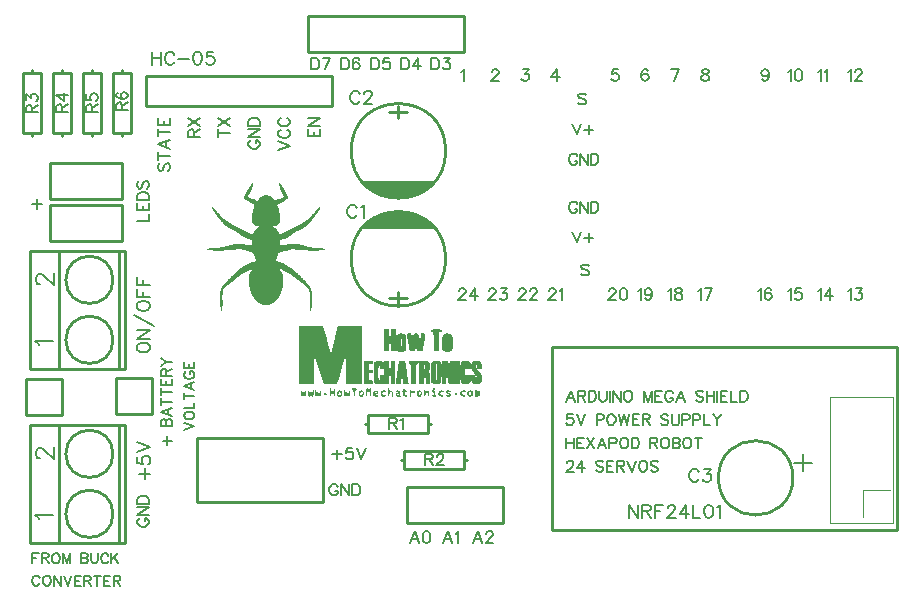
<source format=gto>
G04 ---------------------------- Layer name :TOP SILK LAYER*
G04 EasyEDA v5.8.22, Tue, 11 Dec 2018 14:51:01 GMT*
G04 de901bc14a8a460da8383181b7853920*
G04 Gerber Generator version 0.2*
G04 Scale: 100 percent, Rotated: No, Reflected: No *
G04 Dimensions in millimeters *
G04 leading zeros omitted , absolute positions ,3 integer and 3 decimal *
%FSLAX33Y33*%
%MOMM*%
G90*
G71D02*

%ADD10C,0.254000*%
%ADD23C,0.119990*%
%ADD24C,0.249999*%
%ADD25C,0.177800*%
%ADD26C,0.203200*%
%ADD27C,0.180000*%
%ADD28C,0.140000*%
%ADD29C,0.200000*%

%LPD*%

%LPD*%
G36*
G01X20828Y34798D02*
G01X20828Y34798D01*
G01X20828Y34798D01*
G01X20778Y34728D01*
G01X20729Y34658D01*
G01X20682Y34589D01*
G01X20637Y34521D01*
G01X20594Y34453D01*
G01X20552Y34387D01*
G01X20513Y34322D01*
G01X20475Y34258D01*
G01X20440Y34196D01*
G01X20407Y34135D01*
G01X20376Y34077D01*
G01X20348Y34021D01*
G01X20322Y33967D01*
G01X20298Y33915D01*
G01X20278Y33866D01*
G01X20260Y33820D01*
G01X20244Y33777D01*
G01X20232Y33738D01*
G01X20223Y33701D01*
G01X20217Y33669D01*
G01X20214Y33640D01*
G01X20215Y33614D01*
G01X20218Y33593D01*
G01X20226Y33577D01*
G01X20226Y33577D01*
G01X20239Y33564D01*
G01X20269Y33541D01*
G01X20313Y33511D01*
G01X20370Y33473D01*
G01X20437Y33430D01*
G01X20513Y33383D01*
G01X20595Y33332D01*
G01X20683Y33279D01*
G01X20683Y33279D01*
G01X20808Y33204D01*
G01X20906Y33142D01*
G01X20980Y33093D01*
G01X21032Y33053D01*
G01X21065Y33021D01*
G01X21081Y32994D01*
G01X21084Y32970D01*
G01X21076Y32946D01*
G01X21076Y32946D01*
G01X21059Y32911D01*
G01X21042Y32867D01*
G01X21025Y32813D01*
G01X21008Y32753D01*
G01X20990Y32687D01*
G01X20973Y32615D01*
G01X20957Y32540D01*
G01X20941Y32462D01*
G01X20927Y32383D01*
G01X20913Y32303D01*
G01X20901Y32224D01*
G01X20891Y32147D01*
G01X20883Y32074D01*
G01X20876Y32004D01*
G01X20872Y31940D01*
G01X20871Y31883D01*
G01X20871Y31883D01*
G01X20873Y31802D01*
G01X20877Y31728D01*
G01X20885Y31659D01*
G01X20896Y31596D01*
G01X20911Y31539D01*
G01X20929Y31488D01*
G01X20951Y31442D01*
G01X20977Y31402D01*
G01X21006Y31366D01*
G01X21039Y31336D01*
G01X21076Y31311D01*
G01X21117Y31290D01*
G01X21163Y31275D01*
G01X21212Y31264D01*
G01X21266Y31257D01*
G01X21325Y31255D01*
G01X21325Y31255D01*
G01X21373Y31252D01*
G01X21417Y31243D01*
G01X21451Y31230D01*
G01X21470Y31214D01*
G01X21470Y31214D01*
G01X21476Y31198D01*
G01X21475Y31185D01*
G01X21467Y31176D01*
G01X21452Y31172D01*
G01X21452Y31172D01*
G01X21426Y31167D01*
G01X21394Y31150D01*
G01X21357Y31124D01*
G01X21316Y31091D01*
G01X21273Y31050D01*
G01X21228Y31005D01*
G01X21184Y30957D01*
G01X21141Y30906D01*
G01X21102Y30854D01*
G01X21067Y30803D01*
G01X21037Y30754D01*
G01X21014Y30709D01*
G01X21014Y30709D01*
G01X20984Y30639D01*
G01X20957Y30580D01*
G01X20938Y30538D01*
G01X20929Y30519D01*
G01X20929Y30519D01*
G01X20907Y30524D01*
G01X20854Y30548D01*
G01X20778Y30587D01*
G01X20687Y30637D01*
G01X20687Y30637D01*
G01X20652Y30657D01*
G01X20610Y30679D01*
G01X20563Y30703D01*
G01X20512Y30728D01*
G01X20457Y30755D01*
G01X20399Y30783D01*
G01X20338Y30811D01*
G01X20277Y30839D01*
G01X20214Y30868D01*
G01X20152Y30895D01*
G01X20091Y30922D01*
G01X20032Y30947D01*
G01X20032Y30947D01*
G01X19996Y30963D01*
G01X19956Y30981D01*
G01X19913Y31001D01*
G01X19867Y31023D01*
G01X19819Y31046D01*
G01X19769Y31072D01*
G01X19717Y31098D01*
G01X19663Y31126D01*
G01X19608Y31156D01*
G01X19551Y31186D01*
G01X19494Y31217D01*
G01X19436Y31249D01*
G01X19378Y31281D01*
G01X19320Y31314D01*
G01X19263Y31347D01*
G01X19205Y31380D01*
G01X19149Y31413D01*
G01X19094Y31446D01*
G01X19040Y31478D01*
G01X18988Y31510D01*
G01X18988Y31510D01*
G01X18900Y31565D01*
G01X18820Y31615D01*
G01X18746Y31662D01*
G01X18679Y31706D01*
G01X18618Y31747D01*
G01X18562Y31785D01*
G01X18512Y31821D01*
G01X18467Y31854D01*
G01X18426Y31886D01*
G01X18389Y31916D01*
G01X18357Y31945D01*
G01X18327Y31973D01*
G01X18301Y32001D01*
G01X18277Y32028D01*
G01X18255Y32054D01*
G01X18235Y32081D01*
G01X18235Y32081D01*
G01X18182Y32156D01*
G01X18127Y32230D01*
G01X18070Y32302D01*
G01X18012Y32373D01*
G01X17954Y32440D01*
G01X17896Y32504D01*
G01X17840Y32564D01*
G01X17785Y32620D01*
G01X17733Y32670D01*
G01X17685Y32714D01*
G01X17640Y32751D01*
G01X17599Y32780D01*
G01X17564Y32802D01*
G01X17535Y32815D01*
G01X17512Y32818D01*
G01X17497Y32812D01*
G01X17497Y32812D01*
G01X17491Y32801D01*
G01X17492Y32783D01*
G01X17498Y32759D01*
G01X17509Y32729D01*
G01X17525Y32695D01*
G01X17545Y32655D01*
G01X17569Y32611D01*
G01X17598Y32563D01*
G01X17630Y32512D01*
G01X17665Y32457D01*
G01X17703Y32400D01*
G01X17744Y32340D01*
G01X17787Y32278D01*
G01X17833Y32215D01*
G01X17880Y32151D01*
G01X17929Y32085D01*
G01X17978Y32020D01*
G01X18029Y31955D01*
G01X18081Y31890D01*
G01X18133Y31826D01*
G01X18184Y31763D01*
G01X18236Y31702D01*
G01X18287Y31643D01*
G01X18337Y31587D01*
G01X18386Y31534D01*
G01X18434Y31484D01*
G01X18480Y31438D01*
G01X18523Y31396D01*
G01X18523Y31396D01*
G01X18576Y31348D01*
G01X18628Y31302D01*
G01X18680Y31258D01*
G01X18732Y31216D01*
G01X18784Y31176D01*
G01X18835Y31139D01*
G01X18888Y31102D01*
G01X18940Y31068D01*
G01X18994Y31035D01*
G01X19048Y31003D01*
G01X19104Y30972D01*
G01X19160Y30943D01*
G01X19219Y30915D01*
G01X19279Y30888D01*
G01X19340Y30861D01*
G01X19404Y30835D01*
G01X19404Y30835D01*
G01X19448Y30816D01*
G01X19495Y30793D01*
G01X19544Y30766D01*
G01X19592Y30737D01*
G01X19639Y30707D01*
G01X19683Y30676D01*
G01X19722Y30645D01*
G01X19755Y30616D01*
G01X19755Y30616D01*
G01X19797Y30577D01*
G01X19842Y30538D01*
G01X19888Y30501D01*
G01X19936Y30465D01*
G01X19985Y30430D01*
G01X20035Y30395D01*
G01X20087Y30363D01*
G01X20140Y30331D01*
G01X20194Y30301D01*
G01X20249Y30272D01*
G01X20304Y30245D01*
G01X20361Y30219D01*
G01X20417Y30196D01*
G01X20474Y30173D01*
G01X20531Y30153D01*
G01X20588Y30135D01*
G01X20588Y30135D01*
G01X20657Y30113D01*
G01X20716Y30093D01*
G01X20765Y30072D01*
G01X20805Y30051D01*
G01X20837Y30027D01*
G01X20862Y30000D01*
G01X20880Y29969D01*
G01X20894Y29931D01*
G01X20903Y29887D01*
G01X20908Y29834D01*
G01X20911Y29772D01*
G01X20912Y29699D01*
G01X20912Y29527D01*
G01X20695Y29584D01*
G01X20695Y29584D01*
G01X20644Y29596D01*
G01X20582Y29611D01*
G01X20510Y29626D01*
G01X20433Y29642D01*
G01X20351Y29659D01*
G01X20268Y29675D01*
G01X20186Y29690D01*
G01X20107Y29704D01*
G01X20107Y29704D01*
G01X20029Y29718D01*
G01X19959Y29729D01*
G01X19898Y29737D01*
G01X19842Y29743D01*
G01X19790Y29747D01*
G01X19741Y29748D01*
G01X19692Y29747D01*
G01X19643Y29743D01*
G01X19590Y29738D01*
G01X19532Y29729D01*
G01X19469Y29718D01*
G01X19397Y29705D01*
G01X19397Y29705D01*
G01X19347Y29696D01*
G01X19292Y29684D01*
G01X19233Y29671D01*
G01X19170Y29657D01*
G01X19104Y29641D01*
G01X19037Y29625D01*
G01X18969Y29608D01*
G01X18901Y29590D01*
G01X18834Y29572D01*
G01X18769Y29555D01*
G01X18707Y29537D01*
G01X18648Y29520D01*
G01X18648Y29520D01*
G01X18591Y29504D01*
G01X18535Y29488D01*
G01X18480Y29474D01*
G01X18426Y29461D01*
G01X18372Y29448D01*
G01X18317Y29437D01*
G01X18262Y29427D01*
G01X18206Y29417D01*
G01X18149Y29409D01*
G01X18090Y29401D01*
G01X18028Y29393D01*
G01X17964Y29386D01*
G01X17898Y29380D01*
G01X17827Y29374D01*
G01X17754Y29369D01*
G01X17676Y29363D01*
G01X17676Y29363D01*
G01X17552Y29355D01*
G01X17444Y29347D01*
G01X17351Y29340D01*
G01X17273Y29332D01*
G01X17209Y29323D01*
G01X17157Y29315D01*
G01X17118Y29306D01*
G01X17091Y29296D01*
G01X17074Y29285D01*
G01X17067Y29274D01*
G01X17069Y29261D01*
G01X17080Y29247D01*
G01X17080Y29247D01*
G01X17093Y29237D01*
G01X17113Y29227D01*
G01X17138Y29218D01*
G01X17170Y29209D01*
G01X17206Y29201D01*
G01X17247Y29194D01*
G01X17293Y29187D01*
G01X17343Y29180D01*
G01X17398Y29175D01*
G01X17456Y29169D01*
G01X17518Y29165D01*
G01X17583Y29160D01*
G01X17651Y29157D01*
G01X17722Y29154D01*
G01X17796Y29152D01*
G01X17871Y29150D01*
G01X17949Y29149D01*
G01X18028Y29148D01*
G01X18109Y29149D01*
G01X18191Y29149D01*
G01X18273Y29151D01*
G01X18356Y29153D01*
G01X18440Y29155D01*
G01X18523Y29159D01*
G01X18606Y29163D01*
G01X18689Y29167D01*
G01X18771Y29173D01*
G01X18851Y29179D01*
G01X18931Y29185D01*
G01X19008Y29193D01*
G01X19084Y29201D01*
G01X19157Y29209D01*
G01X19157Y29209D01*
G01X19255Y29221D01*
G01X19343Y29232D01*
G01X19425Y29241D01*
G01X19499Y29249D01*
G01X19568Y29255D01*
G01X19632Y29260D01*
G01X19691Y29263D01*
G01X19748Y29264D01*
G01X19801Y29264D01*
G01X19854Y29262D01*
G01X19905Y29259D01*
G01X19956Y29253D01*
G01X20008Y29246D01*
G01X20062Y29236D01*
G01X20118Y29225D01*
G01X20178Y29212D01*
G01X20242Y29196D01*
G01X20311Y29179D01*
G01X20385Y29159D01*
G01X20467Y29137D01*
G01X20467Y29137D01*
G01X20612Y29097D01*
G01X20727Y29064D01*
G01X20817Y29035D01*
G01X20884Y29008D01*
G01X20933Y28983D01*
G01X20967Y28958D01*
G01X20990Y28931D01*
G01X21006Y28900D01*
G01X21006Y28900D01*
G01X21017Y28874D01*
G01X21032Y28839D01*
G01X21050Y28797D01*
G01X21070Y28750D01*
G01X21093Y28699D01*
G01X21116Y28645D01*
G01X21141Y28591D01*
G01X21165Y28536D01*
G01X21165Y28536D01*
G01X21214Y28419D01*
G01X21241Y28335D01*
G01X21247Y28284D01*
G01X21231Y28263D01*
G01X21231Y28263D01*
G01X21195Y28254D01*
G01X21135Y28240D01*
G01X21058Y28222D01*
G01X20974Y28202D01*
G01X20974Y28202D01*
G01X20925Y28190D01*
G01X20873Y28175D01*
G01X20819Y28157D01*
G01X20762Y28136D01*
G01X20704Y28112D01*
G01X20643Y28087D01*
G01X20582Y28059D01*
G01X20519Y28029D01*
G01X20455Y27997D01*
G01X20390Y27963D01*
G01X20325Y27927D01*
G01X20260Y27890D01*
G01X20196Y27852D01*
G01X20131Y27813D01*
G01X20068Y27772D01*
G01X20005Y27731D01*
G01X19944Y27689D01*
G01X19885Y27646D01*
G01X19827Y27603D01*
G01X19772Y27559D01*
G01X19772Y27559D01*
G01X19743Y27536D01*
G01X19711Y27510D01*
G01X19677Y27480D01*
G01X19640Y27447D01*
G01X19600Y27412D01*
G01X19559Y27375D01*
G01X19515Y27335D01*
G01X19470Y27293D01*
G01X19423Y27250D01*
G01X19375Y27205D01*
G01X19326Y27158D01*
G01X19276Y27111D01*
G01X19226Y27063D01*
G01X19176Y27014D01*
G01X19125Y26965D01*
G01X19075Y26915D01*
G01X19025Y26866D01*
G01X18976Y26816D01*
G01X18927Y26768D01*
G01X18880Y26719D01*
G01X18880Y26719D01*
G01X18813Y26650D01*
G01X18750Y26585D01*
G01X18691Y26524D01*
G01X18637Y26467D01*
G01X18587Y26412D01*
G01X18540Y26361D01*
G01X18497Y26312D01*
G01X18458Y26266D01*
G01X18423Y26221D01*
G01X18390Y26178D01*
G01X18360Y26136D01*
G01X18334Y26095D01*
G01X18310Y26054D01*
G01X18288Y26014D01*
G01X18269Y25973D01*
G01X18252Y25932D01*
G01X18237Y25890D01*
G01X18224Y25847D01*
G01X18212Y25802D01*
G01X18202Y25756D01*
G01X18194Y25707D01*
G01X18186Y25655D01*
G01X18179Y25601D01*
G01X18174Y25544D01*
G01X18169Y25483D01*
G01X18164Y25418D01*
G01X18160Y25349D01*
G01X18155Y25275D01*
G01X18155Y25275D01*
G01X18152Y25190D01*
G01X18150Y25104D01*
G01X18150Y25017D01*
G01X18153Y24930D01*
G01X18156Y24844D01*
G01X18162Y24759D01*
G01X18169Y24675D01*
G01X18177Y24593D01*
G01X18187Y24515D01*
G01X18198Y24440D01*
G01X18210Y24369D01*
G01X18224Y24303D01*
G01X18238Y24243D01*
G01X18253Y24188D01*
G01X18268Y24141D01*
G01X18285Y24100D01*
G01X18301Y24068D01*
G01X18319Y24044D01*
G01X18336Y24029D01*
G01X18354Y24024D01*
G01X18354Y24024D01*
G01X18359Y24031D01*
G01X18363Y24054D01*
G01X18366Y24091D01*
G01X18369Y24141D01*
G01X18372Y24203D01*
G01X18375Y24276D01*
G01X18377Y24358D01*
G01X18378Y24449D01*
G01X18379Y24548D01*
G01X18380Y24654D01*
G01X18379Y24765D01*
G01X18379Y24881D01*
G01X18379Y24881D01*
G01X18378Y25015D01*
G01X18377Y25135D01*
G01X18377Y25242D01*
G01X18377Y25338D01*
G01X18378Y25422D01*
G01X18379Y25496D01*
G01X18382Y25561D01*
G01X18385Y25618D01*
G01X18389Y25667D01*
G01X18394Y25710D01*
G01X18399Y25748D01*
G01X18406Y25781D01*
G01X18414Y25811D01*
G01X18423Y25838D01*
G01X18434Y25863D01*
G01X18445Y25888D01*
G01X18445Y25888D01*
G01X18457Y25909D01*
G01X18473Y25932D01*
G01X18494Y25958D01*
G01X18519Y25987D01*
G01X18549Y26018D01*
G01X18584Y26053D01*
G01X18624Y26090D01*
G01X18670Y26131D01*
G01X18721Y26175D01*
G01X18777Y26222D01*
G01X18839Y26273D01*
G01X18907Y26329D01*
G01X18982Y26388D01*
G01X19062Y26451D01*
G01X19149Y26518D01*
G01X19243Y26590D01*
G01X19243Y26590D01*
G01X19318Y26647D01*
G01X19389Y26701D01*
G01X19456Y26752D01*
G01X19519Y26800D01*
G01X19580Y26845D01*
G01X19637Y26887D01*
G01X19692Y26927D01*
G01X19744Y26965D01*
G01X19794Y27001D01*
G01X19842Y27034D01*
G01X19889Y27067D01*
G01X19934Y27097D01*
G01X19978Y27126D01*
G01X20021Y27154D01*
G01X20064Y27181D01*
G01X20107Y27207D01*
G01X20150Y27232D01*
G01X20193Y27257D01*
G01X20236Y27282D01*
G01X20281Y27306D01*
G01X20326Y27330D01*
G01X20373Y27355D01*
G01X20422Y27380D01*
G01X20472Y27405D01*
G01X20525Y27431D01*
G01X20580Y27458D01*
G01X20638Y27486D01*
G01X20699Y27515D01*
G01X21003Y27660D01*
G01X20870Y27508D01*
G01X20870Y27508D01*
G01X20831Y27462D01*
G01X20796Y27419D01*
G01X20765Y27376D01*
G01X20737Y27334D01*
G01X20713Y27292D01*
G01X20692Y27249D01*
G01X20674Y27205D01*
G01X20658Y27159D01*
G01X20645Y27110D01*
G01X20635Y27058D01*
G01X20627Y27003D01*
G01X20621Y26943D01*
G01X20617Y26878D01*
G01X20615Y26807D01*
G01X20614Y26731D01*
G01X20615Y26648D01*
G01X20615Y26648D01*
G01X20616Y26572D01*
G01X20620Y26497D01*
G01X20624Y26424D01*
G01X20630Y26352D01*
G01X20638Y26280D01*
G01X20647Y26210D01*
G01X20657Y26141D01*
G01X20669Y26073D01*
G01X20682Y26006D01*
G01X20696Y25940D01*
G01X20712Y25876D01*
G01X20729Y25813D01*
G01X20748Y25750D01*
G01X20768Y25689D01*
G01X20789Y25630D01*
G01X20812Y25571D01*
G01X20836Y25514D01*
G01X20861Y25458D01*
G01X20888Y25403D01*
G01X20916Y25349D01*
G01X20946Y25297D01*
G01X20977Y25246D01*
G01X21009Y25197D01*
G01X21042Y25149D01*
G01X21077Y25102D01*
G01X21113Y25056D01*
G01X21151Y25012D01*
G01X21189Y24969D01*
G01X21189Y24969D01*
G01X21228Y24929D01*
G01X21267Y24891D01*
G01X21306Y24856D01*
G01X21345Y24822D01*
G01X21385Y24790D01*
G01X21425Y24760D01*
G01X21465Y24733D01*
G01X21506Y24707D01*
G01X21546Y24683D01*
G01X21587Y24661D01*
G01X21628Y24641D01*
G01X21669Y24623D01*
G01X21711Y24607D01*
G01X21752Y24592D01*
G01X21794Y24580D01*
G01X21835Y24569D01*
G01X21877Y24560D01*
G01X21918Y24553D01*
G01X21959Y24548D01*
G01X22001Y24544D01*
G01X22042Y24542D01*
G01X22083Y24542D01*
G01X22124Y24544D01*
G01X22165Y24547D01*
G01X22206Y24552D01*
G01X22247Y24559D01*
G01X22287Y24567D01*
G01X22327Y24577D01*
G01X22367Y24588D01*
G01X22407Y24601D01*
G01X22446Y24616D01*
G01X22485Y24632D01*
G01X22524Y24650D01*
G01X22562Y24669D01*
G01X22600Y24690D01*
G01X22637Y24712D01*
G01X22674Y24736D01*
G01X22711Y24761D01*
G01X22747Y24788D01*
G01X22782Y24816D01*
G01X22817Y24846D01*
G01X22851Y24877D01*
G01X22885Y24909D01*
G01X22918Y24943D01*
G01X22951Y24978D01*
G01X22983Y25014D01*
G01X23014Y25052D01*
G01X23044Y25090D01*
G01X23074Y25131D01*
G01X23103Y25172D01*
G01X23131Y25215D01*
G01X23159Y25259D01*
G01X23186Y25304D01*
G01X23211Y25350D01*
G01X23236Y25398D01*
G01X23260Y25446D01*
G01X23283Y25496D01*
G01X23306Y25547D01*
G01X23327Y25599D01*
G01X23347Y25652D01*
G01X23366Y25707D01*
G01X23385Y25762D01*
G01X23402Y25818D01*
G01X23418Y25876D01*
G01X23433Y25934D01*
G01X23447Y25993D01*
G01X23460Y26054D01*
G01X23471Y26115D01*
G01X23482Y26177D01*
G01X23491Y26240D01*
G01X23499Y26305D01*
G01X23506Y26370D01*
G01X23511Y26435D01*
G01X23515Y26502D01*
G01X23518Y26570D01*
G01X23519Y26638D01*
G01X23519Y26638D01*
G01X23519Y26715D01*
G01X23518Y26788D01*
G01X23515Y26856D01*
G01X23509Y26920D01*
G01X23503Y26981D01*
G01X23494Y27038D01*
G01X23483Y27093D01*
G01X23470Y27144D01*
G01X23455Y27194D01*
G01X23437Y27241D01*
G01X23417Y27286D01*
G01X23395Y27329D01*
G01X23370Y27372D01*
G01X23342Y27413D01*
G01X23312Y27454D01*
G01X23279Y27494D01*
G01X23139Y27658D01*
G01X23513Y27473D01*
G01X23513Y27473D01*
G01X23589Y27436D01*
G01X23661Y27401D01*
G01X23728Y27370D01*
G01X23788Y27342D01*
G01X23840Y27320D01*
G01X23881Y27303D01*
G01X23909Y27292D01*
G01X23924Y27288D01*
G01X23924Y27288D01*
G01X23955Y27276D01*
G01X24010Y27243D01*
G01X24083Y27193D01*
G01X24164Y27133D01*
G01X24164Y27133D01*
G01X24187Y27115D01*
G01X24215Y27094D01*
G01X24247Y27070D01*
G01X24283Y27042D01*
G01X24323Y27012D01*
G01X24365Y26980D01*
G01X24411Y26946D01*
G01X24458Y26910D01*
G01X24508Y26872D01*
G01X24559Y26833D01*
G01X24612Y26793D01*
G01X24665Y26753D01*
G01X24719Y26712D01*
G01X24774Y26671D01*
G01X24828Y26630D01*
G01X24881Y26590D01*
G01X24881Y26590D01*
G01X24957Y26533D01*
G01X25029Y26478D01*
G01X25097Y26427D01*
G01X25160Y26378D01*
G01X25220Y26332D01*
G01X25276Y26287D01*
G01X25328Y26245D01*
G01X25377Y26204D01*
G01X25422Y26165D01*
G01X25464Y26126D01*
G01X25503Y26089D01*
G01X25539Y26052D01*
G01X25571Y26016D01*
G01X25601Y25980D01*
G01X25628Y25944D01*
G01X25653Y25908D01*
G01X25675Y25871D01*
G01X25694Y25834D01*
G01X25712Y25796D01*
G01X25727Y25756D01*
G01X25740Y25715D01*
G01X25751Y25672D01*
G01X25760Y25627D01*
G01X25768Y25580D01*
G01X25774Y25531D01*
G01X25779Y25479D01*
G01X25782Y25424D01*
G01X25784Y25366D01*
G01X25785Y25304D01*
G01X25785Y25239D01*
G01X25784Y25170D01*
G01X25782Y25097D01*
G01X25779Y25020D01*
G01X25776Y24938D01*
G01X25773Y24851D01*
G01X25769Y24759D01*
G01X25769Y24759D01*
G01X25765Y24647D01*
G01X25762Y24544D01*
G01X25760Y24450D01*
G01X25758Y24366D01*
G01X25758Y24292D01*
G01X25759Y24226D01*
G01X25761Y24170D01*
G01X25764Y24123D01*
G01X25768Y24084D01*
G01X25773Y24055D01*
G01X25780Y24035D01*
G01X25787Y24023D01*
G01X25796Y24020D01*
G01X25806Y24026D01*
G01X25817Y24041D01*
G01X25829Y24064D01*
G01X25842Y24095D01*
G01X25857Y24135D01*
G01X25873Y24183D01*
G01X25890Y24239D01*
G01X25890Y24239D01*
G01X25906Y24295D01*
G01X25920Y24354D01*
G01X25932Y24416D01*
G01X25943Y24480D01*
G01X25953Y24547D01*
G01X25962Y24616D01*
G01X25969Y24686D01*
G01X25975Y24758D01*
G01X25979Y24832D01*
G01X25982Y24905D01*
G01X25984Y24980D01*
G01X25985Y25055D01*
G01X25984Y25130D01*
G01X25982Y25204D01*
G01X25979Y25278D01*
G01X25974Y25351D01*
G01X25968Y25423D01*
G01X25961Y25494D01*
G01X25953Y25563D01*
G01X25943Y25630D01*
G01X25933Y25695D01*
G01X25921Y25757D01*
G01X25908Y25816D01*
G01X25893Y25872D01*
G01X25878Y25925D01*
G01X25861Y25974D01*
G01X25844Y26019D01*
G01X25825Y26060D01*
G01X25825Y26060D01*
G01X25813Y26082D01*
G01X25797Y26107D01*
G01X25777Y26135D01*
G01X25754Y26166D01*
G01X25728Y26200D01*
G01X25699Y26236D01*
G01X25667Y26274D01*
G01X25632Y26314D01*
G01X25595Y26357D01*
G01X25555Y26401D01*
G01X25513Y26447D01*
G01X25469Y26494D01*
G01X25424Y26543D01*
G01X25376Y26593D01*
G01X25327Y26643D01*
G01X25277Y26695D01*
G01X25225Y26747D01*
G01X25172Y26800D01*
G01X25119Y26853D01*
G01X25065Y26906D01*
G01X25010Y26960D01*
G01X24955Y27013D01*
G01X24899Y27066D01*
G01X24844Y27118D01*
G01X24789Y27169D01*
G01X24734Y27220D01*
G01X24680Y27270D01*
G01X24626Y27319D01*
G01X24573Y27366D01*
G01X24521Y27412D01*
G01X24470Y27456D01*
G01X24421Y27498D01*
G01X24373Y27539D01*
G01X24327Y27577D01*
G01X24282Y27613D01*
G01X24240Y27646D01*
G01X24199Y27677D01*
G01X24162Y27705D01*
G01X24126Y27730D01*
G01X24093Y27752D01*
G01X24093Y27752D01*
G01X24021Y27799D01*
G01X23949Y27843D01*
G01X23880Y27885D01*
G01X23812Y27925D01*
G01X23745Y27962D01*
G01X23681Y27997D01*
G01X23618Y28030D01*
G01X23557Y28061D01*
G01X23497Y28089D01*
G01X23440Y28114D01*
G01X23384Y28138D01*
G01X23330Y28159D01*
G01X23279Y28177D01*
G01X23229Y28193D01*
G01X23181Y28207D01*
G01X23135Y28218D01*
G01X23091Y28227D01*
G01X23050Y28233D01*
G01X23010Y28237D01*
G01X22973Y28238D01*
G01X22973Y28238D01*
G01X22927Y28240D01*
G01X22889Y28243D01*
G01X22864Y28249D01*
G01X22854Y28255D01*
G01X22854Y28255D01*
G01X22864Y28283D01*
G01X22891Y28344D01*
G01X22930Y28431D01*
G01X22978Y28534D01*
G01X22978Y28534D01*
G01X23026Y28641D01*
G01X23066Y28739D01*
G01X23092Y28817D01*
G01X23102Y28864D01*
G01X23102Y28864D01*
G01X23104Y28889D01*
G01X23110Y28912D01*
G01X23122Y28933D01*
G01X23141Y28952D01*
G01X23168Y28972D01*
G01X23206Y28992D01*
G01X23254Y29012D01*
G01X23316Y29034D01*
G01X23392Y29058D01*
G01X23483Y29085D01*
G01X23591Y29115D01*
G01X23717Y29150D01*
G01X24229Y29287D01*
G01X24874Y29216D01*
G01X24874Y29216D01*
G01X24957Y29208D01*
G01X25040Y29199D01*
G01X25123Y29192D01*
G01X25206Y29185D01*
G01X25290Y29179D01*
G01X25373Y29173D01*
G01X25456Y29168D01*
G01X25538Y29163D01*
G01X25620Y29160D01*
G01X25700Y29156D01*
G01X25780Y29153D01*
G01X25859Y29151D01*
G01X25937Y29150D01*
G01X26014Y29148D01*
G01X26089Y29148D01*
G01X26162Y29148D01*
G01X26233Y29148D01*
G01X26303Y29149D01*
G01X26370Y29151D01*
G01X26436Y29153D01*
G01X26499Y29156D01*
G01X26559Y29159D01*
G01X26617Y29163D01*
G01X26672Y29167D01*
G01X26724Y29172D01*
G01X26773Y29177D01*
G01X26819Y29182D01*
G01X26862Y29188D01*
G01X26901Y29195D01*
G01X26936Y29202D01*
G01X26968Y29210D01*
G01X26995Y29218D01*
G01X27019Y29226D01*
G01X27038Y29235D01*
G01X27053Y29244D01*
G01X27063Y29254D01*
G01X27069Y29264D01*
G01X27070Y29275D01*
G01X27066Y29286D01*
G01X27057Y29298D01*
G01X27057Y29298D01*
G01X27040Y29304D01*
G01X27002Y29311D01*
G01X26946Y29318D01*
G01X26873Y29327D01*
G01X26787Y29335D01*
G01X26689Y29344D01*
G01X26582Y29352D01*
G01X26468Y29360D01*
G01X26468Y29360D01*
G01X26391Y29366D01*
G01X26317Y29371D01*
G01X26247Y29377D01*
G01X26180Y29384D01*
G01X26117Y29391D01*
G01X26055Y29398D01*
G01X25996Y29407D01*
G01X25938Y29415D01*
G01X25882Y29425D01*
G01X25826Y29436D01*
G01X25771Y29447D01*
G01X25717Y29459D01*
G01X25662Y29473D01*
G01X25607Y29487D01*
G01X25550Y29503D01*
G01X25493Y29519D01*
G01X25493Y29519D01*
G01X25434Y29536D01*
G01X25372Y29554D01*
G01X25306Y29572D01*
G01X25239Y29590D01*
G01X25171Y29607D01*
G01X25102Y29624D01*
G01X25035Y29641D01*
G01X24969Y29656D01*
G01X24906Y29671D01*
G01X24846Y29684D01*
G01X24791Y29696D01*
G01X24741Y29705D01*
G01X24741Y29705D01*
G01X24670Y29718D01*
G01X24606Y29729D01*
G01X24548Y29738D01*
G01X24496Y29743D01*
G01X24446Y29747D01*
G01X24397Y29748D01*
G01X24348Y29747D01*
G01X24296Y29743D01*
G01X24240Y29737D01*
G01X24179Y29729D01*
G01X24110Y29718D01*
G01X24031Y29704D01*
G01X24031Y29704D01*
G01X23952Y29690D01*
G01X23870Y29675D01*
G01X23787Y29659D01*
G01X23705Y29642D01*
G01X23628Y29626D01*
G01X23557Y29611D01*
G01X23494Y29596D01*
G01X23443Y29584D01*
G01X23226Y29527D01*
G01X23226Y29786D01*
G01X23226Y30044D01*
G01X23487Y30115D01*
G01X23487Y30115D01*
G01X23546Y30132D01*
G01X23604Y30151D01*
G01X23663Y30171D01*
G01X23720Y30194D01*
G01X23777Y30218D01*
G01X23833Y30244D01*
G01X23888Y30271D01*
G01X23943Y30300D01*
G01X23996Y30330D01*
G01X24048Y30362D01*
G01X24098Y30395D01*
G01X24147Y30429D01*
G01X24195Y30465D01*
G01X24241Y30501D01*
G01X24284Y30539D01*
G01X24326Y30577D01*
G01X24326Y30577D01*
G01X24363Y30610D01*
G01X24406Y30644D01*
G01X24455Y30678D01*
G01X24506Y30713D01*
G01X24559Y30745D01*
G01X24613Y30775D01*
G01X24665Y30802D01*
G01X24714Y30824D01*
G01X24714Y30824D01*
G01X24775Y30850D01*
G01X24835Y30876D01*
G01X24893Y30903D01*
G01X24950Y30931D01*
G01X25006Y30960D01*
G01X25060Y30989D01*
G01X25114Y31019D01*
G01X25166Y31051D01*
G01X25218Y31083D01*
G01X25268Y31117D01*
G01X25318Y31151D01*
G01X25367Y31187D01*
G01X25416Y31225D01*
G01X25464Y31264D01*
G01X25512Y31304D01*
G01X25560Y31346D01*
G01X25607Y31390D01*
G01X25654Y31435D01*
G01X25701Y31482D01*
G01X25748Y31531D01*
G01X25796Y31582D01*
G01X25843Y31635D01*
G01X25891Y31690D01*
G01X25939Y31747D01*
G01X25988Y31806D01*
G01X26038Y31868D01*
G01X26088Y31932D01*
G01X26138Y31999D01*
G01X26138Y31999D01*
G01X26190Y32068D01*
G01X26241Y32137D01*
G01X26290Y32204D01*
G01X26337Y32271D01*
G01X26382Y32335D01*
G01X26425Y32398D01*
G01X26465Y32457D01*
G01X26502Y32514D01*
G01X26535Y32567D01*
G01X26566Y32615D01*
G01X26592Y32660D01*
G01X26614Y32699D01*
G01X26632Y32733D01*
G01X26645Y32761D01*
G01X26653Y32783D01*
G01X26656Y32798D01*
G01X26656Y32798D01*
G01X26652Y32817D01*
G01X26642Y32828D01*
G01X26624Y32829D01*
G01X26601Y32822D01*
G01X26571Y32806D01*
G01X26537Y32783D01*
G01X26497Y32753D01*
G01X26454Y32715D01*
G01X26406Y32671D01*
G01X26354Y32620D01*
G01X26299Y32564D01*
G01X26242Y32502D01*
G01X26182Y32435D01*
G01X26120Y32363D01*
G01X26057Y32287D01*
G01X25993Y32207D01*
G01X25993Y32207D01*
G01X25951Y32154D01*
G01X25912Y32106D01*
G01X25874Y32062D01*
G01X25838Y32021D01*
G01X25801Y31982D01*
G01X25763Y31945D01*
G01X25724Y31909D01*
G01X25682Y31873D01*
G01X25636Y31837D01*
G01X25586Y31799D01*
G01X25531Y31760D01*
G01X25470Y31718D01*
G01X25402Y31673D01*
G01X25326Y31624D01*
G01X25242Y31571D01*
G01X25148Y31512D01*
G01X25148Y31512D01*
G01X25087Y31474D01*
G01X25023Y31435D01*
G01X24959Y31397D01*
G01X24894Y31358D01*
G01X24829Y31320D01*
G01X24764Y31283D01*
G01X24700Y31247D01*
G01X24637Y31212D01*
G01X24576Y31179D01*
G01X24517Y31147D01*
G01X24461Y31117D01*
G01X24408Y31090D01*
G01X24358Y31065D01*
G01X24312Y31043D01*
G01X24271Y31024D01*
G01X24234Y31008D01*
G01X24234Y31008D01*
G01X24187Y30989D01*
G01X24136Y30966D01*
G01X24082Y30942D01*
G01X24025Y30917D01*
G01X23966Y30890D01*
G01X23907Y30863D01*
G01X23847Y30835D01*
G01X23789Y30807D01*
G01X23731Y30779D01*
G01X23677Y30753D01*
G01X23625Y30727D01*
G01X23577Y30703D01*
G01X23577Y30703D01*
G01X23510Y30668D01*
G01X23447Y30636D01*
G01X23388Y30606D01*
G01X23336Y30579D01*
G01X23292Y30556D01*
G01X23257Y30538D01*
G01X23233Y30526D01*
G01X23221Y30520D01*
G01X23221Y30520D01*
G01X23209Y30523D01*
G01X23195Y30540D01*
G01X23182Y30568D01*
G01X23170Y30605D01*
G01X23170Y30605D01*
G01X23157Y30644D01*
G01X23138Y30688D01*
G01X23112Y30735D01*
G01X23082Y30785D01*
G01X23047Y30836D01*
G01X23009Y30888D01*
G01X22969Y30937D01*
G01X22928Y30985D01*
G01X22887Y31029D01*
G01X22846Y31068D01*
G01X22807Y31100D01*
G01X22770Y31126D01*
G01X22770Y31126D01*
G01X22725Y31156D01*
G01X22695Y31182D01*
G01X22680Y31204D01*
G01X22679Y31222D01*
G01X22693Y31237D01*
G01X22722Y31247D01*
G01X22765Y31253D01*
G01X22824Y31255D01*
G01X22824Y31255D01*
G01X22883Y31260D01*
G01X22944Y31274D01*
G01X23003Y31297D01*
G01X23060Y31326D01*
G01X23112Y31361D01*
G01X23158Y31401D01*
G01X23195Y31445D01*
G01X23223Y31491D01*
G01X23223Y31491D01*
G01X23235Y31525D01*
G01X23246Y31565D01*
G01X23254Y31612D01*
G01X23260Y31664D01*
G01X23264Y31721D01*
G01X23266Y31782D01*
G01X23266Y31848D01*
G01X23264Y31916D01*
G01X23260Y31988D01*
G01X23255Y32062D01*
G01X23247Y32138D01*
G01X23238Y32215D01*
G01X23227Y32293D01*
G01X23215Y32370D01*
G01X23200Y32448D01*
G01X23185Y32524D01*
G01X23167Y32599D01*
G01X23149Y32672D01*
G01X23129Y32743D01*
G01X23107Y32810D01*
G01X23034Y33027D01*
G01X23465Y33284D01*
G01X23465Y33284D01*
G01X23551Y33337D01*
G01X23634Y33389D01*
G01X23709Y33438D01*
G01X23775Y33484D01*
G01X23832Y33524D01*
G01X23875Y33558D01*
G01X23905Y33584D01*
G01X23918Y33602D01*
G01X23918Y33602D01*
G01X23923Y33637D01*
G01X23919Y33688D01*
G01X23907Y33749D01*
G01X23887Y33812D01*
G01X23887Y33812D01*
G01X23875Y33844D01*
G01X23857Y33883D01*
G01X23836Y33928D01*
G01X23810Y33978D01*
G01X23781Y34032D01*
G01X23750Y34090D01*
G01X23716Y34151D01*
G01X23680Y34214D01*
G01X23643Y34278D01*
G01X23604Y34343D01*
G01X23565Y34408D01*
G01X23526Y34472D01*
G01X23487Y34534D01*
G01X23449Y34594D01*
G01X23412Y34651D01*
G01X23377Y34704D01*
G01X23343Y34752D01*
G01X23313Y34795D01*
G01X23285Y34832D01*
G01X23261Y34862D01*
G01X23147Y34995D01*
G01X23145Y34888D01*
G01X23145Y34888D01*
G01X23147Y34854D01*
G01X23153Y34812D01*
G01X23162Y34763D01*
G01X23175Y34710D01*
G01X23191Y34651D01*
G01X23210Y34589D01*
G01X23231Y34523D01*
G01X23255Y34456D01*
G01X23280Y34386D01*
G01X23307Y34317D01*
G01X23335Y34247D01*
G01X23363Y34179D01*
G01X23393Y34113D01*
G01X23422Y34049D01*
G01X23451Y33989D01*
G01X23480Y33933D01*
G01X23508Y33882D01*
G01X23535Y33837D01*
G01X23561Y33800D01*
G01X23585Y33769D01*
G01X23585Y33769D01*
G01X23612Y33731D01*
G01X23609Y33704D01*
G01X23570Y33680D01*
G01X23487Y33651D01*
G01X23487Y33651D01*
G01X23451Y33638D01*
G01X23407Y33622D01*
G01X23359Y33602D01*
G01X23307Y33579D01*
G01X23253Y33555D01*
G01X23199Y33529D01*
G01X23146Y33503D01*
G01X23095Y33478D01*
G01X22861Y33355D01*
G01X22710Y33521D01*
G01X22710Y33521D01*
G01X22668Y33566D01*
G01X22625Y33608D01*
G01X22581Y33646D01*
G01X22536Y33681D01*
G01X22491Y33713D01*
G01X22446Y33741D01*
G01X22400Y33766D01*
G01X22354Y33788D01*
G01X22307Y33807D01*
G01X22260Y33822D01*
G01X22213Y33834D01*
G01X22166Y33842D01*
G01X22118Y33848D01*
G01X22071Y33850D01*
G01X22023Y33848D01*
G01X21976Y33844D01*
G01X21929Y33836D01*
G01X21882Y33825D01*
G01X21835Y33810D01*
G01X21789Y33792D01*
G01X21743Y33771D01*
G01X21697Y33747D01*
G01X21652Y33719D01*
G01X21607Y33688D01*
G01X21563Y33653D01*
G01X21520Y33616D01*
G01X21477Y33575D01*
G01X21435Y33530D01*
G01X21277Y33355D01*
G01X21043Y33478D01*
G01X21043Y33478D01*
G01X20993Y33503D01*
G01X20940Y33529D01*
G01X20886Y33554D01*
G01X20833Y33578D01*
G01X20782Y33601D01*
G01X20735Y33620D01*
G01X20693Y33636D01*
G01X20658Y33649D01*
G01X20507Y33697D01*
G01X20643Y33922D01*
G01X20643Y33922D01*
G01X20672Y33974D01*
G01X20703Y34033D01*
G01X20734Y34098D01*
G01X20765Y34168D01*
G01X20795Y34242D01*
G01X20826Y34318D01*
G01X20854Y34394D01*
G01X20882Y34471D01*
G01X20907Y34545D01*
G01X20929Y34617D01*
G01X20949Y34685D01*
G01X20965Y34747D01*
G01X20977Y34803D01*
G01X20985Y34850D01*
G01X20989Y34889D01*
G01X20987Y34916D01*
G01X20987Y34916D01*
G01X20972Y34947D01*
G01X20945Y34940D01*
G01X20899Y34892D01*
G01X20828Y34798D01*
G37*

%LPD*%
G36*
G01X39812Y16792D02*
G01X39794Y16778D01*
G01X39774Y16800D01*
G01X39759Y16858D01*
G01X39748Y16944D01*
G01X39744Y17050D01*
G01X39744Y17320D01*
G01X40212Y17295D01*
G01X40212Y17061D01*
G01X40210Y16997D01*
G01X40205Y16942D01*
G01X40198Y16899D01*
G01X40188Y16866D01*
G01X40176Y16844D01*
G01X40163Y16833D01*
G01X40149Y16833D01*
G01X40135Y16845D01*
G01X40121Y16868D01*
G01X40108Y16904D01*
G01X40094Y16951D01*
G01X40083Y17010D01*
G01X40053Y17196D01*
G01X40046Y16988D01*
G01X40039Y16900D01*
G01X40026Y16836D01*
G01X40009Y16797D01*
G01X39990Y16783D01*
G01X39972Y16793D01*
G01X39956Y16830D01*
G01X39945Y16891D01*
G01X39941Y16978D01*
G01X39937Y17058D01*
G01X39928Y17115D01*
G01X39912Y17146D01*
G01X39892Y17147D01*
G01X39873Y17122D01*
G01X39857Y17076D01*
G01X39847Y17016D01*
G01X39842Y16948D01*
G01X39839Y16882D01*
G01X39828Y16828D01*
G01X39812Y16792D01*
G37*

%LPC*%

%LPD*%
G36*
G01X39400Y16785D02*
G01X39351Y16778D01*
G01X39301Y16785D01*
G01X39256Y16804D01*
G01X39215Y16833D01*
G01X39180Y16871D01*
G01X39150Y16915D01*
G01X39126Y16965D01*
G01X39110Y17017D01*
G01X39102Y17070D01*
G01X39103Y17123D01*
G01X39113Y17174D01*
G01X39133Y17220D01*
G01X39164Y17260D01*
G01X39199Y17285D01*
G01X39244Y17303D01*
G01X39296Y17314D01*
G01X39351Y17317D01*
G01X39406Y17314D01*
G01X39458Y17303D01*
G01X39503Y17285D01*
G01X39538Y17260D01*
G01X39569Y17220D01*
G01X39589Y17174D01*
G01X39599Y17123D01*
G01X39600Y17070D01*
G01X39591Y17017D01*
G01X39575Y16965D01*
G01X39552Y16915D01*
G01X39522Y16871D01*
G01X39486Y16833D01*
G01X39446Y16804D01*
G01X39400Y16785D01*
G37*

%LPC*%
G36*
G01X39305Y16933D02*
G01X39351Y16926D01*
G01X39396Y16933D01*
G01X39427Y16953D01*
G01X39444Y16992D01*
G01X39449Y17049D01*
G01X39444Y17106D01*
G01X39427Y17144D01*
G01X39396Y17165D01*
G01X39351Y17172D01*
G01X39305Y17165D01*
G01X39275Y17144D01*
G01X39258Y17106D01*
G01X39253Y17049D01*
G01X39258Y16992D01*
G01X39275Y16953D01*
G01X39305Y16933D01*
G37*

%LPD*%
G36*
G01X34304Y16789D02*
G01X34285Y16778D01*
G01X34266Y16800D01*
G01X34250Y16856D01*
G01X34240Y16941D01*
G01X34236Y17044D01*
G01X34236Y17309D01*
G01X34445Y17302D01*
G01X34553Y17294D01*
G01X34619Y17276D01*
G01X34654Y17241D01*
G01X34670Y17184D01*
G01X34670Y17112D01*
G01X34647Y17078D01*
G01X34603Y17084D01*
G01X34543Y17130D01*
G01X34509Y17153D01*
G01X34474Y17158D01*
G01X34439Y17147D01*
G01X34406Y17122D01*
G01X34378Y17085D01*
G01X34355Y17037D01*
G01X34340Y16982D01*
G01X34334Y16920D01*
G01X34331Y16865D01*
G01X34320Y16820D01*
G01X34304Y16789D01*
G37*

%LPC*%

%LPD*%
G36*
G01X31515Y16784D02*
G01X31454Y16778D01*
G01X31379Y16782D01*
G01X31315Y16794D01*
G01X31260Y16815D01*
G01X31216Y16843D01*
G01X31182Y16880D01*
G01X31157Y16925D01*
G01X31142Y16979D01*
G01X31137Y17041D01*
G01X31142Y17108D01*
G01X31156Y17172D01*
G01X31175Y17226D01*
G01X31199Y17263D01*
G01X31234Y17285D01*
G01X31285Y17301D01*
G01X31346Y17310D01*
G01X31408Y17309D01*
G01X31485Y17296D01*
G01X31532Y17269D01*
G01X31558Y17219D01*
G01X31571Y17135D01*
G01X31576Y17046D01*
G01X31560Y16998D01*
G01X31513Y16975D01*
G01X31423Y16967D01*
G01X31260Y16960D01*
G01X31420Y16940D01*
G01X31485Y16926D01*
G01X31534Y16904D01*
G01X31566Y16878D01*
G01X31581Y16850D01*
G01X31578Y16823D01*
G01X31556Y16800D01*
G01X31515Y16784D01*
G37*

%LPC*%
G36*
G01X31351Y17132D02*
G01X31383Y17129D01*
G01X31416Y17132D01*
G01X31445Y17139D01*
G01X31459Y17149D01*
G01X31452Y17157D01*
G01X31426Y17162D01*
G01X31383Y17164D01*
G01X31341Y17162D01*
G01X31315Y17157D01*
G01X31308Y17149D01*
G01X31322Y17139D01*
G01X31351Y17132D01*
G37*

%LPD*%
G36*
G01X28361Y16783D02*
G01X28310Y16778D01*
G01X28265Y16783D01*
G01X28219Y16796D01*
G01X28178Y16814D01*
G01X28147Y16838D01*
G01X28122Y16874D01*
G01X28105Y16925D01*
G01X28094Y16984D01*
G01X28090Y17049D01*
G01X28094Y17113D01*
G01X28105Y17173D01*
G01X28122Y17223D01*
G01X28147Y17260D01*
G01X28178Y17283D01*
G01X28219Y17302D01*
G01X28265Y17315D01*
G01X28310Y17319D01*
G01X28361Y17315D01*
G01X28405Y17302D01*
G01X28443Y17281D01*
G01X28475Y17251D01*
G01X28499Y17213D01*
G01X28517Y17166D01*
G01X28527Y17111D01*
G01X28531Y17049D01*
G01X28527Y16987D01*
G01X28517Y16932D01*
G01X28499Y16885D01*
G01X28475Y16847D01*
G01X28443Y16817D01*
G01X28405Y16796D01*
G01X28361Y16783D01*
G37*

%LPC*%
G36*
G01X28226Y16965D02*
G01X28291Y16934D01*
G01X28360Y16947D01*
G01X28411Y16992D01*
G01X28423Y17061D01*
G01X28410Y17095D01*
G01X28387Y17126D01*
G01X28356Y17150D01*
G01X28321Y17163D01*
G01X28253Y17151D01*
G01X28207Y17099D01*
G01X28195Y17031D01*
G01X28226Y16965D01*
G37*

%LPD*%
G36*
G01X30616Y16799D02*
G01X30596Y16778D01*
G01X30586Y16785D01*
G01X30577Y16806D01*
G01X30568Y16839D01*
G01X30561Y16883D01*
G01X30555Y16937D01*
G01X30551Y17000D01*
G01X30548Y17070D01*
G01X30548Y17147D01*
G01X30548Y17245D01*
G01X30551Y17325D01*
G01X30555Y17389D01*
G01X30562Y17439D01*
G01X30571Y17475D01*
G01X30584Y17499D01*
G01X30598Y17512D01*
G01X30617Y17516D01*
G01X30646Y17511D01*
G01X30673Y17498D01*
G01X30695Y17479D01*
G01X30709Y17455D01*
G01X30723Y17427D01*
G01X30740Y17418D01*
G01X30764Y17427D01*
G01X30797Y17455D01*
G01X30833Y17486D01*
G01X30865Y17509D01*
G01X30893Y17521D01*
G01X30916Y17524D01*
G01X30936Y17517D01*
G01X30951Y17500D01*
G01X30964Y17471D01*
G01X30973Y17432D01*
G01X30979Y17381D01*
G01X30982Y17319D01*
G01X30982Y17246D01*
G01X30980Y17160D01*
G01X30974Y17069D01*
G01X30967Y16991D01*
G01X30957Y16926D01*
G01X30945Y16874D01*
G01X30933Y16837D01*
G01X30919Y16814D01*
G01X30906Y16806D01*
G01X30893Y16814D01*
G01X30880Y16838D01*
G01X30869Y16879D01*
G01X30859Y16937D01*
G01X30852Y17013D01*
G01X30842Y17099D01*
G01X30827Y17159D01*
G01X30808Y17190D01*
G01X30785Y17191D01*
G01X30761Y17184D01*
G01X30736Y17189D01*
G01X30711Y17203D01*
G01X30690Y17227D01*
G01X30672Y17239D01*
G01X30658Y17211D01*
G01X30650Y17142D01*
G01X30647Y17037D01*
G01X30642Y16936D01*
G01X30631Y16854D01*
G01X30616Y16799D01*
G37*

%LPC*%

%LPD*%
G36*
G01X38876Y16783D02*
G01X38824Y16779D01*
G01X38767Y16785D01*
G01X38708Y16801D01*
G01X38653Y16825D01*
G01X38605Y16860D01*
G01X38567Y16904D01*
G01X38540Y16958D01*
G01X38523Y17016D01*
G01X38517Y17077D01*
G01X38522Y17136D01*
G01X38537Y17190D01*
G01X38564Y17234D01*
G01X38601Y17266D01*
G01X38655Y17291D01*
G01X38713Y17308D01*
G01X38773Y17317D01*
G01X38829Y17318D01*
G01X38880Y17311D01*
G01X38920Y17296D01*
G01X38947Y17275D01*
G01X38958Y17246D01*
G01X38948Y17214D01*
G01X38921Y17190D01*
G01X38876Y17177D01*
G01X38813Y17172D01*
G01X38754Y17168D01*
G01X38701Y17157D01*
G01X38660Y17140D01*
G01X38636Y17121D01*
G01X38626Y17090D01*
G01X38629Y17057D01*
G01X38645Y17025D01*
G01X38671Y16994D01*
G01X38706Y16967D01*
G01X38747Y16945D01*
G01X38792Y16931D01*
G01X38841Y16926D01*
G01X38889Y16921D01*
G01X38926Y16906D01*
G01X38949Y16883D01*
G01X38958Y16852D01*
G01X38947Y16819D01*
G01X38918Y16796D01*
G01X38876Y16783D01*
G37*

%LPC*%

%LPD*%
G36*
G01X37549Y16788D02*
G01X37491Y16782D01*
G01X37440Y16783D01*
G01X37395Y16791D01*
G01X37357Y16806D01*
G01X37328Y16827D01*
G01X37307Y16854D01*
G01X37295Y16887D01*
G01X37294Y16928D01*
G01X37317Y16950D01*
G01X37372Y16956D01*
G01X37467Y16948D01*
G01X37654Y16927D01*
G01X37470Y17007D01*
G01X37410Y17037D01*
G01X37361Y17070D01*
G01X37323Y17106D01*
G01X37297Y17143D01*
G01X37284Y17181D01*
G01X37283Y17219D01*
G01X37295Y17255D01*
G01X37320Y17289D01*
G01X37348Y17301D01*
G01X37395Y17310D01*
G01X37457Y17312D01*
G01X37525Y17310D01*
G01X37597Y17298D01*
G01X37653Y17280D01*
G01X37694Y17258D01*
G01X37715Y17234D01*
G01X37718Y17211D01*
G01X37700Y17191D01*
G01X37660Y17177D01*
G01X37597Y17171D01*
G01X37457Y17170D01*
G01X37580Y17108D01*
G01X37638Y17072D01*
G01X37680Y17029D01*
G01X37708Y16983D01*
G01X37721Y16937D01*
G01X37717Y16893D01*
G01X37699Y16853D01*
G01X37664Y16821D01*
G01X37612Y16801D01*
G01X37549Y16788D01*
G37*

%LPC*%

%LPD*%
G36*
G01X35535Y16791D02*
G01X35523Y16782D01*
G01X35511Y16785D01*
G01X35499Y16800D01*
G01X35488Y16826D01*
G01X35479Y16865D01*
G01X35472Y16914D01*
G01X35467Y16974D01*
G01X35466Y17044D01*
G01X35466Y17309D01*
G01X35674Y17302D01*
G01X35884Y17295D01*
G01X35898Y17037D01*
G01X35901Y16966D01*
G01X35899Y16907D01*
G01X35895Y16858D01*
G01X35888Y16822D01*
G01X35878Y16798D01*
G01X35866Y16785D01*
G01X35854Y16785D01*
G01X35840Y16797D01*
G01X35826Y16822D01*
G01X35811Y16861D01*
G01X35798Y16913D01*
G01X35785Y16978D01*
G01X35771Y17038D01*
G01X35755Y17088D01*
G01X35736Y17126D01*
G01X35715Y17152D01*
G01X35693Y17167D01*
G01X35671Y17171D01*
G01X35649Y17164D01*
G01X35628Y17146D01*
G01X35609Y17116D01*
G01X35594Y17076D01*
G01X35581Y17025D01*
G01X35573Y16963D01*
G01X35566Y16899D01*
G01X35557Y16850D01*
G01X35546Y16814D01*
G01X35535Y16791D01*
G37*

%LPC*%

%LPD*%
G36*
G01X32083Y16787D02*
G01X32018Y16783D01*
G01X31958Y16791D01*
G01X31906Y16809D01*
G01X31862Y16838D01*
G01X31826Y16876D01*
G01X31799Y16923D01*
G01X31783Y16978D01*
G01X31777Y17041D01*
G01X31782Y17108D01*
G01X31794Y17171D01*
G01X31813Y17225D01*
G01X31836Y17260D01*
G01X31876Y17287D01*
G01X31932Y17306D01*
G01X31996Y17317D01*
G01X32062Y17320D01*
G01X32123Y17316D01*
G01X32172Y17304D01*
G01X32203Y17285D01*
G01X32207Y17258D01*
G01X32188Y17232D01*
G01X32151Y17207D01*
G01X32101Y17186D01*
G01X32043Y17171D01*
G01X31978Y17155D01*
G01X31933Y17129D01*
G01X31908Y17095D01*
G01X31900Y17048D01*
G01X31908Y17001D01*
G01X31934Y16968D01*
G01X31985Y16947D01*
G01X32063Y16935D01*
G01X32122Y16925D01*
G01X32166Y16908D01*
G01X32193Y16887D01*
G01X32205Y16865D01*
G01X32200Y16841D01*
G01X32178Y16819D01*
G01X32139Y16801D01*
G01X32083Y16787D01*
G37*

%LPC*%

%LPD*%
G36*
G01X35130Y16792D02*
G01X35080Y16784D01*
G01X35021Y16792D01*
G01X34953Y16817D01*
G01X34891Y16852D01*
G01X34852Y16897D01*
G01X34832Y16956D01*
G01X34826Y17038D01*
G01X34831Y17106D01*
G01X34844Y17171D01*
G01X34864Y17226D01*
G01X34887Y17263D01*
G01X34923Y17285D01*
G01X34974Y17301D01*
G01X35034Y17310D01*
G01X35096Y17309D01*
G01X35179Y17296D01*
G01X35223Y17265D01*
G01X35240Y17199D01*
G01X35244Y17079D01*
G01X35239Y16989D01*
G01X35226Y16915D01*
G01X35203Y16857D01*
G01X35171Y16816D01*
G01X35130Y16792D01*
G37*

%LPC*%
G36*
G01X35027Y16936D02*
G01X35059Y16932D01*
G01X35092Y16942D01*
G01X35122Y16968D01*
G01X35147Y17007D01*
G01X35162Y17062D01*
G01X35164Y17114D01*
G01X35152Y17148D01*
G01X35123Y17166D01*
G01X35075Y17172D01*
G01X35027Y17165D01*
G01X34996Y17145D01*
G01X34979Y17105D01*
G01X34974Y17045D01*
G01X34981Y16993D01*
G01X35000Y16957D01*
G01X35027Y16936D01*
G37*

%LPD*%
G36*
G01X30212Y16792D02*
G01X30162Y16784D01*
G01X30103Y16792D01*
G01X30035Y16817D01*
G01X29973Y16852D01*
G01X29934Y16897D01*
G01X29914Y16956D01*
G01X29908Y17038D01*
G01X29913Y17106D01*
G01X29926Y17171D01*
G01X29946Y17226D01*
G01X29969Y17263D01*
G01X30005Y17285D01*
G01X30056Y17301D01*
G01X30116Y17310D01*
G01X30178Y17309D01*
G01X30260Y17296D01*
G01X30305Y17265D01*
G01X30323Y17199D01*
G01X30326Y17079D01*
G01X30322Y16989D01*
G01X30308Y16915D01*
G01X30285Y16857D01*
G01X30253Y16816D01*
G01X30212Y16792D01*
G37*

%LPC*%
G36*
G01X30109Y16936D02*
G01X30141Y16932D01*
G01X30174Y16942D01*
G01X30204Y16968D01*
G01X30229Y17007D01*
G01X30243Y17062D01*
G01X30246Y17114D01*
G01X30234Y17148D01*
G01X30205Y17166D01*
G01X30157Y17172D01*
G01X30109Y17165D01*
G01X30078Y17145D01*
G01X30061Y17105D01*
G01X30055Y17045D01*
G01X30062Y16993D01*
G01X30082Y16957D01*
G01X30109Y16936D01*
G37*

%LPD*%
G36*
G01X36386Y16790D02*
G01X36334Y16784D01*
G01X36274Y16787D01*
G01X36223Y16798D01*
G01X36179Y16816D01*
G01X36144Y16838D01*
G01X36120Y16863D01*
G01X36110Y16886D01*
G01X36114Y16907D01*
G01X36135Y16920D01*
G01X36175Y16926D01*
G01X36208Y16936D01*
G01X36232Y16962D01*
G01X36247Y16999D01*
G01X36252Y17043D01*
G01X36248Y17089D01*
G01X36235Y17132D01*
G01X36211Y17167D01*
G01X36179Y17190D01*
G01X36150Y17204D01*
G01X36126Y17225D01*
G01X36111Y17247D01*
G01X36105Y17268D01*
G01X36115Y17288D01*
G01X36141Y17305D01*
G01X36180Y17315D01*
G01X36228Y17319D01*
G01X36294Y17314D01*
G01X36331Y17288D01*
G01X36347Y17230D01*
G01X36351Y17128D01*
G01X36356Y17040D01*
G01X36370Y16975D01*
G01X36396Y16930D01*
G01X36433Y16905D01*
G01X36469Y16885D01*
G01X36484Y16864D01*
G01X36481Y16841D01*
G01X36462Y16821D01*
G01X36430Y16803D01*
G01X36386Y16790D01*
G37*

%LPC*%

%LPD*%
G36*
G01X26009Y16797D02*
G01X25980Y16786D01*
G01X25949Y16792D01*
G01X25916Y16817D01*
G01X25885Y16841D01*
G01X25856Y16849D01*
G01X25825Y16842D01*
G01X25791Y16819D01*
G01X25760Y16799D01*
G01X25731Y16791D01*
G01X25704Y16793D01*
G01X25682Y16808D01*
G01X25662Y16844D01*
G01X25643Y16902D01*
G01X25626Y16975D01*
G01X25612Y17055D01*
G01X25603Y17133D01*
G01X25600Y17204D01*
G01X25603Y17257D01*
G01X25613Y17287D01*
G01X25663Y17319D01*
G01X25699Y17304D01*
G01X25722Y17243D01*
G01X25731Y17135D01*
G01X25734Y17042D01*
G01X25741Y17002D01*
G01X25755Y17010D01*
G01X25778Y17061D01*
G01X25800Y17104D01*
G01X25825Y17139D01*
G01X25850Y17163D01*
G01X25873Y17172D01*
G01X25894Y17163D01*
G01X25912Y17139D01*
G01X25924Y17104D01*
G01X25931Y17061D01*
G01X25935Y17025D01*
G01X25944Y17023D01*
G01X25954Y17055D01*
G01X25967Y17119D01*
G01X25985Y17186D01*
G01X26009Y17244D01*
G01X26038Y17288D01*
G01X26067Y17310D01*
G01X26099Y17311D01*
G01X26116Y17281D01*
G01X26119Y17214D01*
G01X26109Y17100D01*
G01X26096Y17008D01*
G01X26079Y16931D01*
G01X26058Y16870D01*
G01X26035Y16825D01*
G01X26009Y16797D01*
G37*

%LPC*%

%LPD*%
G36*
G01X33980Y16801D02*
G01X33910Y16787D01*
G01X33815Y16800D01*
G01X33756Y16821D01*
G01X33719Y16855D01*
G01X33700Y16909D01*
G01X33695Y16991D01*
G01X33690Y17059D01*
G01X33677Y17124D01*
G01X33658Y17180D01*
G01X33634Y17217D01*
G01X33606Y17251D01*
G01X33597Y17274D01*
G01X33606Y17291D01*
G01X33634Y17305D01*
G01X33658Y17319D01*
G01X33677Y17342D01*
G01X33690Y17369D01*
G01X33695Y17397D01*
G01X33699Y17424D01*
G01X33709Y17446D01*
G01X33725Y17461D01*
G01X33744Y17467D01*
G01X33763Y17461D01*
G01X33779Y17445D01*
G01X33790Y17422D01*
G01X33793Y17393D01*
G01X33801Y17364D01*
G01X33822Y17341D01*
G01X33853Y17325D01*
G01X33892Y17319D01*
G01X33930Y17314D01*
G01X33961Y17298D01*
G01X33982Y17275D01*
G01X33990Y17246D01*
G01X33982Y17217D01*
G01X33961Y17193D01*
G01X33930Y17178D01*
G01X33892Y17172D01*
G01X33846Y17165D01*
G01X33815Y17143D01*
G01X33798Y17104D01*
G01X33793Y17043D01*
G01X33797Y16977D01*
G01X33815Y16943D01*
G01X33852Y16934D01*
G01X33916Y16946D01*
G01X33973Y16957D01*
G01X34011Y16953D01*
G01X34032Y16937D01*
G01X34039Y16905D01*
G01X34024Y16841D01*
G01X33980Y16801D01*
G37*

%LPC*%

%LPD*%
G36*
G01X37037Y16792D02*
G01X36987Y16788D01*
G01X36932Y16792D01*
G01X36874Y16803D01*
G01X36817Y16822D01*
G01X36766Y16849D01*
G01X36719Y16887D01*
G01X36685Y16930D01*
G01X36661Y16976D01*
G01X36651Y17026D01*
G01X36652Y17077D01*
G01X36665Y17130D01*
G01X36691Y17182D01*
G01X36729Y17232D01*
G01X36775Y17271D01*
G01X36830Y17297D01*
G01X36892Y17310D01*
G01X36963Y17310D01*
G01X37026Y17299D01*
G01X37072Y17285D01*
G01X37099Y17266D01*
G01X37108Y17246D01*
G01X37100Y17225D01*
G01X37073Y17205D01*
G01X37028Y17187D01*
G01X36966Y17172D01*
G01X36898Y17153D01*
G01X36850Y17124D01*
G01X36821Y17088D01*
G01X36811Y17049D01*
G01X36820Y17010D01*
G01X36848Y16975D01*
G01X36896Y16946D01*
G01X36963Y16927D01*
G01X37019Y16913D01*
G01X37066Y16894D01*
G01X37098Y16873D01*
G01X37110Y16852D01*
G01X37102Y16824D01*
G01X37076Y16805D01*
G01X37037Y16792D01*
G37*

%LPC*%

%LPD*%
G36*
G01X33439Y17042D02*
G01X33454Y16789D01*
G01X33243Y16796D01*
G01X33125Y16803D01*
G01X33062Y16823D01*
G01X33036Y16868D01*
G01X33031Y16950D01*
G01X33037Y17027D01*
G01X33058Y17076D01*
G01X33103Y17107D01*
G01X33179Y17129D01*
G01X33242Y17144D01*
G01X33269Y17155D01*
G01X33261Y17162D01*
G01X33218Y17166D01*
G01X33142Y17181D01*
G01X33091Y17210D01*
G01X33072Y17249D01*
G01X33092Y17290D01*
G01X33117Y17302D01*
G01X33160Y17310D01*
G01X33215Y17313D01*
G01X33275Y17310D01*
G01X33323Y17304D01*
G01X33359Y17296D01*
G01X33386Y17283D01*
G01X33406Y17261D01*
G01X33419Y17229D01*
G01X33428Y17184D01*
G01X33434Y17122D01*
G01X33439Y17042D01*
G37*

%LPC*%
G36*
G01X33163Y16930D02*
G01X33200Y16926D01*
G01X33239Y16930D01*
G01X33272Y16940D01*
G01X33293Y16956D01*
G01X33301Y16975D01*
G01X33296Y16994D01*
G01X33281Y17010D01*
G01X33258Y17021D01*
G01X33231Y17024D01*
G01X33201Y17021D01*
G01X33172Y17010D01*
G01X33147Y16994D01*
G01X33129Y16975D01*
G01X33126Y16956D01*
G01X33138Y16940D01*
G01X33163Y16930D01*
G37*

%LPD*%
G36*
G01X32818Y16805D02*
G01X32798Y16790D01*
G01X32777Y16793D01*
G01X32757Y16811D01*
G01X32739Y16844D01*
G01X32724Y16888D01*
G01X32715Y16943D01*
G01X32711Y17006D01*
G01X32708Y17091D01*
G01X32694Y17141D01*
G01X32668Y17163D01*
G01X32625Y17163D01*
G01X32587Y17145D01*
G01X32555Y17108D01*
G01X32531Y17054D01*
G01X32515Y16985D01*
G01X32501Y16923D01*
G01X32483Y16872D01*
G01X32462Y16837D01*
G01X32441Y16825D01*
G01X32428Y16836D01*
G01X32415Y16864D01*
G01X32404Y16908D01*
G01X32394Y16963D01*
G01X32385Y17027D01*
G01X32378Y17096D01*
G01X32373Y17168D01*
G01X32371Y17239D01*
G01X32371Y17307D01*
G01X32374Y17366D01*
G01X32379Y17416D01*
G01X32389Y17452D01*
G01X32423Y17494D01*
G01X32465Y17489D01*
G01X32500Y17448D01*
G01X32515Y17376D01*
G01X32522Y17338D01*
G01X32546Y17312D01*
G01X32587Y17297D01*
G01X32647Y17293D01*
G01X32718Y17287D01*
G01X32763Y17261D01*
G01X32794Y17202D01*
G01X32820Y17100D01*
G01X32835Y17020D01*
G01X32842Y16943D01*
G01X32843Y16880D01*
G01X32836Y16839D01*
G01X32818Y16805D01*
G37*

%LPC*%

%LPD*%
G36*
G01X29056Y16804D02*
G01X28996Y16798D01*
G01X28931Y16799D01*
G01X28866Y16808D01*
G01X28806Y16824D01*
G01X28757Y16848D01*
G01X28726Y16878D01*
G01X28708Y16920D01*
G01X28693Y16983D01*
G01X28683Y17058D01*
G01X28679Y17135D01*
G01X28682Y17206D01*
G01X28692Y17265D01*
G01X28706Y17305D01*
G01X28723Y17319D01*
G01X28744Y17305D01*
G01X28769Y17265D01*
G01X28793Y17206D01*
G01X28816Y17135D01*
G01X28838Y17061D01*
G01X28854Y17024D01*
G01X28865Y17024D01*
G01X28870Y17061D01*
G01X28888Y17135D01*
G01X28924Y17170D01*
G01X28958Y17160D01*
G01X28974Y17098D01*
G01X28977Y17069D01*
G01X28988Y17046D01*
G01X29004Y17030D01*
G01X29023Y17024D01*
G01X29042Y17036D01*
G01X29058Y17068D01*
G01X29068Y17115D01*
G01X29072Y17172D01*
G01X29076Y17229D01*
G01X29087Y17276D01*
G01X29102Y17308D01*
G01X29121Y17319D01*
G01X29140Y17302D01*
G01X29154Y17257D01*
G01X29164Y17192D01*
G01X29168Y17114D01*
G01X29168Y17032D01*
G01X29162Y16955D01*
G01X29150Y16889D01*
G01X29133Y16845D01*
G01X29103Y16820D01*
G01X29056Y16804D01*
G37*

%LPC*%

%LPD*%
G36*
G01X26596Y16804D02*
G01X26537Y16798D01*
G01X26472Y16799D01*
G01X26407Y16808D01*
G01X26347Y16824D01*
G01X26298Y16848D01*
G01X26267Y16878D01*
G01X26249Y16920D01*
G01X26234Y16983D01*
G01X26224Y17058D01*
G01X26220Y17135D01*
G01X26223Y17206D01*
G01X26233Y17265D01*
G01X26246Y17305D01*
G01X26264Y17319D01*
G01X26285Y17305D01*
G01X26309Y17265D01*
G01X26334Y17206D01*
G01X26357Y17135D01*
G01X26379Y17061D01*
G01X26395Y17024D01*
G01X26406Y17024D01*
G01X26411Y17061D01*
G01X26430Y17135D01*
G01X26465Y17170D01*
G01X26499Y17160D01*
G01X26515Y17098D01*
G01X26518Y17069D01*
G01X26529Y17046D01*
G01X26545Y17030D01*
G01X26564Y17024D01*
G01X26583Y17036D01*
G01X26598Y17068D01*
G01X26609Y17115D01*
G01X26613Y17172D01*
G01X26617Y17229D01*
G01X26627Y17276D01*
G01X26643Y17308D01*
G01X26662Y17319D01*
G01X26681Y17302D01*
G01X26695Y17257D01*
G01X26705Y17192D01*
G01X26709Y17114D01*
G01X26709Y17032D01*
G01X26703Y16955D01*
G01X26691Y16889D01*
G01X26674Y16845D01*
G01X26644Y16820D01*
G01X26596Y16804D01*
G37*

%LPC*%

%LPD*%
G36*
G01X25367Y16804D02*
G01X25308Y16798D01*
G01X25243Y16799D01*
G01X25177Y16808D01*
G01X25117Y16824D01*
G01X25069Y16848D01*
G01X25037Y16878D01*
G01X25020Y16920D01*
G01X25005Y16983D01*
G01X24995Y17058D01*
G01X24991Y17135D01*
G01X24994Y17206D01*
G01X25003Y17265D01*
G01X25017Y17305D01*
G01X25034Y17319D01*
G01X25055Y17305D01*
G01X25080Y17265D01*
G01X25105Y17206D01*
G01X25127Y17135D01*
G01X25150Y17061D01*
G01X25166Y17024D01*
G01X25176Y17024D01*
G01X25182Y17061D01*
G01X25200Y17135D01*
G01X25235Y17170D01*
G01X25269Y17160D01*
G01X25285Y17098D01*
G01X25289Y17069D01*
G01X25299Y17046D01*
G01X25315Y17030D01*
G01X25334Y17024D01*
G01X25353Y17036D01*
G01X25369Y17068D01*
G01X25380Y17115D01*
G01X25383Y17172D01*
G01X25387Y17229D01*
G01X25398Y17276D01*
G01X25413Y17308D01*
G01X25433Y17319D01*
G01X25451Y17302D01*
G01X25466Y17257D01*
G01X25475Y17192D01*
G01X25480Y17114D01*
G01X25479Y17032D01*
G01X25473Y16955D01*
G01X25461Y16889D01*
G01X25444Y16845D01*
G01X25414Y16820D01*
G01X25367Y16804D01*
G37*

%LPC*%

%LPD*%
G36*
G01X27543Y16821D02*
G01X27523Y16815D01*
G01X27510Y16828D01*
G01X27497Y16858D01*
G01X27486Y16904D01*
G01X27476Y16961D01*
G01X27467Y17026D01*
G01X27460Y17096D01*
G01X27455Y17168D01*
G01X27453Y17239D01*
G01X27453Y17307D01*
G01X27455Y17366D01*
G01X27461Y17416D01*
G01X27471Y17452D01*
G01X27507Y17498D01*
G01X27548Y17487D01*
G01X27582Y17432D01*
G01X27597Y17341D01*
G01X27604Y17285D01*
G01X27626Y17246D01*
G01X27656Y17222D01*
G01X27691Y17215D01*
G01X27728Y17223D01*
G01X27761Y17248D01*
G01X27787Y17289D01*
G01X27802Y17346D01*
G01X27811Y17401D01*
G01X27822Y17441D01*
G01X27833Y17466D01*
G01X27846Y17476D01*
G01X27859Y17474D01*
G01X27871Y17458D01*
G01X27883Y17431D01*
G01X27894Y17393D01*
G01X27903Y17345D01*
G01X27910Y17287D01*
G01X27915Y17221D01*
G01X27916Y17147D01*
G01X27915Y17073D01*
G01X27910Y17007D01*
G01X27903Y16949D01*
G01X27894Y16902D01*
G01X27883Y16864D01*
G01X27871Y16836D01*
G01X27859Y16821D01*
G01X27846Y16818D01*
G01X27833Y16829D01*
G01X27822Y16854D01*
G01X27811Y16894D01*
G01X27802Y16949D01*
G01X27788Y17007D01*
G01X27762Y17048D01*
G01X27730Y17072D01*
G01X27694Y17078D01*
G01X27659Y17068D01*
G01X27627Y17041D01*
G01X27602Y16998D01*
G01X27587Y16938D01*
G01X27577Y16886D01*
G01X27562Y16846D01*
G01X27543Y16821D01*
G37*

%LPC*%

%LPD*%
G36*
G01X29560Y16848D02*
G01X29539Y16826D01*
G01X29519Y16848D01*
G01X29500Y16905D01*
G01X29485Y16991D01*
G01X29475Y17095D01*
G01X29465Y17225D01*
G01X29449Y17303D01*
G01X29425Y17338D01*
G01X29389Y17337D01*
G01X29358Y17330D01*
G01X29335Y17341D01*
G01X29322Y17369D01*
G01X29318Y17413D01*
G01X29325Y17467D01*
G01X29356Y17498D01*
G01X29423Y17513D01*
G01X29539Y17516D01*
G01X29655Y17513D01*
G01X29722Y17498D01*
G01X29753Y17467D01*
G01X29761Y17413D01*
G01X29756Y17369D01*
G01X29743Y17341D01*
G01X29721Y17330D01*
G01X29689Y17337D01*
G01X29653Y17338D01*
G01X29629Y17303D01*
G01X29613Y17225D01*
G01X29603Y17095D01*
G01X29594Y16991D01*
G01X29578Y16905D01*
G01X29560Y16848D01*
G37*

%LPC*%

%LPD*%
G36*
G01X38165Y16932D02*
G01X38121Y16926D01*
G01X38078Y16932D01*
G01X38048Y16950D01*
G01X38029Y16981D01*
G01X38023Y17024D01*
G01X38029Y17067D01*
G01X38048Y17098D01*
G01X38078Y17117D01*
G01X38121Y17123D01*
G01X38165Y17117D01*
G01X38195Y17098D01*
G01X38213Y17067D01*
G01X38220Y17024D01*
G01X38213Y16981D01*
G01X38195Y16950D01*
G01X38165Y16932D01*
G37*

%LPC*%

%LPD*%
G36*
G01X27142Y16931D02*
G01X27084Y16926D01*
G01X27008Y16941D01*
G01X26964Y16980D01*
G01X26957Y17033D01*
G01X26992Y17092D01*
G01X27046Y17117D01*
G01X27108Y17107D01*
G01X27163Y17070D01*
G01X27194Y17011D01*
G01X27195Y16971D01*
G01X27179Y16945D01*
G01X27142Y16931D01*
G37*

%LPC*%

%LPD*%
G36*
G01X36306Y17375D02*
G01X36277Y17369D01*
G01X36248Y17375D01*
G01X36225Y17390D01*
G01X36209Y17414D01*
G01X36203Y17442D01*
G01X36209Y17471D01*
G01X36225Y17495D01*
G01X36248Y17510D01*
G01X36277Y17516D01*
G01X36306Y17510D01*
G01X36329Y17495D01*
G01X36345Y17471D01*
G01X36351Y17442D01*
G01X36345Y17414D01*
G01X36329Y17390D01*
G01X36306Y17375D01*
G37*

%LPC*%

%LPD*%
G36*
G01X36521Y17831D02*
G01X36467Y17827D01*
G01X36414Y17828D01*
G01X36363Y17834D01*
G01X36312Y17845D01*
G01X36263Y17859D01*
G01X36215Y17879D01*
G01X36169Y17902D01*
G01X36126Y17931D01*
G01X36110Y17943D01*
G01X36097Y17956D01*
G01X36085Y17972D01*
G01X36074Y17990D01*
G01X36065Y18013D01*
G01X36058Y18041D01*
G01X36051Y18075D01*
G01X36046Y18116D01*
G01X36042Y18165D01*
G01X36038Y18222D01*
G01X36035Y18290D01*
G01X36033Y18368D01*
G01X36032Y18459D01*
G01X36031Y18562D01*
G01X36031Y18679D01*
G01X36031Y18810D01*
G01X36031Y18939D01*
G01X36031Y19055D01*
G01X36032Y19157D01*
G01X36034Y19247D01*
G01X36036Y19326D01*
G01X36039Y19395D01*
G01X36042Y19454D01*
G01X36046Y19505D01*
G01X36052Y19549D01*
G01X36058Y19586D01*
G01X36066Y19617D01*
G01X36075Y19644D01*
G01X36085Y19668D01*
G01X36096Y19688D01*
G01X36110Y19706D01*
G01X36125Y19724D01*
G01X36164Y19758D01*
G01X36214Y19785D01*
G01X36272Y19806D01*
G01X36338Y19822D01*
G01X36407Y19831D01*
G01X36479Y19834D01*
G01X36552Y19832D01*
G01X36623Y19823D01*
G01X36689Y19808D01*
G01X36750Y19788D01*
G01X36802Y19761D01*
G01X36844Y19728D01*
G01X36860Y19711D01*
G01X36875Y19693D01*
G01X36887Y19674D01*
G01X36898Y19653D01*
G01X36908Y19628D01*
G01X36915Y19599D01*
G01X36921Y19563D01*
G01X36927Y19521D01*
G01X36930Y19471D01*
G01X36933Y19412D01*
G01X36934Y19342D01*
G01X36935Y19262D01*
G01X36935Y19169D01*
G01X36934Y19063D01*
G01X36932Y18942D01*
G01X36930Y18806D01*
G01X36916Y17983D01*
G01X36730Y17892D01*
G01X36679Y17870D01*
G01X36626Y17852D01*
G01X36573Y17839D01*
G01X36521Y17831D01*
G37*

%LPC*%
G36*
G01X36491Y18161D02*
G01X36498Y18155D01*
G01X36506Y18161D01*
G01X36513Y18177D01*
G01X36519Y18203D01*
G01X36525Y18239D01*
G01X36530Y18285D01*
G01X36534Y18340D01*
G01X36538Y18404D01*
G01X36541Y18476D01*
G01X36544Y18557D01*
G01X36546Y18645D01*
G01X36547Y18741D01*
G01X36548Y18844D01*
G01X36547Y18947D01*
G01X36546Y19043D01*
G01X36544Y19131D01*
G01X36541Y19212D01*
G01X36538Y19284D01*
G01X36534Y19348D01*
G01X36530Y19403D01*
G01X36525Y19449D01*
G01X36519Y19485D01*
G01X36513Y19511D01*
G01X36506Y19527D01*
G01X36498Y19533D01*
G01X36491Y19527D01*
G01X36484Y19511D01*
G01X36478Y19485D01*
G01X36472Y19449D01*
G01X36467Y19403D01*
G01X36462Y19348D01*
G01X36458Y19284D01*
G01X36455Y19212D01*
G01X36453Y19131D01*
G01X36451Y19043D01*
G01X36450Y18947D01*
G01X36449Y18844D01*
G01X36450Y18741D01*
G01X36451Y18645D01*
G01X36453Y18557D01*
G01X36455Y18476D01*
G01X36458Y18404D01*
G01X36462Y18340D01*
G01X36467Y18285D01*
G01X36472Y18239D01*
G01X36478Y18203D01*
G01X36484Y18177D01*
G01X36491Y18161D01*
G37*

%LPD*%
G36*
G01X39990Y17837D02*
G01X39919Y17829D01*
G01X39844Y17830D01*
G01X39768Y17839D01*
G01X39695Y17855D01*
G01X39627Y17878D01*
G01X39568Y17905D01*
G01X39520Y17938D01*
G01X39488Y17974D01*
G01X39473Y18021D01*
G01X39461Y18106D01*
G01X39453Y18216D01*
G01X39450Y18340D01*
G01X39449Y18647D01*
G01X39618Y18647D01*
G01X39674Y18647D01*
G01X39716Y18643D01*
G01X39746Y18634D01*
G01X39768Y18617D01*
G01X39782Y18590D01*
G01X39792Y18549D01*
G01X39798Y18492D01*
G01X39803Y18418D01*
G01X39809Y18353D01*
G01X39820Y18296D01*
G01X39832Y18249D01*
G01X39847Y18211D01*
G01X39863Y18183D01*
G01X39879Y18167D01*
G01X39895Y18161D01*
G01X39910Y18167D01*
G01X39922Y18186D01*
G01X39932Y18217D01*
G01X39938Y18262D01*
G01X39941Y18321D01*
G01X39938Y18371D01*
G01X39930Y18419D01*
G01X39915Y18466D01*
G01X39891Y18516D01*
G01X39859Y18569D01*
G01X39816Y18629D01*
G01X39762Y18697D01*
G01X39695Y18775D01*
G01X39640Y18838D01*
G01X39594Y18893D01*
G01X39556Y18940D01*
G01X39525Y18983D01*
G01X39501Y19022D01*
G01X39482Y19060D01*
G01X39469Y19098D01*
G01X39460Y19139D01*
G01X39454Y19185D01*
G01X39451Y19236D01*
G01X39449Y19296D01*
G01X39449Y19365D01*
G01X39450Y19455D01*
G01X39453Y19528D01*
G01X39459Y19586D01*
G01X39469Y19633D01*
G01X39483Y19670D01*
G01X39502Y19700D01*
G01X39527Y19727D01*
G01X39558Y19751D01*
G01X39597Y19773D01*
G01X39645Y19791D01*
G01X39700Y19805D01*
G01X39760Y19816D01*
G01X39823Y19822D01*
G01X39888Y19825D01*
G01X39953Y19824D01*
G01X40016Y19820D01*
G01X40075Y19811D01*
G01X40128Y19798D01*
G01X40174Y19782D01*
G01X40210Y19761D01*
G01X40232Y19741D01*
G01X40252Y19715D01*
G01X40270Y19683D01*
G01X40284Y19645D01*
G01X40297Y19599D01*
G01X40308Y19546D01*
G01X40317Y19486D01*
G01X40324Y19417D01*
G01X40347Y19139D01*
G01X39928Y19139D01*
G01X40132Y18919D01*
G01X40177Y18869D01*
G01X40215Y18826D01*
G01X40246Y18788D01*
G01X40272Y18752D01*
G01X40292Y18718D01*
G01X40307Y18683D01*
G01X40318Y18645D01*
G01X40326Y18603D01*
G01X40331Y18556D01*
G01X40333Y18501D01*
G01X40334Y18437D01*
G01X40335Y18361D01*
G01X40333Y18271D01*
G01X40329Y18193D01*
G01X40321Y18125D01*
G01X40309Y18067D01*
G01X40292Y18017D01*
G01X40270Y17975D01*
G01X40242Y17940D01*
G01X40207Y17911D01*
G01X40165Y17887D01*
G01X40115Y17867D01*
G01X40057Y17851D01*
G01X39990Y17837D01*
G37*

%LPC*%
G36*
G01X39892Y19237D02*
G01X39914Y19213D01*
G01X39929Y19221D01*
G01X39937Y19265D01*
G01X39940Y19348D01*
G01X39936Y19420D01*
G01X39926Y19478D01*
G01X39911Y19518D01*
G01X39892Y19533D01*
G01X39857Y19500D01*
G01X39845Y19421D01*
G01X39857Y19324D01*
G01X39892Y19237D01*
G37*

%LPD*%
G36*
G01X31643Y17832D02*
G01X31568Y17831D01*
G01X31499Y17840D01*
G01X31456Y17851D01*
G01X31417Y17862D01*
G01X31382Y17873D01*
G01X31350Y17886D01*
G01X31322Y17901D01*
G01X31298Y17919D01*
G01X31277Y17940D01*
G01X31258Y17965D01*
G01X31243Y17996D01*
G01X31229Y18032D01*
G01X31218Y18074D01*
G01X31209Y18123D01*
G01X31202Y18180D01*
G01X31197Y18245D01*
G01X31193Y18320D01*
G01X31190Y18403D01*
G01X31188Y18497D01*
G01X31187Y18602D01*
G01X31187Y18719D01*
G01X31187Y18990D01*
G01X31187Y19114D01*
G01X31188Y19222D01*
G01X31189Y19316D01*
G01X31191Y19396D01*
G01X31193Y19466D01*
G01X31197Y19523D01*
G01X31202Y19571D01*
G01X31208Y19611D01*
G01X31215Y19643D01*
G01X31224Y19670D01*
G01X31234Y19691D01*
G01X31247Y19709D01*
G01X31261Y19724D01*
G01X31278Y19737D01*
G01X31296Y19751D01*
G01X31341Y19777D01*
G01X31394Y19797D01*
G01X31453Y19813D01*
G01X31516Y19823D01*
G01X31582Y19828D01*
G01X31649Y19829D01*
G01X31716Y19824D01*
G01X31779Y19815D01*
G01X31839Y19800D01*
G01X31892Y19782D01*
G01X31937Y19758D01*
G01X31974Y19729D01*
G01X32072Y19631D01*
G01X32072Y19729D01*
G01X32080Y19780D01*
G01X32112Y19810D01*
G01X32179Y19824D01*
G01X32294Y19828D01*
G01X32515Y19828D01*
G01X32515Y19434D01*
G01X32516Y19351D01*
G01X32518Y19276D01*
G01X32523Y19209D01*
G01X32528Y19152D01*
G01X32536Y19105D01*
G01X32544Y19070D01*
G01X32554Y19048D01*
G01X32564Y19041D01*
G01X32574Y19048D01*
G01X32584Y19070D01*
G01X32592Y19105D01*
G01X32599Y19152D01*
G01X32605Y19209D01*
G01X32610Y19276D01*
G01X32612Y19351D01*
G01X32613Y19434D01*
G01X32613Y19828D01*
G01X33006Y19828D01*
G01X33006Y17860D01*
G01X32613Y17860D01*
G01X32613Y18328D01*
G01X32612Y18428D01*
G01X32610Y18518D01*
G01X32605Y18598D01*
G01X32599Y18666D01*
G01X32592Y18720D01*
G01X32584Y18761D01*
G01X32574Y18786D01*
G01X32564Y18795D01*
G01X32553Y18786D01*
G01X32544Y18761D01*
G01X32535Y18720D01*
G01X32528Y18666D01*
G01X32523Y18598D01*
G01X32518Y18518D01*
G01X32516Y18428D01*
G01X32515Y18328D01*
G01X32515Y17860D01*
G01X32294Y17860D01*
G01X32176Y17864D01*
G01X32109Y17879D01*
G01X32078Y17913D01*
G01X32071Y17971D01*
G01X32068Y18026D01*
G01X32061Y18048D01*
G01X32046Y18039D01*
G01X32021Y17999D01*
G01X31987Y17958D01*
G01X31935Y17921D01*
G01X31872Y17889D01*
G01X31799Y17862D01*
G01X31722Y17843D01*
G01X31643Y17832D01*
G37*

%LPC*%
G36*
G01X31622Y18161D02*
G01X31630Y18155D01*
G01X31648Y18175D01*
G01X31664Y18228D01*
G01X31675Y18306D01*
G01X31678Y18401D01*
G01X31678Y18647D01*
G01X32072Y18647D01*
G01X32072Y19090D01*
G01X31678Y19090D01*
G01X31678Y19311D01*
G01X31675Y19397D01*
G01X31664Y19468D01*
G01X31648Y19515D01*
G01X31630Y19533D01*
G01X31622Y19527D01*
G01X31615Y19511D01*
G01X31609Y19485D01*
G01X31603Y19449D01*
G01X31598Y19403D01*
G01X31594Y19348D01*
G01X31589Y19284D01*
G01X31586Y19212D01*
G01X31583Y19131D01*
G01X31582Y19043D01*
G01X31580Y18947D01*
G01X31580Y18741D01*
G01X31582Y18645D01*
G01X31583Y18557D01*
G01X31586Y18476D01*
G01X31589Y18404D01*
G01X31594Y18340D01*
G01X31598Y18285D01*
G01X31603Y18239D01*
G01X31609Y18203D01*
G01X31615Y18177D01*
G01X31622Y18161D01*
G37*

%LPD*%
G36*
G01X39016Y17840D02*
G01X38953Y17839D01*
G01X38903Y17840D01*
G01X38856Y17842D01*
G01X38814Y17845D01*
G01X38775Y17850D01*
G01X38740Y17856D01*
G01X38708Y17864D01*
G01X38679Y17876D01*
G01X38653Y17889D01*
G01X38630Y17907D01*
G01X38610Y17928D01*
G01X38592Y17953D01*
G01X38577Y17983D01*
G01X38563Y18018D01*
G01X38552Y18057D01*
G01X38543Y18103D01*
G01X38535Y18154D01*
G01X38529Y18212D01*
G01X38524Y18277D01*
G01X38521Y18349D01*
G01X38518Y18428D01*
G01X38517Y18515D01*
G01X38516Y18610D01*
G01X38515Y18714D01*
G01X38515Y18827D01*
G01X38515Y18958D01*
G01X38515Y19074D01*
G01X38516Y19177D01*
G01X38518Y19267D01*
G01X38520Y19345D01*
G01X38522Y19413D01*
G01X38526Y19472D01*
G01X38530Y19521D01*
G01X38535Y19563D01*
G01X38542Y19599D01*
G01X38550Y19629D01*
G01X38560Y19654D01*
G01X38570Y19676D01*
G01X38583Y19695D01*
G01X38597Y19712D01*
G01X38613Y19729D01*
G01X38642Y19755D01*
G01X38673Y19775D01*
G01X38707Y19793D01*
G01X38746Y19806D01*
G01X38790Y19816D01*
G01X38841Y19823D01*
G01X38900Y19826D01*
G01X38966Y19828D01*
G01X39049Y19826D01*
G01X39121Y19820D01*
G01X39183Y19809D01*
G01X39236Y19793D01*
G01X39280Y19770D01*
G01X39316Y19740D01*
G01X39344Y19703D01*
G01X39366Y19657D01*
G01X39382Y19603D01*
G01X39392Y19538D01*
G01X39398Y19464D01*
G01X39400Y19377D01*
G01X39400Y19090D01*
G01X39007Y19090D01*
G01X39007Y19311D01*
G01X39003Y19397D01*
G01X38992Y19468D01*
G01X38976Y19515D01*
G01X38958Y19533D01*
G01X38950Y19527D01*
G01X38943Y19511D01*
G01X38937Y19485D01*
G01X38931Y19449D01*
G01X38926Y19403D01*
G01X38921Y19348D01*
G01X38917Y19284D01*
G01X38914Y19212D01*
G01X38912Y19131D01*
G01X38910Y19043D01*
G01X38909Y18947D01*
G01X38908Y18844D01*
G01X38909Y18741D01*
G01X38910Y18645D01*
G01X38912Y18557D01*
G01X38914Y18476D01*
G01X38917Y18404D01*
G01X38921Y18340D01*
G01X38926Y18285D01*
G01X38931Y18239D01*
G01X38937Y18203D01*
G01X38943Y18177D01*
G01X38950Y18161D01*
G01X38958Y18155D01*
G01X38976Y18175D01*
G01X38992Y18228D01*
G01X39003Y18306D01*
G01X39007Y18401D01*
G01X39007Y18647D01*
G01X39400Y18647D01*
G01X39400Y18335D01*
G01X39399Y18264D01*
G01X39395Y18200D01*
G01X39389Y18141D01*
G01X39380Y18089D01*
G01X39367Y18043D01*
G01X39352Y18002D01*
G01X39332Y17966D01*
G01X39310Y17936D01*
G01X39282Y17911D01*
G01X39250Y17889D01*
G01X39214Y17872D01*
G01X39172Y17859D01*
G01X39126Y17849D01*
G01X39074Y17843D01*
G01X39016Y17840D01*
G37*

%LPC*%

%LPD*%
G36*
G01X35967Y18313D02*
G01X35988Y17856D01*
G01X35588Y17885D01*
G01X35574Y18303D01*
G01X35570Y18389D01*
G01X35566Y18465D01*
G01X35561Y18534D01*
G01X35555Y18593D01*
G01X35548Y18645D01*
G01X35541Y18687D01*
G01X35534Y18720D01*
G01X35527Y18745D01*
G01X35519Y18760D01*
G01X35512Y18767D01*
G01X35505Y18765D01*
G01X35498Y18754D01*
G01X35491Y18734D01*
G01X35485Y18705D01*
G01X35480Y18666D01*
G01X35475Y18619D01*
G01X35471Y18562D01*
G01X35468Y18497D01*
G01X35466Y18422D01*
G01X35466Y18337D01*
G01X35466Y17860D01*
G01X35023Y17860D01*
G01X35023Y19828D01*
G01X35392Y19828D01*
G01X35476Y19827D01*
G01X35552Y19824D01*
G01X35620Y19818D01*
G01X35680Y19810D01*
G01X35733Y19798D01*
G01X35779Y19784D01*
G01X35819Y19765D01*
G01X35853Y19742D01*
G01X35881Y19714D01*
G01X35903Y19682D01*
G01X35922Y19644D01*
G01X35936Y19601D01*
G01X35946Y19551D01*
G01X35953Y19496D01*
G01X35956Y19434D01*
G01X35957Y19364D01*
G01X35953Y19242D01*
G01X35938Y19143D01*
G01X35913Y19069D01*
G01X35878Y19017D01*
G01X35838Y18973D01*
G01X35824Y18937D01*
G01X35835Y18901D01*
G01X35872Y18854D01*
G01X35890Y18828D01*
G01X35906Y18789D01*
G01X35921Y18740D01*
G01X35933Y18679D01*
G01X35944Y18607D01*
G01X35953Y18521D01*
G01X35961Y18424D01*
G01X35967Y18313D01*
G37*

%LPC*%
G36*
G01X35494Y19118D02*
G01X35515Y19115D01*
G01X35534Y19139D01*
G01X35549Y19185D01*
G01X35560Y19244D01*
G01X35564Y19311D01*
G01X35560Y19378D01*
G01X35549Y19438D01*
G01X35534Y19483D01*
G01X35515Y19508D01*
G01X35494Y19505D01*
G01X35479Y19469D01*
G01X35469Y19403D01*
G01X35466Y19311D01*
G01X35469Y19219D01*
G01X35479Y19154D01*
G01X35494Y19118D01*
G37*

%LPD*%
G36*
G01X33194Y17860D02*
G01X33171Y17860D01*
G01X33150Y17861D01*
G01X33132Y17863D01*
G01X33116Y17867D01*
G01X33102Y17874D01*
G01X33090Y17884D01*
G01X33081Y17897D01*
G01X33074Y17915D01*
G01X33068Y17937D01*
G01X33066Y17964D01*
G01X33065Y17997D01*
G01X33066Y18037D01*
G01X33069Y18083D01*
G01X33073Y18137D01*
G01X33080Y18198D01*
G01X33089Y18268D01*
G01X33100Y18346D01*
G01X33112Y18435D01*
G01X33126Y18533D01*
G01X33142Y18642D01*
G01X33159Y18762D01*
G01X33179Y18893D01*
G01X33191Y18979D01*
G01X33203Y19064D01*
G01X33215Y19146D01*
G01X33226Y19225D01*
G01X33237Y19300D01*
G01X33247Y19373D01*
G01X33257Y19440D01*
G01X33265Y19503D01*
G01X33274Y19561D01*
G01X33281Y19613D01*
G01X33287Y19660D01*
G01X33292Y19699D01*
G01X33296Y19732D01*
G01X33299Y19757D01*
G01X33301Y19774D01*
G01X33301Y19783D01*
G01X33323Y19800D01*
G01X33381Y19815D01*
G01X33467Y19824D01*
G01X33571Y19828D01*
G01X33609Y19828D01*
G01X33643Y19829D01*
G01X33674Y19830D01*
G01X33702Y19830D01*
G01X33727Y19829D01*
G01X33750Y19826D01*
G01X33770Y19821D01*
G01X33788Y19813D01*
G01X33805Y19802D01*
G01X33820Y19787D01*
G01X33833Y19768D01*
G01X33845Y19743D01*
G01X33857Y19713D01*
G01X33867Y19677D01*
G01X33878Y19635D01*
G01X33888Y19585D01*
G01X33898Y19529D01*
G01X33909Y19463D01*
G01X33920Y19389D01*
G01X33931Y19306D01*
G01X33944Y19213D01*
G01X33958Y19109D01*
G01X33974Y18995D01*
G01X33991Y18869D01*
G01X34005Y18768D01*
G01X34018Y18669D01*
G01X34032Y18571D01*
G01X34045Y18479D01*
G01X34058Y18390D01*
G01X34070Y18308D01*
G01X34081Y18233D01*
G01X34091Y18165D01*
G01X34100Y18106D01*
G01X34108Y18058D01*
G01X34114Y18021D01*
G01X34119Y17996D01*
G01X34129Y17919D01*
G01X34112Y17879D01*
G01X34048Y17863D01*
G01X33920Y17860D01*
G01X33795Y17864D01*
G01X33728Y17880D01*
G01X33700Y17921D01*
G01X33694Y17996D01*
G01X33692Y18072D01*
G01X33684Y18140D01*
G01X33673Y18201D01*
G01X33658Y18253D01*
G01X33639Y18295D01*
G01X33617Y18326D01*
G01X33593Y18345D01*
G01X33566Y18352D01*
G01X33537Y18341D01*
G01X33515Y18309D01*
G01X33503Y18257D01*
G01X33498Y18184D01*
G01X33496Y18092D01*
G01X33489Y18018D01*
G01X33475Y17961D01*
G01X33452Y17920D01*
G01X33420Y17891D01*
G01X33376Y17872D01*
G01X33319Y17863D01*
G01X33247Y17860D01*
G01X33219Y17860D01*
G01X33194Y17860D01*
G37*

%LPC*%
G36*
G01X33563Y18726D02*
G01X33570Y18719D01*
G01X33580Y18734D01*
G01X33587Y18762D01*
G01X33590Y18795D01*
G01X33587Y18828D01*
G01X33580Y18856D01*
G01X33570Y18871D01*
G01X33563Y18864D01*
G01X33557Y18838D01*
G01X33555Y18795D01*
G01X33557Y18752D01*
G01X33563Y18726D01*
G37*

%LPD*%
G36*
G01X37334Y17860D02*
G01X36990Y17860D01*
G01X36990Y19828D01*
G01X37471Y19828D01*
G01X37570Y19447D01*
G01X37669Y19065D01*
G01X37674Y19447D01*
G01X37679Y19828D01*
G01X38466Y19828D01*
G01X38466Y17860D01*
G01X37587Y17860D01*
G01X37513Y18119D01*
G01X37498Y18174D01*
G01X37481Y18233D01*
G01X37447Y18352D01*
G01X37416Y18462D01*
G01X37403Y18509D01*
G01X37391Y18549D01*
G01X37378Y18595D01*
G01X37366Y18623D01*
G01X37358Y18630D01*
G01X37351Y18614D01*
G01X37346Y18574D01*
G01X37343Y18508D01*
G01X37341Y18414D01*
G01X37339Y18291D01*
G01X37334Y17860D01*
G37*

%LPC*%

%LPD*%
G36*
G01X34777Y17860D02*
G01X34334Y17860D01*
G01X34334Y18963D01*
G01X34333Y19072D01*
G01X34332Y19166D01*
G01X34331Y19247D01*
G01X34328Y19314D01*
G01X34325Y19370D01*
G01X34320Y19416D01*
G01X34315Y19452D01*
G01X34309Y19480D01*
G01X34301Y19501D01*
G01X34291Y19515D01*
G01X34280Y19524D01*
G01X34267Y19530D01*
G01X34252Y19532D01*
G01X34236Y19533D01*
G01X34188Y19540D01*
G01X34158Y19563D01*
G01X34142Y19609D01*
G01X34138Y19680D01*
G01X34138Y19828D01*
G01X34974Y19828D01*
G01X34974Y19680D01*
G01X34969Y19609D01*
G01X34953Y19563D01*
G01X34923Y19540D01*
G01X34875Y19533D01*
G01X34858Y19532D01*
G01X34844Y19530D01*
G01X34831Y19524D01*
G01X34820Y19515D01*
G01X34811Y19501D01*
G01X34803Y19480D01*
G01X34796Y19452D01*
G01X34791Y19416D01*
G01X34786Y19370D01*
G01X34783Y19314D01*
G01X34781Y19247D01*
G01X34779Y19166D01*
G01X34778Y19072D01*
G01X34777Y18963D01*
G01X34777Y17860D01*
G37*

%LPC*%

%LPD*%
G36*
G01X31137Y17860D02*
G01X30350Y17860D01*
G01X30350Y19828D01*
G01X31137Y19828D01*
G01X31137Y19680D01*
G01X31133Y19600D01*
G01X31111Y19555D01*
G01X31059Y19537D01*
G01X30966Y19533D01*
G01X30793Y19533D01*
G01X30793Y19041D01*
G01X30966Y19041D01*
G01X31056Y19037D01*
G01X31108Y19020D01*
G01X31132Y18982D01*
G01X31137Y18918D01*
G01X31132Y18853D01*
G01X31108Y18816D01*
G01X31056Y18799D01*
G01X30966Y18795D01*
G01X30793Y18795D01*
G01X30793Y18155D01*
G01X30966Y18155D01*
G01X31059Y18151D01*
G01X31111Y18133D01*
G01X31133Y18088D01*
G01X31137Y18008D01*
G01X31137Y17860D01*
G37*

%LPC*%

%LPD*%
G36*
G01X26121Y17860D02*
G01X24892Y17860D01*
G01X24892Y22779D01*
G01X26891Y22779D01*
G01X27198Y21660D01*
G01X27223Y21568D01*
G01X27248Y21478D01*
G01X27272Y21389D01*
G01X27296Y21302D01*
G01X27319Y21218D01*
G01X27341Y21136D01*
G01X27363Y21057D01*
G01X27384Y20981D01*
G01X27404Y20909D01*
G01X27422Y20841D01*
G01X27440Y20777D01*
G01X27456Y20718D01*
G01X27472Y20663D01*
G01X27485Y20614D01*
G01X27498Y20570D01*
G01X27508Y20532D01*
G01X27517Y20500D01*
G01X27524Y20474D01*
G01X27529Y20456D01*
G01X27533Y20444D01*
G01X27535Y20439D01*
G01X27537Y20436D01*
G01X27540Y20436D01*
G01X27543Y20439D01*
G01X27547Y20444D01*
G01X27552Y20452D01*
G01X27557Y20463D01*
G01X27563Y20476D01*
G01X27569Y20492D01*
G01X27575Y20511D01*
G01X27582Y20532D01*
G01X27591Y20557D01*
G01X27599Y20585D01*
G01X27608Y20616D01*
G01X27618Y20650D01*
G01X27628Y20687D01*
G01X27639Y20727D01*
G01X27651Y20771D01*
G01X27664Y20818D01*
G01X27677Y20869D01*
G01X27691Y20922D01*
G01X27706Y20979D01*
G01X27721Y21040D01*
G01X27737Y21105D01*
G01X27755Y21173D01*
G01X27772Y21245D01*
G01X27791Y21320D01*
G01X27810Y21400D01*
G01X27831Y21483D01*
G01X27852Y21570D01*
G01X27874Y21661D01*
G01X27897Y21756D01*
G01X27920Y21855D01*
G01X27945Y21958D01*
G01X27971Y22066D01*
G01X27997Y22178D01*
G01X28025Y22294D01*
G01X28053Y22414D01*
G01X28083Y22539D01*
G01X28113Y22668D01*
G01X28117Y22684D01*
G01X28121Y22698D01*
G01X28127Y22711D01*
G01X28135Y22722D01*
G01X28145Y22732D01*
G01X28158Y22741D01*
G01X28177Y22748D01*
G01X28201Y22754D01*
G01X28230Y22760D01*
G01X28266Y22765D01*
G01X28309Y22769D01*
G01X28362Y22772D01*
G01X28423Y22774D01*
G01X28494Y22776D01*
G01X28575Y22777D01*
G01X28668Y22778D01*
G01X28774Y22778D01*
G01X28892Y22778D01*
G01X29025Y22779D01*
G01X30203Y22779D01*
G01X30203Y17860D01*
G01X28827Y17860D01*
G01X28815Y19098D01*
G01X28802Y20336D01*
G01X28512Y19332D01*
G01X28488Y19249D01*
G01X28440Y19085D01*
G01X28417Y19003D01*
G01X28394Y18924D01*
G01X28371Y18845D01*
G01X28349Y18769D01*
G01X28328Y18694D01*
G01X28307Y18623D01*
G01X28287Y18554D01*
G01X28268Y18488D01*
G01X28250Y18426D01*
G01X28233Y18368D01*
G01X28217Y18314D01*
G01X28203Y18264D01*
G01X28190Y18219D01*
G01X28178Y18179D01*
G01X28168Y18145D01*
G01X28160Y18116D01*
G01X28153Y18094D01*
G01X28084Y17860D01*
G01X26980Y17860D01*
G01X26129Y20393D01*
G01X26121Y17860D01*
G37*

%LPC*%

%LPD*%
G36*
G01X37473Y20585D02*
G01X37412Y20584D01*
G01X37350Y20588D01*
G01X37288Y20597D01*
G01X37227Y20613D01*
G01X37168Y20633D01*
G01X36990Y20708D01*
G01X36990Y21347D01*
G01X36991Y21487D01*
G01X36991Y21605D01*
G01X36993Y21704D01*
G01X36996Y21785D01*
G01X37000Y21852D01*
G01X37006Y21904D01*
G01X37014Y21946D01*
G01X37025Y21979D01*
G01X37039Y22006D01*
G01X37056Y22026D01*
G01X37075Y22045D01*
G01X37099Y22062D01*
G01X37146Y22090D01*
G01X37198Y22112D01*
G01X37255Y22127D01*
G01X37315Y22137D01*
G01X37377Y22142D01*
G01X37439Y22140D01*
G01X37500Y22133D01*
G01X37559Y22121D01*
G01X37616Y22103D01*
G01X37668Y22080D01*
G01X37715Y22052D01*
G01X37755Y22018D01*
G01X37781Y21991D01*
G01X37803Y21965D01*
G01X37821Y21939D01*
G01X37836Y21910D01*
G01X37848Y21877D01*
G01X37858Y21837D01*
G01X37864Y21789D01*
G01X37869Y21732D01*
G01X37872Y21662D01*
G01X37874Y21579D01*
G01X37875Y21481D01*
G01X37875Y21365D01*
G01X37875Y21272D01*
G01X37874Y21187D01*
G01X37871Y21111D01*
G01X37868Y21043D01*
G01X37864Y20982D01*
G01X37859Y20929D01*
G01X37853Y20881D01*
G01X37845Y20841D01*
G01X37836Y20805D01*
G01X37826Y20775D01*
G01X37815Y20750D01*
G01X37802Y20728D01*
G01X37772Y20694D01*
G01X37736Y20664D01*
G01X37692Y20639D01*
G01X37643Y20618D01*
G01X37590Y20602D01*
G01X37533Y20591D01*
G01X37473Y20585D01*
G37*

%LPC*%
G36*
G01X37410Y21055D02*
G01X37413Y21053D01*
G01X37416Y21074D01*
G01X37420Y21121D01*
G01X37423Y21183D01*
G01X37425Y21251D01*
G01X37427Y21323D01*
G01X37427Y21397D01*
G01X37427Y21470D01*
G01X37425Y21540D01*
G01X37423Y21604D01*
G01X37420Y21662D01*
G01X37416Y21702D01*
G01X37413Y21719D01*
G01X37410Y21712D01*
G01X37407Y21683D01*
G01X37405Y21635D01*
G01X37404Y21567D01*
G01X37403Y21480D01*
G01X37402Y21377D01*
G01X37403Y21274D01*
G01X37404Y21189D01*
G01X37405Y21124D01*
G01X37408Y21078D01*
G01X37410Y21055D01*
G37*

%LPD*%
G36*
G01X33571Y20594D02*
G01X33512Y20593D01*
G01X33435Y20594D01*
G01X33371Y20598D01*
G01X33318Y20605D01*
G01X33275Y20615D01*
G01X33238Y20630D01*
G01X33206Y20650D01*
G01X33176Y20676D01*
G01X33148Y20708D01*
G01X33095Y20771D01*
G01X33068Y20793D01*
G01X33057Y20776D01*
G01X33056Y20718D01*
G01X33048Y20664D01*
G01X33017Y20632D01*
G01X32950Y20618D01*
G01X32834Y20615D01*
G01X32613Y20615D01*
G01X32613Y21057D01*
G01X32612Y21152D01*
G01X32610Y21237D01*
G01X32605Y21313D01*
G01X32599Y21377D01*
G01X32592Y21429D01*
G01X32584Y21468D01*
G01X32574Y21491D01*
G01X32564Y21500D01*
G01X32553Y21491D01*
G01X32544Y21468D01*
G01X32535Y21429D01*
G01X32528Y21377D01*
G01X32523Y21313D01*
G01X32518Y21237D01*
G01X32516Y21152D01*
G01X32515Y21057D01*
G01X32515Y20615D01*
G01X32072Y20615D01*
G01X32072Y22484D01*
G01X32515Y22484D01*
G01X32515Y22115D01*
G01X32516Y22038D01*
G01X32518Y21967D01*
G01X32523Y21904D01*
G01X32529Y21850D01*
G01X32536Y21806D01*
G01X32544Y21773D01*
G01X32554Y21753D01*
G01X32564Y21746D01*
G01X32574Y21753D01*
G01X32584Y21773D01*
G01X32592Y21806D01*
G01X32599Y21850D01*
G01X32605Y21904D01*
G01X32610Y21967D01*
G01X32612Y22038D01*
G01X32613Y22115D01*
G01X32613Y22484D01*
G01X33056Y22484D01*
G01X33056Y21898D01*
G01X33176Y22018D01*
G01X33216Y22052D01*
G01X33263Y22080D01*
G01X33315Y22103D01*
G01X33371Y22121D01*
G01X33431Y22133D01*
G01X33492Y22140D01*
G01X33554Y22142D01*
G01X33616Y22137D01*
G01X33676Y22127D01*
G01X33733Y22112D01*
G01X33785Y22090D01*
G01X33832Y22062D01*
G01X33856Y22045D01*
G01X33875Y22026D01*
G01X33892Y22006D01*
G01X33906Y21980D01*
G01X33917Y21947D01*
G01X33925Y21905D01*
G01X33931Y21853D01*
G01X33935Y21788D01*
G01X33938Y21707D01*
G01X33940Y21610D01*
G01X33941Y21493D01*
G01X33941Y21355D01*
G01X33941Y21250D01*
G01X33940Y21155D01*
G01X33938Y21069D01*
G01X33936Y20993D01*
G01X33932Y20925D01*
G01X33927Y20866D01*
G01X33919Y20813D01*
G01X33910Y20769D01*
G01X33897Y20730D01*
G01X33882Y20698D01*
G01X33864Y20671D01*
G01X33842Y20649D01*
G01X33817Y20632D01*
G01X33788Y20619D01*
G01X33754Y20609D01*
G01X33716Y20602D01*
G01X33673Y20597D01*
G01X33625Y20595D01*
G01X33571Y20594D01*
G37*

%LPC*%
G36*
G01X33524Y21055D02*
G01X33528Y21053D01*
G01X33531Y21074D01*
G01X33535Y21121D01*
G01X33538Y21183D01*
G01X33540Y21251D01*
G01X33542Y21323D01*
G01X33542Y21397D01*
G01X33541Y21470D01*
G01X33540Y21540D01*
G01X33538Y21604D01*
G01X33535Y21662D01*
G01X33531Y21702D01*
G01X33528Y21719D01*
G01X33524Y21712D01*
G01X33522Y21683D01*
G01X33519Y21635D01*
G01X33518Y21567D01*
G01X33517Y21480D01*
G01X33517Y21274D01*
G01X33518Y21189D01*
G01X33520Y21124D01*
G01X33522Y21078D01*
G01X33524Y21055D01*
G37*

%LPD*%
G36*
G01X35183Y20616D02*
G01X35097Y20615D01*
G01X35025Y20615D01*
G01X34969Y20618D01*
G01X34929Y20625D01*
G01X34900Y20640D01*
G01X34880Y20663D01*
G01X34867Y20699D01*
G01X34855Y20749D01*
G01X34845Y20814D01*
G01X34830Y20885D01*
G01X34814Y20935D01*
G01X34796Y20963D01*
G01X34778Y20970D01*
G01X34761Y20955D01*
G01X34745Y20920D01*
G01X34730Y20864D01*
G01X34719Y20787D01*
G01X34705Y20705D01*
G01X34671Y20659D01*
G01X34599Y20636D01*
G01X34470Y20624D01*
G01X34379Y20620D01*
G01X34305Y20618D01*
G01X34254Y20620D01*
G01X34236Y20625D01*
G01X34235Y20634D01*
G01X34232Y20655D01*
G01X34227Y20687D01*
G01X34219Y20729D01*
G01X34210Y20782D01*
G01X34200Y20843D01*
G01X34188Y20911D01*
G01X34175Y20988D01*
G01X34161Y21069D01*
G01X34146Y21156D01*
G01X34129Y21248D01*
G01X34113Y21343D01*
G01X34096Y21438D01*
G01X34080Y21530D01*
G01X34065Y21618D01*
G01X34051Y21702D01*
G01X34038Y21781D01*
G01X34026Y21852D01*
G01X34016Y21916D01*
G01X34007Y21971D01*
G01X34000Y22018D01*
G01X33994Y22054D01*
G01X33991Y22079D01*
G01X33990Y22091D01*
G01X34006Y22110D01*
G01X34047Y22125D01*
G01X34108Y22136D01*
G01X34183Y22139D01*
G01X34376Y22139D01*
G01X34410Y21869D01*
G01X34425Y21777D01*
G01X34443Y21707D01*
G01X34463Y21659D01*
G01X34483Y21633D01*
G01X34502Y21632D01*
G01X34517Y21656D01*
G01X34528Y21707D01*
G01X34532Y21786D01*
G01X34534Y21884D01*
G01X34543Y21962D01*
G01X34558Y22024D01*
G01X34581Y22071D01*
G01X34613Y22103D01*
G01X34655Y22124D01*
G01X34710Y22136D01*
G01X34777Y22139D01*
G01X34844Y22136D01*
G01X34899Y22124D01*
G01X34941Y22103D01*
G01X34973Y22071D01*
G01X34996Y22024D01*
G01X35011Y21962D01*
G01X35019Y21884D01*
G01X35022Y21786D01*
G01X35027Y21707D01*
G01X35037Y21656D01*
G01X35053Y21632D01*
G01X35071Y21633D01*
G01X35091Y21659D01*
G01X35110Y21707D01*
G01X35129Y21777D01*
G01X35144Y21869D01*
G01X35177Y22139D01*
G01X35371Y22139D01*
G01X35446Y22136D01*
G01X35507Y22125D01*
G01X35549Y22110D01*
G01X35564Y22091D01*
G01X35563Y22079D01*
G01X35560Y22054D01*
G01X35554Y22018D01*
G01X35547Y21971D01*
G01X35538Y21916D01*
G01X35528Y21852D01*
G01X35516Y21781D01*
G01X35503Y21702D01*
G01X35489Y21618D01*
G01X35474Y21530D01*
G01X35457Y21438D01*
G01X35441Y21343D01*
G01X35424Y21248D01*
G01X35408Y21156D01*
G01X35393Y21069D01*
G01X35379Y20988D01*
G01X35366Y20912D01*
G01X35354Y20844D01*
G01X35344Y20783D01*
G01X35335Y20731D01*
G01X35328Y20689D01*
G01X35322Y20657D01*
G01X35319Y20636D01*
G01X35318Y20628D01*
G01X35300Y20623D01*
G01X35253Y20619D01*
G01X35183Y20616D01*
G37*

%LPC*%

%LPD*%
G36*
G01X36695Y20615D02*
G01X36252Y20615D01*
G01X36252Y21564D01*
G01X36252Y21684D01*
G01X36251Y21790D01*
G01X36250Y21882D01*
G01X36249Y21959D01*
G01X36246Y22025D01*
G01X36243Y22080D01*
G01X36239Y22124D01*
G01X36233Y22159D01*
G01X36227Y22186D01*
G01X36219Y22206D01*
G01X36209Y22220D01*
G01X36198Y22230D01*
G01X36185Y22235D01*
G01X36171Y22237D01*
G01X36154Y22238D01*
G01X36108Y22244D01*
G01X36078Y22265D01*
G01X36061Y22303D01*
G01X36056Y22361D01*
G01X36057Y22401D01*
G01X36063Y22431D01*
G01X36080Y22453D01*
G01X36112Y22468D01*
G01X36165Y22477D01*
G01X36244Y22482D01*
G01X36353Y22483D01*
G01X36498Y22484D01*
G01X36644Y22483D01*
G01X36753Y22482D01*
G01X36832Y22477D01*
G01X36884Y22468D01*
G01X36917Y22453D01*
G01X36934Y22431D01*
G01X36940Y22401D01*
G01X36941Y22361D01*
G01X36936Y22300D01*
G01X36916Y22262D01*
G01X36879Y22243D01*
G01X36818Y22238D01*
G01X36695Y22238D01*
G01X36695Y20615D01*
G37*

%LPC*%

%LPD*%
G54D10*
G01X33274Y41402D02*
G01X33274Y40386D01*
G01X34036Y40894D02*
G01X32512Y40894D01*
G01X12192Y43942D02*
G01X27686Y43942D01*
G01X27686Y41402D01*
G01X11938Y41402D01*
G01X11938Y43942D01*
G01X12192Y43942D01*
G54D23*
G01X75184Y6096D02*
G01X75184Y6096D01*
G01X69850Y6096D01*
G01X69850Y16764D01*
G01X75184Y16764D01*
G01X75184Y16764D01*
G01X75184Y6096D01*
G01X72644Y6604D02*
G01X72644Y8890D01*
G01X74930Y8890D01*
G01X74930Y8890D01*
G54D24*
G01X75511Y5514D02*
G01X75511Y5514D01*
G01X46311Y5514D01*
G01X46311Y20965D01*
G01X75511Y20965D01*
G01X75511Y5514D01*
G54D10*
G01X2110Y4399D02*
G01X10111Y4399D01*
G01X2110Y14399D02*
G01X10111Y14399D01*
G01X10111Y4399D02*
G01X10111Y14399D01*
G01X2110Y4399D02*
G01X2110Y14399D01*
G01X9580Y4399D02*
G01X9580Y14399D01*
G01X4511Y4457D02*
G01X4511Y14338D01*
G01X2110Y19131D02*
G01X10111Y19131D01*
G01X2110Y29131D02*
G01X10111Y29131D01*
G01X10111Y19131D02*
G01X10111Y29131D01*
G01X2110Y19131D02*
G01X2110Y29131D01*
G01X9580Y19131D02*
G01X9580Y29131D01*
G01X4511Y19189D02*
G01X4511Y29070D01*
G01X6604Y39116D02*
G01X6604Y44196D01*
G01X6604Y44196D02*
G01X7366Y44196D01*
G01X7366Y44196D02*
G01X8128Y44196D01*
G01X8128Y44196D02*
G01X8128Y39116D01*
G01X8128Y39116D02*
G01X7366Y39116D01*
G01X7366Y39116D02*
G01X6604Y39116D01*
G01X7366Y44196D02*
G01X7366Y44450D01*
G01X7366Y39116D02*
G01X7366Y38862D01*
G01X33782Y12192D02*
G01X38862Y12192D01*
G01X38862Y12192D02*
G01X38862Y11430D01*
G01X38862Y11430D02*
G01X38862Y10668D01*
G01X38862Y10668D02*
G01X33782Y10668D01*
G01X33782Y10668D02*
G01X33782Y11430D01*
G01X33782Y11430D02*
G01X33782Y12192D01*
G01X38862Y11430D02*
G01X39116Y11430D01*
G01X33782Y11430D02*
G01X33528Y11430D01*
G01X30734Y15240D02*
G01X35814Y15240D01*
G01X35814Y15240D02*
G01X35814Y14478D01*
G01X35814Y14478D02*
G01X35814Y13716D01*
G01X35814Y13716D02*
G01X30734Y13716D01*
G01X30734Y13716D02*
G01X30734Y14478D01*
G01X30734Y14478D02*
G01X30734Y15240D01*
G01X35814Y14478D02*
G01X36068Y14478D01*
G01X30734Y14478D02*
G01X30480Y14478D01*
G01X10668Y44196D02*
G01X10668Y39116D01*
G01X10668Y39116D02*
G01X9906Y39116D01*
G01X9906Y39116D02*
G01X9144Y39116D01*
G01X9144Y39116D02*
G01X9144Y44196D01*
G01X9144Y44196D02*
G01X9906Y44196D01*
G01X9906Y44196D02*
G01X10668Y44196D01*
G01X9906Y39116D02*
G01X9906Y38862D01*
G01X9906Y44196D02*
G01X9906Y44450D01*
G01X33274Y24638D02*
G01X33274Y25654D01*
G01X32512Y25146D02*
G01X34036Y25146D01*
G01X3048Y44196D02*
G01X3048Y39116D01*
G01X3048Y39116D02*
G01X2286Y39116D01*
G01X2286Y39116D02*
G01X1524Y39116D01*
G01X1524Y39116D02*
G01X1524Y44196D01*
G01X1524Y44196D02*
G01X2286Y44196D01*
G01X2286Y44196D02*
G01X3048Y44196D01*
G01X2286Y39116D02*
G01X2286Y38862D01*
G01X2286Y44196D02*
G01X2286Y44450D01*
G01X4064Y39116D02*
G01X4064Y44196D01*
G01X4064Y44196D02*
G01X4826Y44196D01*
G01X4826Y44196D02*
G01X5588Y44196D01*
G01X5588Y44196D02*
G01X5588Y39116D01*
G01X5588Y39116D02*
G01X4826Y39116D01*
G01X4826Y39116D02*
G01X4064Y39116D01*
G01X4826Y44196D02*
G01X4826Y44450D01*
G01X4826Y39116D02*
G01X4826Y38862D01*
G01X9652Y29972D02*
G01X3810Y29972D01*
G01X3810Y33020D01*
G01X9906Y33020D01*
G01X9906Y29972D01*
G01X9652Y29972D01*
G01X2032Y18288D02*
G01X4826Y18288D01*
G01X4826Y15240D01*
G01X1778Y15240D01*
G01X1778Y18288D01*
G01X2032Y18288D01*
G01X4064Y36576D02*
G01X9906Y36576D01*
G01X9906Y33528D01*
G01X3810Y33528D01*
G01X3810Y36576D01*
G01X4064Y36576D01*
G01X9652Y18333D02*
G01X12446Y18333D01*
G01X12446Y15285D01*
G01X9398Y15285D01*
G01X9398Y18333D01*
G01X9652Y18333D01*
G01X16510Y13299D02*
G01X26924Y13299D01*
G01X26924Y7874D01*
G01X16256Y7874D01*
G01X16256Y13299D01*
G01X16510Y13299D01*
G01X34290Y9144D02*
G01X42164Y9144D01*
G01X42164Y6096D01*
G01X34036Y6096D01*
G01X34036Y9144D01*
G01X34290Y9144D01*
G01X25908Y49022D02*
G01X38862Y49022D01*
G01X38862Y45974D01*
G01X25654Y45974D01*
G01X25654Y49022D01*
G01X25908Y49022D01*
G54D25*
G01X29735Y32760D02*
G01X29682Y32865D01*
G01X29578Y32969D01*
G01X29476Y33019D01*
G01X29268Y33019D01*
G01X29164Y32969D01*
G01X29060Y32865D01*
G01X29006Y32760D01*
G01X28956Y32605D01*
G01X28956Y32346D01*
G01X29006Y32189D01*
G01X29060Y32085D01*
G01X29164Y31981D01*
G01X29268Y31930D01*
G01X29476Y31930D01*
G01X29578Y31981D01*
G01X29682Y32085D01*
G01X29735Y32189D01*
G01X30078Y32814D02*
G01X30182Y32865D01*
G01X30337Y33019D01*
G01X30337Y31930D01*
G01X12445Y45974D02*
G01X12445Y44884D01*
G01X13172Y45974D02*
G01X13172Y44884D01*
G01X12445Y45455D02*
G01X13172Y45455D01*
G01X14295Y45714D02*
G01X14244Y45819D01*
G01X14140Y45923D01*
G01X14035Y45974D01*
G01X13827Y45974D01*
G01X13723Y45923D01*
G01X13619Y45819D01*
G01X13568Y45714D01*
G01X13515Y45559D01*
G01X13515Y45300D01*
G01X13568Y45143D01*
G01X13619Y45039D01*
G01X13723Y44935D01*
G01X13827Y44884D01*
G01X14035Y44884D01*
G01X14140Y44935D01*
G01X14244Y45039D01*
G01X14295Y45143D01*
G01X14637Y45351D02*
G01X15572Y45351D01*
G01X16228Y45974D02*
G01X16073Y45923D01*
G01X15968Y45768D01*
G01X15915Y45506D01*
G01X15915Y45351D01*
G01X15968Y45092D01*
G01X16073Y44935D01*
G01X16228Y44884D01*
G01X16332Y44884D01*
G01X16487Y44935D01*
G01X16591Y45092D01*
G01X16644Y45351D01*
G01X16644Y45506D01*
G01X16591Y45768D01*
G01X16487Y45923D01*
G01X16332Y45974D01*
G01X16228Y45974D01*
G01X17609Y45974D02*
G01X17091Y45974D01*
G01X17038Y45506D01*
G01X17091Y45559D01*
G01X17246Y45610D01*
G01X17401Y45610D01*
G01X17558Y45559D01*
G01X17663Y45455D01*
G01X17713Y45300D01*
G01X17713Y45196D01*
G01X17663Y45039D01*
G01X17558Y44935D01*
G01X17401Y44884D01*
G01X17246Y44884D01*
G01X17091Y44935D01*
G01X17038Y44988D01*
G01X16987Y45092D01*
G54D26*
G01X52832Y7619D02*
G01X52832Y6522D01*
G01X52832Y7619D02*
G01X53563Y6522D01*
G01X53563Y7619D02*
G01X53563Y6522D01*
G01X53908Y7619D02*
G01X53908Y6522D01*
G01X53908Y7619D02*
G01X54378Y7619D01*
G01X54536Y7566D01*
G01X54587Y7515D01*
G01X54640Y7411D01*
G01X54640Y7305D01*
G01X54587Y7200D01*
G01X54536Y7150D01*
G01X54378Y7096D01*
G01X53908Y7096D01*
G01X54274Y7096D02*
G01X54640Y6522D01*
G01X54985Y7619D02*
G01X54985Y6522D01*
G01X54985Y7619D02*
G01X55664Y7619D01*
G01X54985Y7096D02*
G01X55405Y7096D01*
G01X56062Y7358D02*
G01X56062Y7411D01*
G01X56113Y7515D01*
G01X56167Y7566D01*
G01X56271Y7619D01*
G01X56479Y7619D01*
G01X56586Y7566D01*
G01X56636Y7515D01*
G01X56690Y7411D01*
G01X56690Y7305D01*
G01X56636Y7200D01*
G01X56532Y7045D01*
G01X56009Y6522D01*
G01X56741Y6522D01*
G01X57609Y7619D02*
G01X57086Y6888D01*
G01X57871Y6888D01*
G01X57609Y7619D02*
G01X57609Y6522D01*
G01X58216Y7619D02*
G01X58216Y6522D01*
G01X58216Y6522D02*
G01X58844Y6522D01*
G01X59502Y7619D02*
G01X59344Y7566D01*
G01X59240Y7411D01*
G01X59187Y7150D01*
G01X59187Y6992D01*
G01X59240Y6730D01*
G01X59344Y6573D01*
G01X59502Y6522D01*
G01X59606Y6522D01*
G01X59763Y6573D01*
G01X59867Y6730D01*
G01X59921Y6992D01*
G01X59921Y7150D01*
G01X59867Y7411D01*
G01X59763Y7566D01*
G01X59606Y7619D01*
G01X59502Y7619D01*
G01X60264Y7411D02*
G01X60370Y7462D01*
G01X60525Y7619D01*
G01X60525Y6522D01*
G54D25*
G01X11330Y10241D02*
G01X12265Y10241D01*
G01X11798Y9773D02*
G01X11798Y10708D01*
G01X11176Y11676D02*
G01X11176Y11155D01*
G01X11643Y11104D01*
G01X11590Y11155D01*
G01X11539Y11310D01*
G01X11539Y11468D01*
G01X11590Y11623D01*
G01X11694Y11727D01*
G01X11849Y11780D01*
G01X11953Y11780D01*
G01X12110Y11727D01*
G01X12214Y11623D01*
G01X12265Y11468D01*
G01X12265Y11310D01*
G01X12214Y11155D01*
G01X12161Y11104D01*
G01X12057Y11051D01*
G01X11176Y12123D02*
G01X12265Y12537D01*
G01X11176Y12953D02*
G01X12265Y12537D01*
G54D26*
G01X2821Y6408D02*
G01X2748Y6553D01*
G01X2529Y6771D01*
G01X4058Y6771D01*
G01X2928Y11551D02*
G01X2854Y11551D01*
G01X2710Y11623D01*
G01X2636Y11696D01*
G01X2562Y11841D01*
G01X2562Y12133D01*
G01X2636Y12278D01*
G01X2710Y12352D01*
G01X2854Y12423D01*
G01X2999Y12423D01*
G01X3144Y12352D01*
G01X3362Y12204D01*
G01X4091Y11478D01*
G01X4091Y12496D01*
G54D25*
G01X11130Y20845D02*
G01X11181Y20741D01*
G01X11285Y20637D01*
G01X11389Y20584D01*
G01X11544Y20533D01*
G01X11803Y20533D01*
G01X11960Y20584D01*
G01X12064Y20637D01*
G01X12169Y20741D01*
G01X12219Y20845D01*
G01X12219Y21054D01*
G01X12169Y21155D01*
G01X12064Y21259D01*
G01X11960Y21313D01*
G01X11803Y21363D01*
G01X11544Y21363D01*
G01X11389Y21313D01*
G01X11285Y21259D01*
G01X11181Y21155D01*
G01X11130Y21054D01*
G01X11130Y20845D01*
G01X11130Y21706D02*
G01X12219Y21706D01*
G01X11130Y21706D02*
G01X12219Y22435D01*
G01X11130Y22435D02*
G01X12219Y22435D01*
G01X10921Y23713D02*
G01X12583Y22778D01*
G01X11130Y24368D02*
G01X11181Y24264D01*
G01X11285Y24160D01*
G01X11389Y24107D01*
G01X11544Y24056D01*
G01X11803Y24056D01*
G01X11960Y24107D01*
G01X12064Y24160D01*
G01X12169Y24264D01*
G01X12219Y24368D01*
G01X12219Y24574D01*
G01X12169Y24678D01*
G01X12064Y24782D01*
G01X11960Y24836D01*
G01X11803Y24886D01*
G01X11544Y24886D01*
G01X11389Y24836D01*
G01X11285Y24782D01*
G01X11181Y24678D01*
G01X11130Y24574D01*
G01X11130Y24368D01*
G01X11130Y25229D02*
G01X12219Y25229D01*
G01X11130Y25229D02*
G01X11130Y25905D01*
G01X11648Y25229D02*
G01X11648Y25646D01*
G01X11130Y26248D02*
G01X12219Y26248D01*
G01X11130Y26248D02*
G01X11130Y26924D01*
G01X11648Y26248D02*
G01X11648Y26664D01*
G54D26*
G01X2821Y21140D02*
G01X2748Y21285D01*
G01X2529Y21503D01*
G01X4058Y21503D01*
G01X2927Y26283D02*
G01X2854Y26283D01*
G01X2709Y26354D01*
G01X2635Y26428D01*
G01X2562Y26573D01*
G01X2562Y26865D01*
G01X2635Y27010D01*
G01X2709Y27083D01*
G01X2854Y27154D01*
G01X2998Y27154D01*
G01X3143Y27083D01*
G01X3362Y26936D01*
G01X4091Y26210D01*
G01X4091Y27228D01*
G54D25*
G01X6858Y40894D02*
G01X7813Y40894D01*
G01X6858Y40894D02*
G01X6858Y41302D01*
G01X6903Y41440D01*
G01X6949Y41485D01*
G01X7040Y41531D01*
G01X7132Y41531D01*
G01X7221Y41485D01*
G01X7266Y41440D01*
G01X7312Y41302D01*
G01X7312Y40894D01*
G01X7312Y41211D02*
G01X7813Y41531D01*
G01X6858Y42374D02*
G01X6858Y41920D01*
G01X7266Y41876D01*
G01X7221Y41920D01*
G01X7178Y42057D01*
G01X7178Y42194D01*
G01X7221Y42329D01*
G01X7312Y42420D01*
G01X7449Y42466D01*
G01X7541Y42466D01*
G01X7675Y42420D01*
G01X7767Y42329D01*
G01X7813Y42194D01*
G01X7813Y42057D01*
G01X7767Y41920D01*
G01X7721Y41876D01*
G01X7630Y41831D01*
G01X35560Y11938D02*
G01X35560Y10982D01*
G01X35560Y11938D02*
G01X35968Y11938D01*
G01X36106Y11892D01*
G01X36151Y11846D01*
G01X36197Y11755D01*
G01X36197Y11663D01*
G01X36151Y11574D01*
G01X36106Y11529D01*
G01X35968Y11483D01*
G01X35560Y11483D01*
G01X35877Y11483D02*
G01X36197Y10982D01*
G01X36542Y11709D02*
G01X36542Y11755D01*
G01X36586Y11846D01*
G01X36631Y11892D01*
G01X36723Y11938D01*
G01X36906Y11938D01*
G01X36995Y11892D01*
G01X37040Y11846D01*
G01X37086Y11755D01*
G01X37086Y11663D01*
G01X37040Y11574D01*
G01X36951Y11437D01*
G01X36497Y10982D01*
G01X37132Y10982D01*
G01X32512Y14986D02*
G01X32512Y14030D01*
G01X32512Y14986D02*
G01X32920Y14986D01*
G01X33058Y14940D01*
G01X33103Y14894D01*
G01X33149Y14803D01*
G01X33149Y14711D01*
G01X33103Y14622D01*
G01X33058Y14577D01*
G01X32920Y14531D01*
G01X32512Y14531D01*
G01X32829Y14531D02*
G01X33149Y14030D01*
G01X33449Y14803D02*
G01X33538Y14848D01*
G01X33675Y14986D01*
G01X33675Y14030D01*
G01X9398Y41054D02*
G01X10353Y41054D01*
G01X9398Y41054D02*
G01X9398Y41462D01*
G01X9443Y41600D01*
G01X9489Y41645D01*
G01X9580Y41691D01*
G01X9672Y41691D01*
G01X9761Y41645D01*
G01X9806Y41600D01*
G01X9852Y41462D01*
G01X9852Y41054D01*
G01X9852Y41371D02*
G01X10353Y41691D01*
G01X9535Y42534D02*
G01X9443Y42489D01*
G01X9398Y42354D01*
G01X9398Y42263D01*
G01X9443Y42125D01*
G01X9580Y42037D01*
G01X9806Y41991D01*
G01X10035Y41991D01*
G01X10215Y42037D01*
G01X10307Y42125D01*
G01X10353Y42263D01*
G01X10353Y42308D01*
G01X10307Y42445D01*
G01X10215Y42534D01*
G01X10081Y42580D01*
G01X10035Y42580D01*
G01X9898Y42534D01*
G01X9806Y42445D01*
G01X9761Y42308D01*
G01X9761Y42263D01*
G01X9806Y42125D01*
G01X9898Y42037D01*
G01X10035Y41991D01*
G01X29989Y42412D02*
G01X29936Y42517D01*
G01X29832Y42621D01*
G01X29730Y42672D01*
G01X29522Y42672D01*
G01X29418Y42621D01*
G01X29314Y42517D01*
G01X29260Y42412D01*
G01X29210Y42257D01*
G01X29210Y41998D01*
G01X29260Y41841D01*
G01X29314Y41737D01*
G01X29418Y41633D01*
G01X29522Y41582D01*
G01X29730Y41582D01*
G01X29832Y41633D01*
G01X29936Y41737D01*
G01X29989Y41841D01*
G01X30383Y42412D02*
G01X30383Y42466D01*
G01X30436Y42570D01*
G01X30487Y42621D01*
G01X30591Y42672D01*
G01X30800Y42672D01*
G01X30904Y42621D01*
G01X30955Y42570D01*
G01X31008Y42466D01*
G01X31008Y42362D01*
G01X30955Y42257D01*
G01X30850Y42100D01*
G01X30332Y41582D01*
G01X31059Y41582D01*
G01X1777Y40845D02*
G01X2733Y40845D01*
G01X1777Y40845D02*
G01X1777Y41254D01*
G01X1823Y41391D01*
G01X1869Y41437D01*
G01X1960Y41483D01*
G01X2052Y41483D01*
G01X2141Y41437D01*
G01X2186Y41391D01*
G01X2232Y41254D01*
G01X2232Y40845D01*
G01X2232Y41163D02*
G01X2733Y41483D01*
G01X1777Y41871D02*
G01X1777Y42372D01*
G01X2141Y42100D01*
G01X2141Y42237D01*
G01X2186Y42326D01*
G01X2232Y42372D01*
G01X2369Y42418D01*
G01X2461Y42418D01*
G01X2595Y42372D01*
G01X2687Y42280D01*
G01X2733Y42146D01*
G01X2733Y42009D01*
G01X2687Y41871D01*
G01X2641Y41828D01*
G01X2550Y41783D01*
G01X58691Y10408D02*
G01X58638Y10513D01*
G01X58534Y10617D01*
G01X58432Y10668D01*
G01X58224Y10668D01*
G01X58120Y10617D01*
G01X58016Y10513D01*
G01X57962Y10408D01*
G01X57912Y10254D01*
G01X57912Y9994D01*
G01X57962Y9837D01*
G01X58016Y9733D01*
G01X58120Y9629D01*
G01X58224Y9578D01*
G01X58432Y9578D01*
G01X58534Y9629D01*
G01X58638Y9733D01*
G01X58691Y9837D01*
G01X59138Y10668D02*
G01X59710Y10668D01*
G01X59397Y10254D01*
G01X59552Y10254D01*
G01X59656Y10200D01*
G01X59710Y10149D01*
G01X59761Y9994D01*
G01X59761Y9890D01*
G01X59710Y9733D01*
G01X59606Y9629D01*
G01X59448Y9578D01*
G01X59293Y9578D01*
G01X59138Y9629D01*
G01X59085Y9682D01*
G01X59034Y9786D01*
G54D26*
G01X67538Y10464D02*
G01X67538Y11938D01*
G01X68275Y11201D02*
G01X66801Y11201D01*
G54D25*
G01X4317Y40891D02*
G01X5273Y40891D01*
G01X4317Y40891D02*
G01X4317Y41300D01*
G01X4363Y41437D01*
G01X4409Y41483D01*
G01X4500Y41529D01*
G01X4592Y41529D01*
G01X4681Y41483D01*
G01X4726Y41437D01*
G01X4772Y41300D01*
G01X4772Y40891D01*
G01X4772Y41209D02*
G01X5273Y41529D01*
G01X4317Y42283D02*
G01X4955Y41828D01*
G01X4955Y42509D01*
G01X4317Y42283D02*
G01X5273Y42283D01*
G54D26*
G01X28102Y12308D02*
G01X28102Y11475D01*
G01X27686Y11892D02*
G01X28516Y11892D01*
G01X29375Y12446D02*
G01X28915Y12446D01*
G01X28867Y12032D01*
G01X28915Y12077D01*
G01X29052Y12123D01*
G01X29192Y12123D01*
G01X29329Y12077D01*
G01X29423Y11983D01*
G01X29469Y11846D01*
G01X29469Y11752D01*
G01X29423Y11615D01*
G01X29329Y11524D01*
G01X29192Y11475D01*
G01X29052Y11475D01*
G01X28915Y11524D01*
G01X28867Y11569D01*
G01X28821Y11661D01*
G01X29773Y12446D02*
G01X30142Y11475D01*
G01X30513Y12446D02*
G01X30142Y11475D01*
G01X28125Y9166D02*
G01X28079Y9260D01*
G01X27985Y9352D01*
G01X27894Y9398D01*
G01X27708Y9398D01*
G01X27617Y9352D01*
G01X27523Y9260D01*
G01X27477Y9166D01*
G01X27432Y9029D01*
G01X27432Y8798D01*
G01X27477Y8658D01*
G01X27523Y8567D01*
G01X27617Y8475D01*
G01X27708Y8427D01*
G01X27894Y8427D01*
G01X27985Y8475D01*
G01X28079Y8567D01*
G01X28125Y8658D01*
G01X28125Y8798D01*
G01X27894Y8798D02*
G01X28125Y8798D01*
G01X28430Y9398D02*
G01X28430Y8427D01*
G01X28430Y9398D02*
G01X29075Y8427D01*
G01X29075Y9398D02*
G01X29075Y8427D01*
G01X29380Y9398D02*
G01X29380Y8427D01*
G01X29380Y9398D02*
G01X29705Y9398D01*
G01X29842Y9352D01*
G01X29933Y9260D01*
G01X29982Y9166D01*
G01X30027Y9029D01*
G01X30027Y8798D01*
G01X29982Y8658D01*
G01X29933Y8567D01*
G01X29842Y8475D01*
G01X29705Y8427D01*
G01X29380Y8427D01*
G01X34658Y5379D02*
G01X34290Y4409D01*
G01X34658Y5379D02*
G01X35029Y4409D01*
G01X34429Y4734D02*
G01X34889Y4734D01*
G01X35610Y5379D02*
G01X35471Y5334D01*
G01X35379Y5194D01*
G01X35333Y4965D01*
G01X35333Y4826D01*
G01X35379Y4594D01*
G01X35471Y4457D01*
G01X35610Y4409D01*
G01X35702Y4409D01*
G01X35841Y4457D01*
G01X35933Y4594D01*
G01X35979Y4826D01*
G01X35979Y4965D01*
G01X35933Y5194D01*
G01X35841Y5334D01*
G01X35702Y5379D01*
G01X35610Y5379D01*
G01X37452Y5379D02*
G01X37084Y4409D01*
G01X37452Y5379D02*
G01X37823Y4409D01*
G01X37223Y4734D02*
G01X37683Y4734D01*
G01X38127Y5194D02*
G01X38219Y5242D01*
G01X38359Y5379D01*
G01X38359Y4409D01*
G01X39992Y5379D02*
G01X39624Y4409D01*
G01X39992Y5379D02*
G01X40363Y4409D01*
G01X39763Y4734D02*
G01X40223Y4734D01*
G01X40713Y5148D02*
G01X40713Y5194D01*
G01X40759Y5288D01*
G01X40805Y5334D01*
G01X40899Y5379D01*
G01X41084Y5379D01*
G01X41175Y5334D01*
G01X41221Y5288D01*
G01X41267Y5194D01*
G01X41267Y5102D01*
G01X41221Y5011D01*
G01X41130Y4871D01*
G01X40667Y4409D01*
G01X41313Y4409D01*
G01X20805Y38483D02*
G01X20711Y38437D01*
G01X20619Y38343D01*
G01X20573Y38252D01*
G01X20573Y38066D01*
G01X20619Y37975D01*
G01X20711Y37881D01*
G01X20805Y37835D01*
G01X20942Y37790D01*
G01X21173Y37790D01*
G01X21313Y37835D01*
G01X21404Y37881D01*
G01X21495Y37975D01*
G01X21544Y38066D01*
G01X21544Y38252D01*
G01X21495Y38343D01*
G01X21404Y38437D01*
G01X21313Y38483D01*
G01X21173Y38483D01*
G01X21173Y38252D02*
G01X21173Y38483D01*
G01X20573Y38788D02*
G01X21544Y38788D01*
G01X20573Y38788D02*
G01X21544Y39433D01*
G01X20573Y39433D02*
G01X21544Y39433D01*
G01X20573Y39738D02*
G01X21544Y39738D01*
G01X20573Y39738D02*
G01X20573Y40063D01*
G01X20619Y40200D01*
G01X20711Y40292D01*
G01X20805Y40340D01*
G01X20942Y40386D01*
G01X21173Y40386D01*
G01X21313Y40340D01*
G01X21404Y40292D01*
G01X21495Y40200D01*
G01X21544Y40063D01*
G01X21544Y39738D01*
G01X18034Y39110D02*
G01X19004Y39110D01*
G01X18034Y38788D02*
G01X18034Y39436D01*
G01X18034Y39740D02*
G01X19004Y40386D01*
G01X18034Y40386D02*
G01X19004Y39740D01*
G01X15494Y38788D02*
G01X16464Y38788D01*
G01X15494Y38788D02*
G01X15494Y39204D01*
G01X15539Y39342D01*
G01X15585Y39387D01*
G01X15679Y39436D01*
G01X15770Y39436D01*
G01X15862Y39387D01*
G01X15908Y39342D01*
G01X15956Y39204D01*
G01X15956Y38788D01*
G01X15956Y39110D02*
G01X16464Y39436D01*
G01X15494Y39740D02*
G01X16464Y40386D01*
G01X15494Y40386D02*
G01X16464Y39740D01*
G01X13091Y36535D02*
G01X12999Y36441D01*
G01X12954Y36304D01*
G01X12954Y36118D01*
G01X12999Y35979D01*
G01X13091Y35887D01*
G01X13185Y35887D01*
G01X13276Y35933D01*
G01X13322Y35979D01*
G01X13368Y36073D01*
G01X13462Y36349D01*
G01X13507Y36441D01*
G01X13553Y36487D01*
G01X13647Y36535D01*
G01X13784Y36535D01*
G01X13876Y36441D01*
G01X13924Y36304D01*
G01X13924Y36118D01*
G01X13876Y35979D01*
G01X13784Y35887D01*
G01X12954Y37162D02*
G01X13924Y37162D01*
G01X12954Y36840D02*
G01X12954Y37485D01*
G01X12954Y38160D02*
G01X13924Y37790D01*
G01X12954Y38160D02*
G01X13924Y38529D01*
G01X13599Y37929D02*
G01X13599Y38389D01*
G01X12954Y39156D02*
G01X13924Y39156D01*
G01X12954Y38834D02*
G01X12954Y39481D01*
G01X12954Y39786D02*
G01X13924Y39786D01*
G01X12954Y39786D02*
G01X12954Y40386D01*
G01X13416Y39786D02*
G01X13416Y40154D01*
G01X13924Y39786D02*
G01X13924Y40386D01*
G01X23114Y37652D02*
G01X24084Y38021D01*
G01X23114Y38392D02*
G01X24084Y38021D01*
G01X23345Y39390D02*
G01X23251Y39342D01*
G01X23159Y39250D01*
G01X23114Y39159D01*
G01X23114Y38973D01*
G01X23159Y38882D01*
G01X23251Y38788D01*
G01X23345Y38742D01*
G01X23482Y38696D01*
G01X23713Y38696D01*
G01X23853Y38742D01*
G01X23944Y38788D01*
G01X24036Y38882D01*
G01X24084Y38973D01*
G01X24084Y39159D01*
G01X24036Y39250D01*
G01X23944Y39342D01*
G01X23853Y39390D01*
G01X23345Y40386D02*
G01X23251Y40340D01*
G01X23159Y40248D01*
G01X23114Y40154D01*
G01X23114Y39971D01*
G01X23159Y39878D01*
G01X23251Y39786D01*
G01X23345Y39740D01*
G01X23482Y39695D01*
G01X23713Y39695D01*
G01X23853Y39740D01*
G01X23944Y39786D01*
G01X24036Y39878D01*
G01X24084Y39971D01*
G01X24084Y40154D01*
G01X24036Y40248D01*
G01X23944Y40340D01*
G01X23853Y40386D01*
G01X25654Y38834D02*
G01X26624Y38834D01*
G01X25654Y38834D02*
G01X25654Y39433D01*
G01X26116Y38834D02*
G01X26116Y39202D01*
G01X26624Y38834D02*
G01X26624Y39433D01*
G01X25654Y39738D02*
G01X26624Y39738D01*
G01X25654Y39738D02*
G01X26624Y40385D01*
G01X25654Y40385D02*
G01X26624Y40385D01*
G01X11407Y6479D02*
G01X11313Y6433D01*
G01X11221Y6339D01*
G01X11175Y6248D01*
G01X11175Y6062D01*
G01X11221Y5971D01*
G01X11313Y5877D01*
G01X11407Y5831D01*
G01X11544Y5786D01*
G01X11775Y5786D01*
G01X11915Y5831D01*
G01X12006Y5877D01*
G01X12097Y5971D01*
G01X12146Y6062D01*
G01X12146Y6248D01*
G01X12097Y6339D01*
G01X12006Y6433D01*
G01X11915Y6479D01*
G01X11775Y6479D01*
G01X11775Y6248D02*
G01X11775Y6479D01*
G01X11175Y6784D02*
G01X12146Y6784D01*
G01X11175Y6784D02*
G01X12146Y7429D01*
G01X11175Y7429D02*
G01X12146Y7429D01*
G01X11175Y7734D02*
G01X12146Y7734D01*
G01X11175Y7734D02*
G01X11175Y8059D01*
G01X11221Y8196D01*
G01X11313Y8288D01*
G01X11407Y8336D01*
G01X11544Y8382D01*
G01X11775Y8382D01*
G01X11915Y8336D01*
G01X12006Y8288D01*
G01X12097Y8196D01*
G01X12146Y8059D01*
G01X12146Y7734D01*
G01X38608Y44310D02*
G01X38699Y44358D01*
G01X38839Y44495D01*
G01X38839Y43525D01*
G01X41193Y44264D02*
G01X41193Y44310D01*
G01X41239Y44404D01*
G01X41287Y44450D01*
G01X41379Y44495D01*
G01X41564Y44495D01*
G01X41656Y44450D01*
G01X41701Y44404D01*
G01X41747Y44310D01*
G01X41747Y44218D01*
G01X41701Y44127D01*
G01X41610Y43987D01*
G01X41148Y43525D01*
G01X41795Y43525D01*
G01X43779Y44495D02*
G01X44287Y44495D01*
G01X44010Y44127D01*
G01X44150Y44127D01*
G01X44241Y44081D01*
G01X44287Y44033D01*
G01X44335Y43896D01*
G01X44335Y43802D01*
G01X44287Y43665D01*
G01X44196Y43573D01*
G01X44056Y43525D01*
G01X43919Y43525D01*
G01X43779Y43573D01*
G01X43733Y43619D01*
G01X43688Y43710D01*
G01X46690Y44495D02*
G01X46228Y43850D01*
G01X46921Y43850D01*
G01X46690Y44495D02*
G01X46690Y43525D01*
G01X51861Y44495D02*
G01X51399Y44495D01*
G01X51353Y44081D01*
G01X51399Y44127D01*
G01X51539Y44173D01*
G01X51676Y44173D01*
G01X51816Y44127D01*
G01X51907Y44033D01*
G01X51955Y43896D01*
G01X51955Y43802D01*
G01X51907Y43665D01*
G01X51816Y43573D01*
G01X51676Y43525D01*
G01X51539Y43525D01*
G01X51399Y43573D01*
G01X51353Y43619D01*
G01X51308Y43710D01*
G01X54401Y44358D02*
G01X54356Y44450D01*
G01X54216Y44495D01*
G01X54124Y44495D01*
G01X53987Y44450D01*
G01X53893Y44310D01*
G01X53848Y44081D01*
G01X53848Y43850D01*
G01X53893Y43665D01*
G01X53987Y43573D01*
G01X54124Y43525D01*
G01X54170Y43525D01*
G01X54310Y43573D01*
G01X54401Y43665D01*
G01X54447Y43802D01*
G01X54447Y43850D01*
G01X54401Y43987D01*
G01X54310Y44081D01*
G01X54170Y44127D01*
G01X54124Y44127D01*
G01X53987Y44081D01*
G01X53893Y43987D01*
G01X53848Y43850D01*
G01X57035Y44495D02*
G01X56573Y43525D01*
G01X56388Y44495D02*
G01X57035Y44495D01*
G01X59159Y44495D02*
G01X59019Y44450D01*
G01X58973Y44358D01*
G01X58973Y44264D01*
G01X59019Y44173D01*
G01X59113Y44127D01*
G01X59296Y44081D01*
G01X59436Y44033D01*
G01X59527Y43942D01*
G01X59575Y43850D01*
G01X59575Y43710D01*
G01X59527Y43619D01*
G01X59481Y43573D01*
G01X59344Y43525D01*
G01X59159Y43525D01*
G01X59019Y43573D01*
G01X58973Y43619D01*
G01X58928Y43710D01*
G01X58928Y43850D01*
G01X58973Y43942D01*
G01X59067Y44033D01*
G01X59204Y44081D01*
G01X59390Y44127D01*
G01X59481Y44173D01*
G01X59527Y44264D01*
G01X59527Y44358D01*
G01X59481Y44450D01*
G01X59344Y44495D01*
G01X59159Y44495D01*
G01X64607Y44173D02*
G01X64561Y44033D01*
G01X64470Y43942D01*
G01X64330Y43896D01*
G01X64284Y43896D01*
G01X64147Y43942D01*
G01X64053Y44033D01*
G01X64008Y44173D01*
G01X64008Y44218D01*
G01X64053Y44358D01*
G01X64147Y44450D01*
G01X64284Y44495D01*
G01X64330Y44495D01*
G01X64470Y44450D01*
G01X64561Y44358D01*
G01X64607Y44173D01*
G01X64607Y43942D01*
G01X64561Y43710D01*
G01X64470Y43573D01*
G01X64330Y43525D01*
G01X64239Y43525D01*
G01X64099Y43573D01*
G01X64053Y43665D01*
G01X66294Y44310D02*
G01X66385Y44358D01*
G01X66525Y44495D01*
G01X66525Y43525D01*
G01X67106Y44495D02*
G01X66967Y44450D01*
G01X66875Y44310D01*
G01X66829Y44081D01*
G01X66829Y43942D01*
G01X66875Y43710D01*
G01X66967Y43573D01*
G01X67106Y43525D01*
G01X67198Y43525D01*
G01X67337Y43573D01*
G01X67429Y43710D01*
G01X67475Y43942D01*
G01X67475Y44081D01*
G01X67429Y44310D01*
G01X67337Y44450D01*
G01X67198Y44495D01*
G01X67106Y44495D01*
G01X68834Y44310D02*
G01X68925Y44358D01*
G01X69065Y44495D01*
G01X69065Y43525D01*
G01X69369Y44310D02*
G01X69461Y44358D01*
G01X69601Y44495D01*
G01X69601Y43525D01*
G01X71374Y44310D02*
G01X71465Y44358D01*
G01X71605Y44495D01*
G01X71605Y43525D01*
G01X71955Y44264D02*
G01X71955Y44310D01*
G01X72001Y44404D01*
G01X72047Y44450D01*
G01X72141Y44495D01*
G01X72326Y44495D01*
G01X72417Y44450D01*
G01X72463Y44404D01*
G01X72509Y44310D01*
G01X72509Y44218D01*
G01X72463Y44127D01*
G01X72372Y43987D01*
G01X71909Y43525D01*
G01X72555Y43525D01*
G01X38399Y25722D02*
G01X38399Y25768D01*
G01X38445Y25862D01*
G01X38493Y25908D01*
G01X38585Y25953D01*
G01X38770Y25953D01*
G01X38862Y25908D01*
G01X38907Y25862D01*
G01X38953Y25768D01*
G01X38953Y25676D01*
G01X38907Y25585D01*
G01X38816Y25445D01*
G01X38354Y24983D01*
G01X39001Y24983D01*
G01X39766Y25953D02*
G01X39306Y25308D01*
G01X39997Y25308D01*
G01X39766Y25953D02*
G01X39766Y24983D01*
G01X40939Y25722D02*
G01X40939Y25768D01*
G01X40985Y25862D01*
G01X41033Y25908D01*
G01X41125Y25953D01*
G01X41310Y25953D01*
G01X41402Y25908D01*
G01X41447Y25862D01*
G01X41493Y25768D01*
G01X41493Y25676D01*
G01X41447Y25585D01*
G01X41356Y25445D01*
G01X40894Y24983D01*
G01X41541Y24983D01*
G01X41937Y25953D02*
G01X42445Y25953D01*
G01X42169Y25585D01*
G01X42306Y25585D01*
G01X42400Y25539D01*
G01X42445Y25491D01*
G01X42491Y25354D01*
G01X42491Y25260D01*
G01X42445Y25123D01*
G01X42354Y25031D01*
G01X42214Y24983D01*
G01X42075Y24983D01*
G01X41937Y25031D01*
G01X41892Y25077D01*
G01X41846Y25168D01*
G01X43479Y25722D02*
G01X43479Y25768D01*
G01X43525Y25862D01*
G01X43573Y25908D01*
G01X43665Y25953D01*
G01X43850Y25953D01*
G01X43942Y25908D01*
G01X43987Y25862D01*
G01X44033Y25768D01*
G01X44033Y25676D01*
G01X43987Y25585D01*
G01X43896Y25445D01*
G01X43434Y24983D01*
G01X44081Y24983D01*
G01X44432Y25722D02*
G01X44432Y25768D01*
G01X44477Y25862D01*
G01X44523Y25908D01*
G01X44615Y25953D01*
G01X44800Y25953D01*
G01X44894Y25908D01*
G01X44940Y25862D01*
G01X44985Y25768D01*
G01X44985Y25676D01*
G01X44940Y25585D01*
G01X44846Y25445D01*
G01X44386Y24983D01*
G01X45031Y24983D01*
G01X46019Y25722D02*
G01X46019Y25768D01*
G01X46065Y25862D01*
G01X46113Y25908D01*
G01X46205Y25953D01*
G01X46390Y25953D01*
G01X46482Y25908D01*
G01X46527Y25862D01*
G01X46573Y25768D01*
G01X46573Y25676D01*
G01X46527Y25585D01*
G01X46436Y25445D01*
G01X45974Y24983D01*
G01X46621Y24983D01*
G01X46926Y25768D02*
G01X47017Y25816D01*
G01X47155Y25953D01*
G01X47155Y24983D01*
G01X51099Y25722D02*
G01X51099Y25768D01*
G01X51145Y25862D01*
G01X51193Y25908D01*
G01X51285Y25953D01*
G01X51470Y25953D01*
G01X51562Y25908D01*
G01X51607Y25862D01*
G01X51653Y25768D01*
G01X51653Y25676D01*
G01X51607Y25585D01*
G01X51516Y25445D01*
G01X51054Y24983D01*
G01X51701Y24983D01*
G01X52283Y25953D02*
G01X52143Y25908D01*
G01X52052Y25768D01*
G01X52006Y25539D01*
G01X52006Y25400D01*
G01X52052Y25168D01*
G01X52143Y25031D01*
G01X52283Y24983D01*
G01X52374Y24983D01*
G01X52514Y25031D01*
G01X52605Y25168D01*
G01X52651Y25400D01*
G01X52651Y25539D01*
G01X52605Y25768D01*
G01X52514Y25908D01*
G01X52374Y25953D01*
G01X52283Y25953D01*
G01X53594Y25768D02*
G01X53685Y25816D01*
G01X53825Y25953D01*
G01X53825Y24983D01*
G01X54729Y25631D02*
G01X54683Y25491D01*
G01X54592Y25400D01*
G01X54452Y25354D01*
G01X54406Y25354D01*
G01X54267Y25400D01*
G01X54175Y25491D01*
G01X54129Y25631D01*
G01X54129Y25676D01*
G01X54175Y25816D01*
G01X54267Y25908D01*
G01X54406Y25953D01*
G01X54452Y25953D01*
G01X54592Y25908D01*
G01X54683Y25816D01*
G01X54729Y25631D01*
G01X54729Y25400D01*
G01X54683Y25168D01*
G01X54592Y25031D01*
G01X54452Y24983D01*
G01X54361Y24983D01*
G01X54221Y25031D01*
G01X54175Y25123D01*
G01X56134Y25768D02*
G01X56225Y25816D01*
G01X56365Y25953D01*
G01X56365Y24983D01*
G01X56901Y25953D02*
G01X56761Y25908D01*
G01X56715Y25816D01*
G01X56715Y25722D01*
G01X56761Y25631D01*
G01X56855Y25585D01*
G01X57038Y25539D01*
G01X57177Y25491D01*
G01X57269Y25400D01*
G01X57315Y25308D01*
G01X57315Y25168D01*
G01X57269Y25077D01*
G01X57223Y25031D01*
G01X57086Y24983D01*
G01X56901Y24983D01*
G01X56761Y25031D01*
G01X56715Y25077D01*
G01X56669Y25168D01*
G01X56669Y25308D01*
G01X56715Y25400D01*
G01X56807Y25491D01*
G01X56946Y25539D01*
G01X57132Y25585D01*
G01X57223Y25631D01*
G01X57269Y25722D01*
G01X57269Y25816D01*
G01X57223Y25908D01*
G01X57086Y25953D01*
G01X56901Y25953D01*
G01X58674Y25768D02*
G01X58765Y25816D01*
G01X58905Y25953D01*
G01X58905Y24983D01*
G01X59855Y25953D02*
G01X59395Y24983D01*
G01X59209Y25953D02*
G01X59855Y25953D01*
G01X63754Y25768D02*
G01X63845Y25816D01*
G01X63985Y25953D01*
G01X63985Y24983D01*
G01X64843Y25816D02*
G01X64797Y25908D01*
G01X64658Y25953D01*
G01X64566Y25953D01*
G01X64427Y25908D01*
G01X64335Y25768D01*
G01X64289Y25539D01*
G01X64289Y25308D01*
G01X64335Y25123D01*
G01X64427Y25031D01*
G01X64566Y24983D01*
G01X64612Y24983D01*
G01X64752Y25031D01*
G01X64843Y25123D01*
G01X64889Y25260D01*
G01X64889Y25308D01*
G01X64843Y25445D01*
G01X64752Y25539D01*
G01X64612Y25585D01*
G01X64566Y25585D01*
G01X64427Y25539D01*
G01X64335Y25445D01*
G01X64289Y25308D01*
G01X66294Y25768D02*
G01X66385Y25816D01*
G01X66525Y25953D01*
G01X66525Y24983D01*
G01X67383Y25953D02*
G01X66921Y25953D01*
G01X66875Y25539D01*
G01X66921Y25585D01*
G01X67061Y25631D01*
G01X67198Y25631D01*
G01X67337Y25585D01*
G01X67429Y25491D01*
G01X67475Y25354D01*
G01X67475Y25260D01*
G01X67429Y25123D01*
G01X67337Y25031D01*
G01X67198Y24983D01*
G01X67061Y24983D01*
G01X66921Y25031D01*
G01X66875Y25077D01*
G01X66829Y25168D01*
G01X68834Y25768D02*
G01X68925Y25816D01*
G01X69065Y25953D01*
G01X69065Y24983D01*
G01X69832Y25953D02*
G01X69369Y25308D01*
G01X70063Y25308D01*
G01X69832Y25953D02*
G01X69832Y24983D01*
G01X71374Y25768D02*
G01X71465Y25816D01*
G01X71605Y25953D01*
G01X71605Y24983D01*
G01X72001Y25953D02*
G01X72509Y25953D01*
G01X72232Y25585D01*
G01X72372Y25585D01*
G01X72463Y25539D01*
G01X72509Y25491D01*
G01X72555Y25354D01*
G01X72555Y25260D01*
G01X72509Y25123D01*
G01X72417Y25031D01*
G01X72278Y24983D01*
G01X72141Y24983D01*
G01X72001Y25031D01*
G01X71955Y25077D01*
G01X71909Y25168D01*
G54D27*
G01X13329Y13045D02*
G01X14066Y13045D01*
G01X13698Y12677D02*
G01X13698Y13413D01*
G01X13208Y14312D02*
G01X14066Y14312D01*
G01X13208Y14312D02*
G01X13208Y14681D01*
G01X13248Y14805D01*
G01X13289Y14846D01*
G01X13370Y14886D01*
G01X13451Y14886D01*
G01X13535Y14846D01*
G01X13576Y14805D01*
G01X13616Y14681D01*
G01X13616Y14312D02*
G01X13616Y14681D01*
G01X13657Y14805D01*
G01X13698Y14846D01*
G01X13779Y14886D01*
G01X13903Y14886D01*
G01X13985Y14846D01*
G01X14025Y14805D01*
G01X14066Y14681D01*
G01X14066Y14312D01*
G01X13208Y15483D02*
G01X14066Y15156D01*
G01X13208Y15483D02*
G01X14066Y15811D01*
G01X13779Y15278D02*
G01X13779Y15687D01*
G01X13208Y16367D02*
G01X14066Y16367D01*
G01X13208Y16080D02*
G01X13208Y16654D01*
G01X13208Y17211D02*
G01X14066Y17211D01*
G01X13208Y16923D02*
G01X13208Y17495D01*
G01X13208Y17767D02*
G01X14066Y17767D01*
G01X13208Y17767D02*
G01X13208Y18298D01*
G01X13616Y17767D02*
G01X13616Y18092D01*
G01X14066Y17767D02*
G01X14066Y18298D01*
G01X13208Y18567D02*
G01X14066Y18567D01*
G01X13208Y18567D02*
G01X13208Y18935D01*
G01X13248Y19060D01*
G01X13289Y19100D01*
G01X13370Y19141D01*
G01X13451Y19141D01*
G01X13535Y19100D01*
G01X13576Y19060D01*
G01X13616Y18935D01*
G01X13616Y18567D01*
G01X13616Y18854D02*
G01X14066Y19141D01*
G01X13208Y19410D02*
G01X13616Y19738D01*
G01X14066Y19738D01*
G01X13208Y20065D02*
G01X13616Y19738D01*
G01X15123Y13936D02*
G01X15981Y14264D01*
G01X15123Y14592D02*
G01X15981Y14264D01*
G01X15123Y15107D02*
G01X15163Y15024D01*
G01X15245Y14942D01*
G01X15328Y14902D01*
G01X15450Y14861D01*
G01X15654Y14861D01*
G01X15778Y14902D01*
G01X15859Y14942D01*
G01X15941Y15024D01*
G01X15981Y15107D01*
G01X15981Y15270D01*
G01X15941Y15351D01*
G01X15859Y15435D01*
G01X15778Y15476D01*
G01X15654Y15516D01*
G01X15450Y15516D01*
G01X15328Y15476D01*
G01X15245Y15435D01*
G01X15163Y15351D01*
G01X15123Y15270D01*
G01X15123Y15107D01*
G01X15123Y15786D02*
G01X15981Y15786D01*
G01X15981Y15786D02*
G01X15981Y16276D01*
G01X15123Y16832D02*
G01X15981Y16832D01*
G01X15123Y16548D02*
G01X15123Y17119D01*
G01X15123Y17716D02*
G01X15981Y17388D01*
G01X15123Y17716D02*
G01X15981Y18044D01*
G01X15697Y17513D02*
G01X15697Y17922D01*
G01X15328Y18928D02*
G01X15245Y18887D01*
G01X15163Y18806D01*
G01X15123Y18722D01*
G01X15123Y18559D01*
G01X15163Y18478D01*
G01X15245Y18397D01*
G01X15328Y18356D01*
G01X15450Y18313D01*
G01X15654Y18313D01*
G01X15778Y18356D01*
G01X15859Y18397D01*
G01X15941Y18478D01*
G01X15981Y18559D01*
G01X15981Y18722D01*
G01X15941Y18806D01*
G01X15859Y18887D01*
G01X15778Y18928D01*
G01X15654Y18928D01*
G01X15654Y18722D02*
G01X15654Y18928D01*
G01X15123Y19197D02*
G01X15981Y19197D01*
G01X15123Y19197D02*
G01X15123Y19730D01*
G01X15532Y19197D02*
G01X15532Y19524D01*
G01X15981Y19197D02*
G01X15981Y19730D01*
G54D26*
G01X11176Y31689D02*
G01X12146Y31689D01*
G01X12146Y31689D02*
G01X12146Y32242D01*
G01X11176Y32547D02*
G01X12146Y32547D01*
G01X11176Y32547D02*
G01X11176Y33149D01*
G01X11638Y32547D02*
G01X11638Y32918D01*
G01X12146Y32547D02*
G01X12146Y33149D01*
G01X11176Y33454D02*
G01X12146Y33454D01*
G01X11176Y33454D02*
G01X11176Y33776D01*
G01X11221Y33914D01*
G01X11313Y34008D01*
G01X11407Y34053D01*
G01X11544Y34099D01*
G01X11775Y34099D01*
G01X11915Y34053D01*
G01X12006Y34008D01*
G01X12098Y33914D01*
G01X12146Y33776D01*
G01X12146Y33454D01*
G01X11313Y35052D02*
G01X11221Y34958D01*
G01X11176Y34820D01*
G01X11176Y34635D01*
G01X11221Y34495D01*
G01X11313Y34404D01*
G01X11407Y34404D01*
G01X11498Y34450D01*
G01X11544Y34495D01*
G01X11590Y34589D01*
G01X11684Y34866D01*
G01X11729Y34958D01*
G01X11775Y35003D01*
G01X11869Y35052D01*
G01X12006Y35052D01*
G01X12098Y34958D01*
G01X12146Y34820D01*
G01X12146Y34635D01*
G01X12098Y34495D01*
G01X12006Y34404D01*
G01X48399Y37122D02*
G01X48356Y37208D01*
G01X48270Y37294D01*
G01X48183Y37337D01*
G01X48011Y37337D01*
G01X47924Y37294D01*
G01X47838Y37208D01*
G01X47795Y37122D01*
G01X47752Y36992D01*
G01X47752Y36776D01*
G01X47795Y36647D01*
G01X47838Y36560D01*
G01X47924Y36474D01*
G01X48011Y36431D01*
G01X48183Y36431D01*
G01X48270Y36474D01*
G01X48356Y36560D01*
G01X48399Y36647D01*
G01X48399Y36776D01*
G01X48183Y36776D02*
G01X48399Y36776D01*
G01X48684Y37337D02*
G01X48684Y36431D01*
G01X48684Y37337D02*
G01X49288Y36431D01*
G01X49288Y37337D02*
G01X49288Y36431D01*
G01X49573Y37337D02*
G01X49573Y36431D01*
G01X49573Y37337D02*
G01X49875Y37337D01*
G01X50004Y37294D01*
G01X50091Y37208D01*
G01X50134Y37122D01*
G01X50177Y36992D01*
G01X50177Y36776D01*
G01X50134Y36647D01*
G01X50091Y36560D01*
G01X50004Y36474D01*
G01X49875Y36431D01*
G01X49573Y36431D01*
G01X48006Y39888D02*
G01X48351Y38981D01*
G01X48696Y39888D02*
G01X48351Y38981D01*
G01X49369Y39758D02*
G01X49369Y38981D01*
G01X48981Y39369D02*
G01X49758Y39369D01*
G01X49118Y42298D02*
G01X49032Y42384D01*
G01X48902Y42428D01*
G01X48729Y42428D01*
G01X48600Y42384D01*
G01X48514Y42298D01*
G01X48514Y42212D01*
G01X48557Y42125D01*
G01X48600Y42082D01*
G01X48686Y42039D01*
G01X48945Y41953D01*
G01X49032Y41909D01*
G01X49075Y41866D01*
G01X49118Y41780D01*
G01X49118Y41650D01*
G01X49032Y41564D01*
G01X48902Y41521D01*
G01X48729Y41521D01*
G01X48600Y41564D01*
G01X48514Y41650D01*
G01X49372Y27820D02*
G01X49286Y27906D01*
G01X49156Y27950D01*
G01X48983Y27950D01*
G01X48854Y27906D01*
G01X48768Y27820D01*
G01X48768Y27734D01*
G01X48811Y27647D01*
G01X48854Y27604D01*
G01X48940Y27561D01*
G01X49199Y27475D01*
G01X49286Y27431D01*
G01X49329Y27388D01*
G01X49372Y27302D01*
G01X49372Y27172D01*
G01X49286Y27086D01*
G01X49156Y27043D01*
G01X48983Y27043D01*
G01X48854Y27086D01*
G01X48768Y27172D01*
G01X48006Y30744D02*
G01X48351Y29837D01*
G01X48696Y30744D02*
G01X48351Y29837D01*
G01X49369Y30614D02*
G01X49369Y29837D01*
G01X48981Y30225D02*
G01X49758Y30225D01*
G01X48399Y33058D02*
G01X48356Y33144D01*
G01X48270Y33230D01*
G01X48183Y33273D01*
G01X48011Y33273D01*
G01X47924Y33230D01*
G01X47838Y33144D01*
G01X47795Y33058D01*
G01X47752Y32928D01*
G01X47752Y32712D01*
G01X47795Y32583D01*
G01X47838Y32496D01*
G01X47924Y32410D01*
G01X48011Y32367D01*
G01X48183Y32367D01*
G01X48270Y32410D01*
G01X48356Y32496D01*
G01X48399Y32583D01*
G01X48399Y32712D01*
G01X48183Y32712D02*
G01X48399Y32712D01*
G01X48684Y33273D02*
G01X48684Y32367D01*
G01X48684Y33273D02*
G01X49288Y32367D01*
G01X49288Y33273D02*
G01X49288Y32367D01*
G01X49573Y33273D02*
G01X49573Y32367D01*
G01X49573Y33273D02*
G01X49875Y33273D01*
G01X50004Y33230D01*
G01X50091Y33144D01*
G01X50134Y33058D01*
G01X50177Y32928D01*
G01X50177Y32712D01*
G01X50134Y32583D01*
G01X50091Y32496D01*
G01X50004Y32410D01*
G01X49875Y32367D01*
G01X49573Y32367D01*
G54D28*
G01X2286Y3538D02*
G01X2286Y2679D01*
G01X2286Y3538D02*
G01X2816Y3538D01*
G01X2286Y3129D02*
G01X2613Y3129D01*
G01X3088Y3538D02*
G01X3088Y2679D01*
G01X3088Y3538D02*
G01X3456Y3538D01*
G01X3578Y3497D01*
G01X3619Y3456D01*
G01X3660Y3375D01*
G01X3660Y3294D01*
G01X3619Y3210D01*
G01X3578Y3169D01*
G01X3456Y3129D01*
G01X3088Y3129D01*
G01X3373Y3129D02*
G01X3660Y2679D01*
G01X4175Y3538D02*
G01X4094Y3497D01*
G01X4013Y3416D01*
G01X3972Y3334D01*
G01X3929Y3210D01*
G01X3929Y3007D01*
G01X3972Y2885D01*
G01X4013Y2801D01*
G01X4094Y2720D01*
G01X4175Y2679D01*
G01X4340Y2679D01*
G01X4422Y2720D01*
G01X4503Y2801D01*
G01X4544Y2885D01*
G01X4584Y3007D01*
G01X4584Y3210D01*
G01X4544Y3334D01*
G01X4503Y3416D01*
G01X4422Y3497D01*
G01X4340Y3538D01*
G01X4175Y3538D01*
G01X4853Y3538D02*
G01X4853Y2679D01*
G01X4853Y3538D02*
G01X5181Y2679D01*
G01X5509Y3538D02*
G01X5181Y2679D01*
G01X5509Y3538D02*
G01X5509Y2679D01*
G01X6408Y3538D02*
G01X6408Y2679D01*
G01X6408Y3538D02*
G01X6776Y3538D01*
G01X6901Y3497D01*
G01X6941Y3456D01*
G01X6982Y3375D01*
G01X6982Y3294D01*
G01X6941Y3210D01*
G01X6901Y3169D01*
G01X6776Y3129D01*
G01X6408Y3129D02*
G01X6776Y3129D01*
G01X6901Y3088D01*
G01X6941Y3047D01*
G01X6982Y2966D01*
G01X6982Y2842D01*
G01X6941Y2760D01*
G01X6901Y2720D01*
G01X6776Y2679D01*
G01X6408Y2679D01*
G01X7251Y3538D02*
G01X7251Y2926D01*
G01X7292Y2801D01*
G01X7376Y2720D01*
G01X7498Y2679D01*
G01X7579Y2679D01*
G01X7701Y2720D01*
G01X7785Y2801D01*
G01X7825Y2926D01*
G01X7825Y3538D01*
G01X8709Y3334D02*
G01X8669Y3416D01*
G01X8585Y3497D01*
G01X8503Y3538D01*
G01X8341Y3538D01*
G01X8257Y3497D01*
G01X8176Y3416D01*
G01X8135Y3334D01*
G01X8094Y3210D01*
G01X8094Y3007D01*
G01X8135Y2885D01*
G01X8176Y2801D01*
G01X8257Y2720D01*
G01X8341Y2679D01*
G01X8503Y2679D01*
G01X8585Y2720D01*
G01X8669Y2801D01*
G01X8709Y2885D01*
G01X8978Y3538D02*
G01X8978Y2679D01*
G01X9550Y3538D02*
G01X8978Y2966D01*
G01X9182Y3169D02*
G01X9550Y2679D01*
G01X2900Y1417D02*
G01X2857Y1501D01*
G01X2776Y1582D01*
G01X2694Y1623D01*
G01X2532Y1623D01*
G01X2448Y1582D01*
G01X2367Y1501D01*
G01X2326Y1417D01*
G01X2286Y1295D01*
G01X2286Y1092D01*
G01X2326Y967D01*
G01X2367Y886D01*
G01X2448Y805D01*
G01X2532Y764D01*
G01X2694Y764D01*
G01X2776Y805D01*
G01X2857Y886D01*
G01X2900Y967D01*
G01X3416Y1623D02*
G01X3332Y1582D01*
G01X3251Y1501D01*
G01X3210Y1417D01*
G01X3169Y1295D01*
G01X3169Y1092D01*
G01X3210Y967D01*
G01X3251Y886D01*
G01X3332Y805D01*
G01X3416Y764D01*
G01X3578Y764D01*
G01X3660Y805D01*
G01X3741Y886D01*
G01X3782Y967D01*
G01X3825Y1092D01*
G01X3825Y1295D01*
G01X3782Y1417D01*
G01X3741Y1501D01*
G01X3660Y1582D01*
G01X3578Y1623D01*
G01X3416Y1623D01*
G01X4094Y1623D02*
G01X4094Y764D01*
G01X4094Y1623D02*
G01X4665Y764D01*
G01X4665Y1623D02*
G01X4665Y764D01*
G01X4937Y1623D02*
G01X5265Y764D01*
G01X5590Y1623D02*
G01X5265Y764D01*
G01X5862Y1623D02*
G01X5862Y764D01*
G01X5862Y1623D02*
G01X6393Y1623D01*
G01X5862Y1214D02*
G01X6189Y1214D01*
G01X5862Y764D02*
G01X6393Y764D01*
G01X6662Y1623D02*
G01X6662Y764D01*
G01X6662Y1623D02*
G01X7030Y1623D01*
G01X7155Y1582D01*
G01X7195Y1541D01*
G01X7236Y1460D01*
G01X7236Y1376D01*
G01X7195Y1295D01*
G01X7155Y1254D01*
G01X7030Y1214D01*
G01X6662Y1214D01*
G01X6949Y1214D02*
G01X7236Y764D01*
G01X7792Y1623D02*
G01X7792Y764D01*
G01X7505Y1623D02*
G01X8079Y1623D01*
G01X8348Y1623D02*
G01X8348Y764D01*
G01X8348Y1623D02*
G01X8879Y1623D01*
G01X8348Y1214D02*
G01X8676Y1214D01*
G01X8348Y764D02*
G01X8879Y764D01*
G01X9151Y1623D02*
G01X9151Y764D01*
G01X9151Y1623D02*
G01X9519Y1623D01*
G01X9641Y1582D01*
G01X9682Y1541D01*
G01X9723Y1460D01*
G01X9723Y1376D01*
G01X9682Y1295D01*
G01X9641Y1254D01*
G01X9519Y1214D01*
G01X9151Y1214D01*
G01X9436Y1214D02*
G01X9723Y764D01*
G54D26*
G01X2700Y32694D02*
G01X2700Y33528D01*
G01X3116Y33111D02*
G01X2286Y33111D01*
G01X25908Y45466D02*
G01X25908Y44495D01*
G01X25908Y45466D02*
G01X26230Y45466D01*
G01X26370Y45420D01*
G01X26461Y45328D01*
G01X26507Y45234D01*
G01X26555Y45097D01*
G01X26555Y44866D01*
G01X26507Y44726D01*
G01X26461Y44635D01*
G01X26370Y44543D01*
G01X26230Y44495D01*
G01X25908Y44495D01*
G01X27505Y45466D02*
G01X27043Y44495D01*
G01X26860Y45466D02*
G01X27505Y45466D01*
G01X28448Y45466D02*
G01X28448Y44495D01*
G01X28448Y45466D02*
G01X28770Y45466D01*
G01X28910Y45420D01*
G01X29001Y45328D01*
G01X29047Y45234D01*
G01X29095Y45097D01*
G01X29095Y44866D01*
G01X29047Y44726D01*
G01X29001Y44635D01*
G01X28910Y44544D01*
G01X28770Y44495D01*
G01X28448Y44495D01*
G01X29954Y45328D02*
G01X29908Y45420D01*
G01X29768Y45466D01*
G01X29677Y45466D01*
G01X29537Y45420D01*
G01X29446Y45280D01*
G01X29400Y45052D01*
G01X29400Y44820D01*
G01X29446Y44635D01*
G01X29537Y44544D01*
G01X29677Y44495D01*
G01X29723Y44495D01*
G01X29860Y44544D01*
G01X29954Y44635D01*
G01X29999Y44772D01*
G01X29999Y44820D01*
G01X29954Y44958D01*
G01X29860Y45052D01*
G01X29723Y45097D01*
G01X29677Y45097D01*
G01X29537Y45052D01*
G01X29446Y44958D01*
G01X29400Y44820D01*
G01X30988Y45466D02*
G01X30988Y44495D01*
G01X30988Y45466D02*
G01X31310Y45466D01*
G01X31450Y45420D01*
G01X31541Y45328D01*
G01X31587Y45234D01*
G01X31635Y45097D01*
G01X31635Y44866D01*
G01X31587Y44726D01*
G01X31541Y44635D01*
G01X31450Y44544D01*
G01X31310Y44495D01*
G01X30988Y44495D01*
G01X32494Y45466D02*
G01X32031Y45466D01*
G01X31986Y45052D01*
G01X32031Y45097D01*
G01X32169Y45143D01*
G01X32308Y45143D01*
G01X32448Y45097D01*
G01X32539Y45003D01*
G01X32585Y44866D01*
G01X32585Y44772D01*
G01X32539Y44635D01*
G01X32448Y44544D01*
G01X32308Y44495D01*
G01X32169Y44495D01*
G01X32031Y44544D01*
G01X31986Y44589D01*
G01X31940Y44681D01*
G01X33528Y45466D02*
G01X33528Y44495D01*
G01X33528Y45466D02*
G01X33850Y45466D01*
G01X33990Y45420D01*
G01X34081Y45328D01*
G01X34127Y45234D01*
G01X34175Y45097D01*
G01X34175Y44866D01*
G01X34127Y44726D01*
G01X34081Y44635D01*
G01X33990Y44544D01*
G01X33850Y44495D01*
G01X33528Y44495D01*
G01X34940Y45466D02*
G01X34480Y44820D01*
G01X35171Y44820D01*
G01X34940Y45466D02*
G01X34940Y44495D01*
G01X36068Y45466D02*
G01X36068Y44495D01*
G01X36068Y45466D02*
G01X36390Y45466D01*
G01X36530Y45420D01*
G01X36621Y45328D01*
G01X36667Y45234D01*
G01X36715Y45097D01*
G01X36715Y44866D01*
G01X36667Y44726D01*
G01X36621Y44635D01*
G01X36530Y44544D01*
G01X36390Y44495D01*
G01X36068Y44495D01*
G01X37111Y45466D02*
G01X37619Y45466D01*
G01X37343Y45097D01*
G01X37480Y45097D01*
G01X37574Y45052D01*
G01X37619Y45003D01*
G01X37665Y44866D01*
G01X37665Y44772D01*
G01X37619Y44635D01*
G01X37528Y44544D01*
G01X37388Y44495D01*
G01X37249Y44495D01*
G01X37111Y44544D01*
G01X37066Y44589D01*
G01X37020Y44681D01*
G54D29*
G01X47845Y17272D02*
G01X47498Y16355D01*
G01X47845Y17272D02*
G01X48196Y16355D01*
G01X47630Y16662D02*
G01X48064Y16662D01*
G01X48483Y17272D02*
G01X48483Y16355D01*
G01X48483Y17272D02*
G01X48877Y17272D01*
G01X49006Y17228D01*
G01X49052Y17185D01*
G01X49095Y17096D01*
G01X49095Y17010D01*
G01X49052Y16924D01*
G01X49006Y16880D01*
G01X48877Y16835D01*
G01X48483Y16835D01*
G01X48790Y16835D02*
G01X49095Y16355D01*
G01X49382Y17272D02*
G01X49382Y16355D01*
G01X49382Y17272D02*
G01X49687Y17272D01*
G01X49819Y17228D01*
G01X49905Y17142D01*
G01X49949Y17053D01*
G01X49994Y16924D01*
G01X49994Y16705D01*
G01X49949Y16573D01*
G01X49905Y16487D01*
G01X49819Y16400D01*
G01X49687Y16355D01*
G01X49382Y16355D01*
G01X50281Y17272D02*
G01X50281Y16616D01*
G01X50325Y16487D01*
G01X50413Y16400D01*
G01X50543Y16355D01*
G01X50629Y16355D01*
G01X50761Y16400D01*
G01X50848Y16487D01*
G01X50893Y16616D01*
G01X50893Y17272D01*
G01X51181Y17272D02*
G01X51181Y16355D01*
G01X51468Y17272D02*
G01X51468Y16355D01*
G01X51468Y17272D02*
G01X52080Y16355D01*
G01X52080Y17272D02*
G01X52080Y16355D01*
G01X52628Y17272D02*
G01X52542Y17228D01*
G01X52456Y17142D01*
G01X52410Y17053D01*
G01X52367Y16924D01*
G01X52367Y16705D01*
G01X52410Y16573D01*
G01X52456Y16487D01*
G01X52542Y16400D01*
G01X52628Y16355D01*
G01X52804Y16355D01*
G01X52890Y16400D01*
G01X52979Y16487D01*
G01X53022Y16573D01*
G01X53065Y16705D01*
G01X53065Y16924D01*
G01X53022Y17053D01*
G01X52979Y17142D01*
G01X52890Y17228D01*
G01X52804Y17272D01*
G01X52628Y17272D01*
G01X54025Y17272D02*
G01X54025Y16355D01*
G01X54025Y17272D02*
G01X54376Y16355D01*
G01X54724Y17272D02*
G01X54376Y16355D01*
G01X54724Y17272D02*
G01X54724Y16355D01*
G01X55011Y17272D02*
G01X55011Y16355D01*
G01X55011Y17272D02*
G01X55580Y17272D01*
G01X55011Y16835D02*
G01X55361Y16835D01*
G01X55011Y16355D02*
G01X55580Y16355D01*
G01X56522Y17053D02*
G01X56479Y17142D01*
G01X56390Y17228D01*
G01X56304Y17272D01*
G01X56128Y17272D01*
G01X56042Y17228D01*
G01X55953Y17142D01*
G01X55910Y17053D01*
G01X55867Y16924D01*
G01X55867Y16705D01*
G01X55910Y16573D01*
G01X55953Y16487D01*
G01X56042Y16400D01*
G01X56128Y16355D01*
G01X56304Y16355D01*
G01X56390Y16400D01*
G01X56479Y16487D01*
G01X56522Y16573D01*
G01X56522Y16705D01*
G01X56304Y16705D02*
G01X56522Y16705D01*
G01X57160Y17272D02*
G01X56809Y16355D01*
G01X57160Y17272D02*
G01X57508Y16355D01*
G01X56941Y16662D02*
G01X57376Y16662D01*
G01X59077Y17142D02*
G01X58991Y17228D01*
G01X58861Y17272D01*
G01X58686Y17272D01*
G01X58554Y17228D01*
G01X58468Y17142D01*
G01X58468Y17053D01*
G01X58511Y16967D01*
G01X58554Y16924D01*
G01X58643Y16880D01*
G01X58905Y16791D01*
G01X58991Y16748D01*
G01X59034Y16705D01*
G01X59077Y16616D01*
G01X59077Y16487D01*
G01X58991Y16400D01*
G01X58861Y16355D01*
G01X58686Y16355D01*
G01X58554Y16400D01*
G01X58468Y16487D01*
G01X59367Y17272D02*
G01X59367Y16355D01*
G01X59977Y17272D02*
G01X59977Y16355D01*
G01X59367Y16835D02*
G01X59977Y16835D01*
G01X60266Y17272D02*
G01X60266Y16355D01*
G01X60553Y17272D02*
G01X60553Y16355D01*
G01X60553Y17272D02*
G01X61120Y17272D01*
G01X60553Y16835D02*
G01X60904Y16835D01*
G01X60553Y16355D02*
G01X61120Y16355D01*
G01X61409Y17272D02*
G01X61409Y16355D01*
G01X61409Y16355D02*
G01X61932Y16355D01*
G01X62219Y17272D02*
G01X62219Y16355D01*
G01X62219Y17272D02*
G01X62527Y17272D01*
G01X62656Y17228D01*
G01X62745Y17142D01*
G01X62788Y17053D01*
G01X62831Y16924D01*
G01X62831Y16705D01*
G01X62788Y16573D01*
G01X62745Y16487D01*
G01X62656Y16400D01*
G01X62527Y16355D01*
G01X62219Y16355D01*
G01X48021Y15295D02*
G01X47584Y15295D01*
G01X47541Y14904D01*
G01X47584Y14947D01*
G01X47716Y14991D01*
G01X47845Y14991D01*
G01X47978Y14947D01*
G01X48064Y14859D01*
G01X48110Y14729D01*
G01X48110Y14643D01*
G01X48064Y14511D01*
G01X47978Y14424D01*
G01X47845Y14378D01*
G01X47716Y14378D01*
G01X47584Y14424D01*
G01X47541Y14467D01*
G01X47498Y14554D01*
G01X48397Y15295D02*
G01X48745Y14378D01*
G01X49095Y15295D02*
G01X48745Y14378D01*
G01X50055Y15295D02*
G01X50055Y14378D01*
G01X50055Y15295D02*
G01X50446Y15295D01*
G01X50579Y15252D01*
G01X50622Y15209D01*
G01X50665Y15123D01*
G01X50665Y14991D01*
G01X50622Y14904D01*
G01X50579Y14859D01*
G01X50446Y14815D01*
G01X50055Y14815D01*
G01X51216Y15295D02*
G01X51127Y15252D01*
G01X51041Y15166D01*
G01X50998Y15077D01*
G01X50954Y14947D01*
G01X50954Y14729D01*
G01X50998Y14597D01*
G01X51041Y14511D01*
G01X51127Y14424D01*
G01X51216Y14378D01*
G01X51389Y14378D01*
G01X51478Y14424D01*
G01X51564Y14511D01*
G01X51607Y14597D01*
G01X51653Y14729D01*
G01X51653Y14947D01*
G01X51607Y15077D01*
G01X51564Y15166D01*
G01X51478Y15252D01*
G01X51389Y15295D01*
G01X51216Y15295D01*
G01X51940Y15295D02*
G01X52158Y14378D01*
G01X52377Y15295D02*
G01X52158Y14378D01*
G01X52377Y15295D02*
G01X52595Y14378D01*
G01X52811Y15295D02*
G01X52595Y14378D01*
G01X53101Y15295D02*
G01X53101Y14378D01*
G01X53101Y15295D02*
G01X53667Y15295D01*
G01X53101Y14859D02*
G01X53449Y14859D01*
G01X53101Y14378D02*
G01X53667Y14378D01*
G01X53957Y15295D02*
G01X53957Y14378D01*
G01X53957Y15295D02*
G01X54348Y15295D01*
G01X54480Y15252D01*
G01X54523Y15209D01*
G01X54566Y15123D01*
G01X54566Y15034D01*
G01X54523Y14947D01*
G01X54480Y14904D01*
G01X54348Y14859D01*
G01X53957Y14859D01*
G01X54262Y14859D02*
G01X54566Y14378D01*
G01X56139Y15166D02*
G01X56050Y15252D01*
G01X55920Y15295D01*
G01X55745Y15295D01*
G01X55613Y15252D01*
G01X55526Y15166D01*
G01X55526Y15077D01*
G01X55570Y14991D01*
G01X55613Y14947D01*
G01X55702Y14904D01*
G01X55963Y14815D01*
G01X56050Y14772D01*
G01X56093Y14729D01*
G01X56139Y14643D01*
G01X56139Y14511D01*
G01X56050Y14424D01*
G01X55920Y14378D01*
G01X55745Y14378D01*
G01X55613Y14424D01*
G01X55526Y14511D01*
G01X56426Y15295D02*
G01X56426Y14643D01*
G01X56469Y14511D01*
G01X56555Y14424D01*
G01X56687Y14378D01*
G01X56774Y14378D01*
G01X56906Y14424D01*
G01X56992Y14511D01*
G01X57035Y14643D01*
G01X57035Y15295D01*
G01X57325Y15295D02*
G01X57325Y14378D01*
G01X57325Y15295D02*
G01X57716Y15295D01*
G01X57848Y15252D01*
G01X57891Y15209D01*
G01X57934Y15123D01*
G01X57934Y14991D01*
G01X57891Y14904D01*
G01X57848Y14859D01*
G01X57716Y14815D01*
G01X57325Y14815D01*
G01X58224Y15295D02*
G01X58224Y14378D01*
G01X58224Y15295D02*
G01X58615Y15295D01*
G01X58747Y15252D01*
G01X58790Y15209D01*
G01X58834Y15123D01*
G01X58834Y14991D01*
G01X58790Y14904D01*
G01X58747Y14859D01*
G01X58615Y14815D01*
G01X58224Y14815D01*
G01X59123Y15295D02*
G01X59123Y14378D01*
G01X59123Y14378D02*
G01X59646Y14378D01*
G01X59933Y15295D02*
G01X60284Y14859D01*
G01X60284Y14378D01*
G01X60632Y15295D02*
G01X60284Y14859D01*
G01X47498Y13319D02*
G01X47498Y12402D01*
G01X48110Y13319D02*
G01X48110Y12402D01*
G01X47498Y12882D02*
G01X48110Y12882D01*
G01X48397Y13319D02*
G01X48397Y12402D01*
G01X48397Y13319D02*
G01X48963Y13319D01*
G01X48397Y12882D02*
G01X48745Y12882D01*
G01X48397Y12402D02*
G01X48963Y12402D01*
G01X49253Y13319D02*
G01X49862Y12402D01*
G01X49862Y13319D02*
G01X49253Y12402D01*
G01X50500Y13319D02*
G01X50152Y12402D01*
G01X50500Y13319D02*
G01X50848Y12402D01*
G01X50281Y12710D02*
G01X50718Y12710D01*
G01X51137Y13319D02*
G01X51137Y12402D01*
G01X51137Y13319D02*
G01X51528Y13319D01*
G01X51661Y13276D01*
G01X51704Y13233D01*
G01X51747Y13147D01*
G01X51747Y13014D01*
G01X51704Y12928D01*
G01X51661Y12882D01*
G01X51528Y12839D01*
G01X51137Y12839D01*
G01X52298Y13319D02*
G01X52209Y13276D01*
G01X52123Y13190D01*
G01X52080Y13101D01*
G01X52036Y12971D01*
G01X52036Y12753D01*
G01X52080Y12621D01*
G01X52123Y12534D01*
G01X52209Y12448D01*
G01X52298Y12402D01*
G01X52471Y12402D01*
G01X52560Y12448D01*
G01X52646Y12534D01*
G01X52689Y12621D01*
G01X52735Y12753D01*
G01X52735Y12971D01*
G01X52689Y13101D01*
G01X52646Y13190D01*
G01X52560Y13276D01*
G01X52471Y13319D01*
G01X52298Y13319D01*
G01X53022Y13319D02*
G01X53022Y12402D01*
G01X53022Y13319D02*
G01X53327Y13319D01*
G01X53459Y13276D01*
G01X53545Y13190D01*
G01X53588Y13101D01*
G01X53632Y12971D01*
G01X53632Y12753D01*
G01X53588Y12621D01*
G01X53545Y12534D01*
G01X53459Y12448D01*
G01X53327Y12402D01*
G01X53022Y12402D01*
G01X54592Y13319D02*
G01X54592Y12402D01*
G01X54592Y13319D02*
G01X54985Y13319D01*
G01X55118Y13276D01*
G01X55161Y13233D01*
G01X55204Y13147D01*
G01X55204Y13058D01*
G01X55161Y12971D01*
G01X55118Y12928D01*
G01X54985Y12882D01*
G01X54592Y12882D01*
G01X54899Y12882D02*
G01X55204Y12402D01*
G01X55753Y13319D02*
G01X55666Y13276D01*
G01X55580Y13190D01*
G01X55534Y13101D01*
G01X55491Y12971D01*
G01X55491Y12753D01*
G01X55534Y12621D01*
G01X55580Y12534D01*
G01X55666Y12448D01*
G01X55753Y12402D01*
G01X55928Y12402D01*
G01X56014Y12448D01*
G01X56103Y12534D01*
G01X56146Y12621D01*
G01X56189Y12753D01*
G01X56189Y12971D01*
G01X56146Y13101D01*
G01X56103Y13190D01*
G01X56014Y13276D01*
G01X55928Y13319D01*
G01X55753Y13319D01*
G01X56479Y13319D02*
G01X56479Y12402D01*
G01X56479Y13319D02*
G01X56870Y13319D01*
G01X57002Y13276D01*
G01X57045Y13233D01*
G01X57089Y13147D01*
G01X57089Y13058D01*
G01X57045Y12971D01*
G01X57002Y12928D01*
G01X56870Y12882D01*
G01X56479Y12882D02*
G01X56870Y12882D01*
G01X57002Y12839D01*
G01X57045Y12796D01*
G01X57089Y12710D01*
G01X57089Y12578D01*
G01X57045Y12491D01*
G01X57002Y12448D01*
G01X56870Y12402D01*
G01X56479Y12402D01*
G01X57640Y13319D02*
G01X57551Y13276D01*
G01X57464Y13190D01*
G01X57421Y13101D01*
G01X57376Y12971D01*
G01X57376Y12753D01*
G01X57421Y12621D01*
G01X57464Y12534D01*
G01X57551Y12448D01*
G01X57640Y12402D01*
G01X57812Y12402D01*
G01X57901Y12448D01*
G01X57988Y12534D01*
G01X58031Y12621D01*
G01X58074Y12753D01*
G01X58074Y12971D01*
G01X58031Y13101D01*
G01X57988Y13190D01*
G01X57901Y13276D01*
G01X57812Y13319D01*
G01X57640Y13319D01*
G01X58668Y13319D02*
G01X58668Y12402D01*
G01X58364Y13319D02*
G01X58973Y13319D01*
G01X47541Y11125D02*
G01X47541Y11170D01*
G01X47584Y11257D01*
G01X47630Y11300D01*
G01X47716Y11343D01*
G01X47891Y11343D01*
G01X47978Y11300D01*
G01X48021Y11257D01*
G01X48064Y11170D01*
G01X48064Y11082D01*
G01X48021Y10995D01*
G01X47934Y10863D01*
G01X47498Y10429D01*
G01X48110Y10429D01*
G01X48834Y11343D02*
G01X48397Y10734D01*
G01X49052Y10734D01*
G01X48834Y11343D02*
G01X48834Y10429D01*
G01X50622Y11214D02*
G01X50535Y11300D01*
G01X50403Y11343D01*
G01X50228Y11343D01*
G01X50098Y11300D01*
G01X50012Y11214D01*
G01X50012Y11125D01*
G01X50055Y11038D01*
G01X50098Y10995D01*
G01X50185Y10952D01*
G01X50446Y10863D01*
G01X50535Y10820D01*
G01X50579Y10777D01*
G01X50622Y10690D01*
G01X50622Y10558D01*
G01X50535Y10472D01*
G01X50403Y10429D01*
G01X50228Y10429D01*
G01X50098Y10472D01*
G01X50012Y10558D01*
G01X50909Y11343D02*
G01X50909Y10429D01*
G01X50909Y11343D02*
G01X51478Y11343D01*
G01X50909Y10909D02*
G01X51259Y10909D01*
G01X50909Y10429D02*
G01X51478Y10429D01*
G01X51765Y11343D02*
G01X51765Y10429D01*
G01X51765Y11343D02*
G01X52158Y11343D01*
G01X52288Y11300D01*
G01X52334Y11257D01*
G01X52377Y11170D01*
G01X52377Y11082D01*
G01X52334Y10995D01*
G01X52288Y10952D01*
G01X52158Y10909D01*
G01X51765Y10909D01*
G01X52070Y10909D02*
G01X52377Y10429D01*
G01X52664Y11343D02*
G01X53014Y10429D01*
G01X53362Y11343D02*
G01X53014Y10429D01*
G01X53911Y11343D02*
G01X53825Y11300D01*
G01X53738Y11214D01*
G01X53695Y11125D01*
G01X53649Y10995D01*
G01X53649Y10777D01*
G01X53695Y10645D01*
G01X53738Y10558D01*
G01X53825Y10472D01*
G01X53911Y10429D01*
G01X54086Y10429D01*
G01X54173Y10472D01*
G01X54262Y10558D01*
G01X54305Y10645D01*
G01X54348Y10777D01*
G01X54348Y10995D01*
G01X54305Y11125D01*
G01X54262Y11214D01*
G01X54173Y11300D01*
G01X54086Y11343D01*
G01X53911Y11343D01*
G01X55247Y11214D02*
G01X55161Y11300D01*
G01X55029Y11343D01*
G01X54853Y11343D01*
G01X54724Y11300D01*
G01X54637Y11214D01*
G01X54637Y11125D01*
G01X54681Y11038D01*
G01X54724Y10995D01*
G01X54810Y10952D01*
G01X55072Y10863D01*
G01X55161Y10820D01*
G01X55204Y10777D01*
G01X55247Y10690D01*
G01X55247Y10558D01*
G01X55161Y10472D01*
G01X55029Y10429D01*
G01X54853Y10429D01*
G01X54724Y10472D01*
G01X54637Y10558D01*
G54D10*
G75*
G01X37275Y37592D02*
G03X37275Y37592I-4000J0D01*
G01*
G75*
G01X9111Y6858D02*
G03X9111Y6858I-1999J0D01*
G01*
G75*
G01X9111Y11938D02*
G03X9111Y11938I-1999J0D01*
G01*
G75*
G01X9111Y21590D02*
G03X9111Y21590I-1999J0D01*
G01*
G75*
G01X9111Y26670D02*
G03X9111Y26670I-1999J0D01*
G01*
G75*
G01X37275Y28448D02*
G03X37275Y28448I-4000J0D01*
G01*
G75*
G01X66670Y9906D02*
G03X66670Y9906I-3150J0D01*
G01*

%LPD*%
G36*
G01X30226Y35052D02*
G01X36322Y35052D01*
G01X36322Y35052D01*
G01X36281Y34999D01*
G01X36240Y34946D01*
G01X36197Y34895D01*
G01X36154Y34844D01*
G01X36110Y34794D01*
G01X36065Y34745D01*
G01X36019Y34696D01*
G01X35973Y34649D01*
G01X35925Y34602D01*
G01X35877Y34556D01*
G01X35828Y34511D01*
G01X35778Y34466D01*
G01X35728Y34423D01*
G01X35676Y34381D01*
G01X35624Y34339D01*
G01X35571Y34298D01*
G01X35518Y34259D01*
G01X35464Y34220D01*
G01X35409Y34182D01*
G01X35353Y34145D01*
G01X35297Y34109D01*
G01X35240Y34074D01*
G01X35183Y34040D01*
G01X35125Y34007D01*
G01X35066Y33976D01*
G01X35007Y33945D01*
G01X34948Y33915D01*
G01X34887Y33886D01*
G01X34827Y33858D01*
G01X34766Y33832D01*
G01X34704Y33806D01*
G01X34642Y33782D01*
G01X34580Y33758D01*
G01X34517Y33736D01*
G01X34454Y33715D01*
G01X34390Y33695D01*
G01X34326Y33676D01*
G01X34262Y33658D01*
G01X34197Y33641D01*
G01X34133Y33626D01*
G01X34068Y33611D01*
G01X34002Y33598D01*
G01X33937Y33586D01*
G01X33871Y33575D01*
G01X33805Y33565D01*
G01X33739Y33556D01*
G01X33673Y33548D01*
G01X33606Y33542D01*
G01X33540Y33537D01*
G01X33473Y33533D01*
G01X33407Y33530D01*
G01X33340Y33528D01*
G01X33274Y33528D01*
G01X33207Y33528D01*
G01X33140Y33530D01*
G01X33074Y33533D01*
G01X33007Y33537D01*
G01X32941Y33542D01*
G01X32874Y33548D01*
G01X32808Y33556D01*
G01X32742Y33565D01*
G01X32676Y33575D01*
G01X32610Y33586D01*
G01X32545Y33598D01*
G01X32479Y33611D01*
G01X32414Y33626D01*
G01X32350Y33641D01*
G01X32285Y33658D01*
G01X32221Y33676D01*
G01X32157Y33695D01*
G01X32093Y33715D01*
G01X32030Y33736D01*
G01X31967Y33758D01*
G01X31905Y33782D01*
G01X31843Y33806D01*
G01X31781Y33832D01*
G01X31720Y33858D01*
G01X31660Y33886D01*
G01X31599Y33915D01*
G01X31540Y33945D01*
G01X31481Y33976D01*
G01X31422Y34007D01*
G01X31364Y34040D01*
G01X31307Y34074D01*
G01X31250Y34109D01*
G01X31194Y34145D01*
G01X31138Y34182D01*
G01X31083Y34220D01*
G01X31029Y34259D01*
G01X30976Y34298D01*
G01X30923Y34339D01*
G01X30871Y34381D01*
G01X30819Y34423D01*
G01X30769Y34466D01*
G01X30719Y34511D01*
G01X30670Y34556D01*
G01X30622Y34602D01*
G01X30574Y34649D01*
G01X30528Y34696D01*
G01X30482Y34745D01*
G01X30437Y34794D01*
G01X30393Y34844D01*
G01X30350Y34895D01*
G01X30307Y34946D01*
G01X30266Y34999D01*
G01X30226Y35052D01*
G37*

%LPD*%
G36*
G01X36322Y30988D02*
G01X30226Y30988D01*
G01X30226Y30988D01*
G01X30266Y31040D01*
G01X30307Y31093D01*
G01X30350Y31144D01*
G01X30393Y31195D01*
G01X30437Y31245D01*
G01X30482Y31294D01*
G01X30528Y31343D01*
G01X30574Y31390D01*
G01X30622Y31437D01*
G01X30670Y31483D01*
G01X30719Y31528D01*
G01X30769Y31573D01*
G01X30819Y31616D01*
G01X30871Y31658D01*
G01X30923Y31700D01*
G01X30976Y31741D01*
G01X31029Y31780D01*
G01X31083Y31819D01*
G01X31138Y31857D01*
G01X31194Y31894D01*
G01X31250Y31930D01*
G01X31307Y31965D01*
G01X31364Y31999D01*
G01X31422Y32032D01*
G01X31481Y32063D01*
G01X31540Y32094D01*
G01X31599Y32124D01*
G01X31660Y32153D01*
G01X31720Y32181D01*
G01X31781Y32207D01*
G01X31843Y32233D01*
G01X31905Y32257D01*
G01X31967Y32281D01*
G01X32030Y32303D01*
G01X32093Y32324D01*
G01X32157Y32344D01*
G01X32221Y32363D01*
G01X32285Y32381D01*
G01X32350Y32398D01*
G01X32414Y32413D01*
G01X32479Y32428D01*
G01X32545Y32441D01*
G01X32610Y32453D01*
G01X32676Y32464D01*
G01X32742Y32474D01*
G01X32808Y32483D01*
G01X32874Y32491D01*
G01X32941Y32497D01*
G01X33007Y32502D01*
G01X33074Y32506D01*
G01X33140Y32509D01*
G01X33207Y32511D01*
G01X33274Y32512D01*
G01X33340Y32511D01*
G01X33407Y32509D01*
G01X33473Y32506D01*
G01X33540Y32502D01*
G01X33606Y32497D01*
G01X33673Y32491D01*
G01X33739Y32483D01*
G01X33805Y32474D01*
G01X33871Y32464D01*
G01X33937Y32453D01*
G01X34002Y32441D01*
G01X34068Y32428D01*
G01X34133Y32413D01*
G01X34197Y32398D01*
G01X34262Y32381D01*
G01X34326Y32363D01*
G01X34390Y32344D01*
G01X34454Y32324D01*
G01X34517Y32303D01*
G01X34580Y32281D01*
G01X34642Y32257D01*
G01X34704Y32233D01*
G01X34766Y32207D01*
G01X34827Y32181D01*
G01X34887Y32153D01*
G01X34948Y32124D01*
G01X35007Y32094D01*
G01X35066Y32063D01*
G01X35125Y32032D01*
G01X35183Y31999D01*
G01X35240Y31965D01*
G01X35297Y31930D01*
G01X35353Y31894D01*
G01X35409Y31857D01*
G01X35464Y31819D01*
G01X35518Y31780D01*
G01X35571Y31741D01*
G01X35624Y31700D01*
G01X35676Y31658D01*
G01X35728Y31616D01*
G01X35778Y31573D01*
G01X35828Y31528D01*
G01X35877Y31483D01*
G01X35925Y31437D01*
G01X35973Y31390D01*
G01X36019Y31343D01*
G01X36065Y31294D01*
G01X36110Y31245D01*
G01X36154Y31195D01*
G01X36197Y31144D01*
G01X36240Y31093D01*
G01X36281Y31040D01*
G01X36322Y30988D01*
G37*
M00*
M02*

</source>
